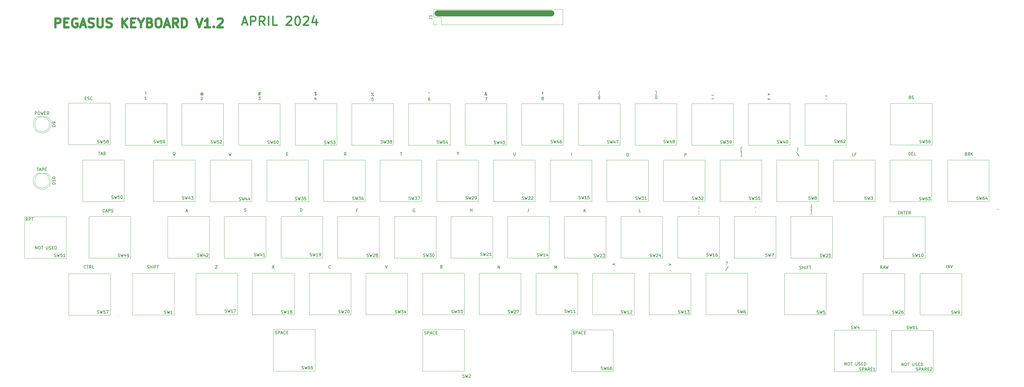
<source format=gbr>
G04 #@! TF.GenerationSoftware,KiCad,Pcbnew,(5.1.0)-1*
G04 #@! TF.CreationDate,2024-04-13T13:58:06+12:00*
G04 #@! TF.ProjectId,Pegasus2023_1_2,50656761-7375-4733-9230-32335f315f32,rev?*
G04 #@! TF.SameCoordinates,Original*
G04 #@! TF.FileFunction,Legend,Top*
G04 #@! TF.FilePolarity,Positive*
%FSLAX46Y46*%
G04 Gerber Fmt 4.6, Leading zero omitted, Abs format (unit mm)*
G04 Created by KiCad (PCBNEW (5.1.0)-1) date 2024-04-13 13:58:06*
%MOMM*%
%LPD*%
G04 APERTURE LIST*
%ADD10C,0.120000*%
%ADD11C,0.150000*%
%ADD12C,2.000000*%
%ADD13C,0.500000*%
%ADD14C,0.750000*%
G04 APERTURE END LIST*
D10*
X282690000Y-81060000D02*
X283690000Y-81070000D01*
D11*
X250906190Y-133752380D02*
X250906190Y-132752380D01*
X251477619Y-133752380D01*
X251477619Y-132752380D01*
X252144285Y-132752380D02*
X252334761Y-132752380D01*
X252430000Y-132800000D01*
X252525238Y-132895238D01*
X252572857Y-133085714D01*
X252572857Y-133419047D01*
X252525238Y-133609523D01*
X252430000Y-133704761D01*
X252334761Y-133752380D01*
X252144285Y-133752380D01*
X252049047Y-133704761D01*
X251953809Y-133609523D01*
X251906190Y-133419047D01*
X251906190Y-133085714D01*
X251953809Y-132895238D01*
X252049047Y-132800000D01*
X252144285Y-132752380D01*
X252858571Y-132752380D02*
X253430000Y-132752380D01*
X253144285Y-133752380D02*
X253144285Y-132752380D01*
X254525238Y-132752380D02*
X254525238Y-133561904D01*
X254572857Y-133657142D01*
X254620476Y-133704761D01*
X254715714Y-133752380D01*
X254906190Y-133752380D01*
X255001428Y-133704761D01*
X255049047Y-133657142D01*
X255096666Y-133561904D01*
X255096666Y-132752380D01*
X255525238Y-133704761D02*
X255668095Y-133752380D01*
X255906190Y-133752380D01*
X256001428Y-133704761D01*
X256049047Y-133657142D01*
X256096666Y-133561904D01*
X256096666Y-133466666D01*
X256049047Y-133371428D01*
X256001428Y-133323809D01*
X255906190Y-133276190D01*
X255715714Y-133228571D01*
X255620476Y-133180952D01*
X255572857Y-133133333D01*
X255525238Y-133038095D01*
X255525238Y-132942857D01*
X255572857Y-132847619D01*
X255620476Y-132800000D01*
X255715714Y-132752380D01*
X255953809Y-132752380D01*
X256096666Y-132800000D01*
X256525238Y-133228571D02*
X256858571Y-133228571D01*
X257001428Y-133752380D02*
X256525238Y-133752380D01*
X256525238Y-132752380D01*
X257001428Y-132752380D01*
X257430000Y-133752380D02*
X257430000Y-132752380D01*
X257668095Y-132752380D01*
X257810952Y-132800000D01*
X257906190Y-132895238D01*
X257953809Y-132990476D01*
X258001428Y-133180952D01*
X258001428Y-133323809D01*
X257953809Y-133514285D01*
X257906190Y-133609523D01*
X257810952Y-133704761D01*
X257668095Y-133752380D01*
X257430000Y-133752380D01*
X231826190Y-133612380D02*
X231826190Y-132612380D01*
X232397619Y-133612380D01*
X232397619Y-132612380D01*
X233064285Y-132612380D02*
X233254761Y-132612380D01*
X233350000Y-132660000D01*
X233445238Y-132755238D01*
X233492857Y-132945714D01*
X233492857Y-133279047D01*
X233445238Y-133469523D01*
X233350000Y-133564761D01*
X233254761Y-133612380D01*
X233064285Y-133612380D01*
X232969047Y-133564761D01*
X232873809Y-133469523D01*
X232826190Y-133279047D01*
X232826190Y-132945714D01*
X232873809Y-132755238D01*
X232969047Y-132660000D01*
X233064285Y-132612380D01*
X233778571Y-132612380D02*
X234350000Y-132612380D01*
X234064285Y-133612380D02*
X234064285Y-132612380D01*
X235445238Y-132612380D02*
X235445238Y-133421904D01*
X235492857Y-133517142D01*
X235540476Y-133564761D01*
X235635714Y-133612380D01*
X235826190Y-133612380D01*
X235921428Y-133564761D01*
X235969047Y-133517142D01*
X236016666Y-133421904D01*
X236016666Y-132612380D01*
X236445238Y-133564761D02*
X236588095Y-133612380D01*
X236826190Y-133612380D01*
X236921428Y-133564761D01*
X236969047Y-133517142D01*
X237016666Y-133421904D01*
X237016666Y-133326666D01*
X236969047Y-133231428D01*
X236921428Y-133183809D01*
X236826190Y-133136190D01*
X236635714Y-133088571D01*
X236540476Y-133040952D01*
X236492857Y-132993333D01*
X236445238Y-132898095D01*
X236445238Y-132802857D01*
X236492857Y-132707619D01*
X236540476Y-132660000D01*
X236635714Y-132612380D01*
X236873809Y-132612380D01*
X237016666Y-132660000D01*
X237445238Y-133088571D02*
X237778571Y-133088571D01*
X237921428Y-133612380D02*
X237445238Y-133612380D01*
X237445238Y-132612380D01*
X237921428Y-132612380D01*
X238350000Y-133612380D02*
X238350000Y-132612380D01*
X238588095Y-132612380D01*
X238730952Y-132660000D01*
X238826190Y-132755238D01*
X238873809Y-132850476D01*
X238921428Y-133040952D01*
X238921428Y-133183809D01*
X238873809Y-133374285D01*
X238826190Y-133469523D01*
X238730952Y-133564761D01*
X238588095Y-133612380D01*
X238350000Y-133612380D01*
X255787142Y-135314761D02*
X255930000Y-135362380D01*
X256168095Y-135362380D01*
X256263333Y-135314761D01*
X256310952Y-135267142D01*
X256358571Y-135171904D01*
X256358571Y-135076666D01*
X256310952Y-134981428D01*
X256263333Y-134933809D01*
X256168095Y-134886190D01*
X255977619Y-134838571D01*
X255882380Y-134790952D01*
X255834761Y-134743333D01*
X255787142Y-134648095D01*
X255787142Y-134552857D01*
X255834761Y-134457619D01*
X255882380Y-134410000D01*
X255977619Y-134362380D01*
X256215714Y-134362380D01*
X256358571Y-134410000D01*
X256787142Y-135362380D02*
X256787142Y-134362380D01*
X257168095Y-134362380D01*
X257263333Y-134410000D01*
X257310952Y-134457619D01*
X257358571Y-134552857D01*
X257358571Y-134695714D01*
X257310952Y-134790952D01*
X257263333Y-134838571D01*
X257168095Y-134886190D01*
X256787142Y-134886190D01*
X257739523Y-135076666D02*
X258215714Y-135076666D01*
X257644285Y-135362380D02*
X257977619Y-134362380D01*
X258310952Y-135362380D01*
X259215714Y-135362380D02*
X258882380Y-134886190D01*
X258644285Y-135362380D02*
X258644285Y-134362380D01*
X259025238Y-134362380D01*
X259120476Y-134410000D01*
X259168095Y-134457619D01*
X259215714Y-134552857D01*
X259215714Y-134695714D01*
X259168095Y-134790952D01*
X259120476Y-134838571D01*
X259025238Y-134886190D01*
X258644285Y-134886190D01*
X259644285Y-134838571D02*
X259977619Y-134838571D01*
X260120476Y-135362380D02*
X259644285Y-135362380D01*
X259644285Y-134362380D01*
X260120476Y-134362380D01*
X260501428Y-134457619D02*
X260549047Y-134410000D01*
X260644285Y-134362380D01*
X260882380Y-134362380D01*
X260977619Y-134410000D01*
X261025238Y-134457619D01*
X261072857Y-134552857D01*
X261072857Y-134648095D01*
X261025238Y-134790952D01*
X260453809Y-135362380D01*
X261072857Y-135362380D01*
X236747142Y-135334761D02*
X236890000Y-135382380D01*
X237128095Y-135382380D01*
X237223333Y-135334761D01*
X237270952Y-135287142D01*
X237318571Y-135191904D01*
X237318571Y-135096666D01*
X237270952Y-135001428D01*
X237223333Y-134953809D01*
X237128095Y-134906190D01*
X236937619Y-134858571D01*
X236842380Y-134810952D01*
X236794761Y-134763333D01*
X236747142Y-134668095D01*
X236747142Y-134572857D01*
X236794761Y-134477619D01*
X236842380Y-134430000D01*
X236937619Y-134382380D01*
X237175714Y-134382380D01*
X237318571Y-134430000D01*
X237747142Y-135382380D02*
X237747142Y-134382380D01*
X238128095Y-134382380D01*
X238223333Y-134430000D01*
X238270952Y-134477619D01*
X238318571Y-134572857D01*
X238318571Y-134715714D01*
X238270952Y-134810952D01*
X238223333Y-134858571D01*
X238128095Y-134906190D01*
X237747142Y-134906190D01*
X238699523Y-135096666D02*
X239175714Y-135096666D01*
X238604285Y-135382380D02*
X238937619Y-134382380D01*
X239270952Y-135382380D01*
X240175714Y-135382380D02*
X239842380Y-134906190D01*
X239604285Y-135382380D02*
X239604285Y-134382380D01*
X239985238Y-134382380D01*
X240080476Y-134430000D01*
X240128095Y-134477619D01*
X240175714Y-134572857D01*
X240175714Y-134715714D01*
X240128095Y-134810952D01*
X240080476Y-134858571D01*
X239985238Y-134906190D01*
X239604285Y-134906190D01*
X240604285Y-134858571D02*
X240937619Y-134858571D01*
X241080476Y-135382380D02*
X240604285Y-135382380D01*
X240604285Y-134382380D01*
X241080476Y-134382380D01*
X242032857Y-135382380D02*
X241461428Y-135382380D01*
X241747142Y-135382380D02*
X241747142Y-134382380D01*
X241651904Y-134525238D01*
X241556666Y-134620476D01*
X241461428Y-134668095D01*
X-39593809Y-94582380D02*
X-39593809Y-93582380D01*
X-39022380Y-94582380D01*
X-39022380Y-93582380D01*
X-38355714Y-93582380D02*
X-38165238Y-93582380D01*
X-38070000Y-93630000D01*
X-37974761Y-93725238D01*
X-37927142Y-93915714D01*
X-37927142Y-94249047D01*
X-37974761Y-94439523D01*
X-38070000Y-94534761D01*
X-38165238Y-94582380D01*
X-38355714Y-94582380D01*
X-38450952Y-94534761D01*
X-38546190Y-94439523D01*
X-38593809Y-94249047D01*
X-38593809Y-93915714D01*
X-38546190Y-93725238D01*
X-38450952Y-93630000D01*
X-38355714Y-93582380D01*
X-37641428Y-93582380D02*
X-37070000Y-93582380D01*
X-37355714Y-94582380D02*
X-37355714Y-93582380D01*
X-35974761Y-93582380D02*
X-35974761Y-94391904D01*
X-35927142Y-94487142D01*
X-35879523Y-94534761D01*
X-35784285Y-94582380D01*
X-35593809Y-94582380D01*
X-35498571Y-94534761D01*
X-35450952Y-94487142D01*
X-35403333Y-94391904D01*
X-35403333Y-93582380D01*
X-34974761Y-94534761D02*
X-34831904Y-94582380D01*
X-34593809Y-94582380D01*
X-34498571Y-94534761D01*
X-34450952Y-94487142D01*
X-34403333Y-94391904D01*
X-34403333Y-94296666D01*
X-34450952Y-94201428D01*
X-34498571Y-94153809D01*
X-34593809Y-94106190D01*
X-34784285Y-94058571D01*
X-34879523Y-94010952D01*
X-34927142Y-93963333D01*
X-34974761Y-93868095D01*
X-34974761Y-93772857D01*
X-34927142Y-93677619D01*
X-34879523Y-93630000D01*
X-34784285Y-93582380D01*
X-34546190Y-93582380D01*
X-34403333Y-93630000D01*
X-33974761Y-94058571D02*
X-33641428Y-94058571D01*
X-33498571Y-94582380D02*
X-33974761Y-94582380D01*
X-33974761Y-93582380D01*
X-33498571Y-93582380D01*
X-33070000Y-94582380D02*
X-33070000Y-93582380D01*
X-32831904Y-93582380D01*
X-32689047Y-93630000D01*
X-32593809Y-93725238D01*
X-32546190Y-93820476D01*
X-32498571Y-94010952D01*
X-32498571Y-94153809D01*
X-32546190Y-94344285D01*
X-32593809Y-94439523D01*
X-32689047Y-94534761D01*
X-32831904Y-94582380D01*
X-33070000Y-94582380D01*
X-42211428Y-85022380D02*
X-42544761Y-84546190D01*
X-42782857Y-85022380D02*
X-42782857Y-84022380D01*
X-42401904Y-84022380D01*
X-42306666Y-84070000D01*
X-42259047Y-84117619D01*
X-42211428Y-84212857D01*
X-42211428Y-84355714D01*
X-42259047Y-84450952D01*
X-42306666Y-84498571D01*
X-42401904Y-84546190D01*
X-42782857Y-84546190D01*
X-41782857Y-85022380D02*
X-41782857Y-84022380D01*
X-41401904Y-84022380D01*
X-41306666Y-84070000D01*
X-41259047Y-84117619D01*
X-41211428Y-84212857D01*
X-41211428Y-84355714D01*
X-41259047Y-84450952D01*
X-41306666Y-84498571D01*
X-41401904Y-84546190D01*
X-41782857Y-84546190D01*
X-40925714Y-84022380D02*
X-40354285Y-84022380D01*
X-40640000Y-85022380D02*
X-40640000Y-84022380D01*
D12*
X95250000Y-15310000D02*
X133410000Y-15310000D01*
D11*
X-39096666Y-67222380D02*
X-38525238Y-67222380D01*
X-38810952Y-68222380D02*
X-38810952Y-67222380D01*
X-38239523Y-67936666D02*
X-37763333Y-67936666D01*
X-38334761Y-68222380D02*
X-38001428Y-67222380D01*
X-37668095Y-68222380D01*
X-37334761Y-68222380D02*
X-37334761Y-67222380D01*
X-36953809Y-67222380D01*
X-36858571Y-67270000D01*
X-36810952Y-67317619D01*
X-36763333Y-67412857D01*
X-36763333Y-67555714D01*
X-36810952Y-67650952D01*
X-36858571Y-67698571D01*
X-36953809Y-67746190D01*
X-37334761Y-67746190D01*
X-36334761Y-67698571D02*
X-36001428Y-67698571D01*
X-35858571Y-68222380D02*
X-36334761Y-68222380D01*
X-36334761Y-67222380D01*
X-35858571Y-67222380D01*
X-39739523Y-49372380D02*
X-39739523Y-48372380D01*
X-39358571Y-48372380D01*
X-39263333Y-48420000D01*
X-39215714Y-48467619D01*
X-39168095Y-48562857D01*
X-39168095Y-48705714D01*
X-39215714Y-48800952D01*
X-39263333Y-48848571D01*
X-39358571Y-48896190D01*
X-39739523Y-48896190D01*
X-38549047Y-48372380D02*
X-38358571Y-48372380D01*
X-38263333Y-48420000D01*
X-38168095Y-48515238D01*
X-38120476Y-48705714D01*
X-38120476Y-49039047D01*
X-38168095Y-49229523D01*
X-38263333Y-49324761D01*
X-38358571Y-49372380D01*
X-38549047Y-49372380D01*
X-38644285Y-49324761D01*
X-38739523Y-49229523D01*
X-38787142Y-49039047D01*
X-38787142Y-48705714D01*
X-38739523Y-48515238D01*
X-38644285Y-48420000D01*
X-38549047Y-48372380D01*
X-37787142Y-48372380D02*
X-37549047Y-49372380D01*
X-37358571Y-48658095D01*
X-37168095Y-49372380D01*
X-36930000Y-48372380D01*
X-36549047Y-48848571D02*
X-36215714Y-48848571D01*
X-36072857Y-49372380D02*
X-36549047Y-49372380D01*
X-36549047Y-48372380D01*
X-36072857Y-48372380D01*
X-35072857Y-49372380D02*
X-35406190Y-48896190D01*
X-35644285Y-49372380D02*
X-35644285Y-48372380D01*
X-35263333Y-48372380D01*
X-35168095Y-48420000D01*
X-35120476Y-48467619D01*
X-35072857Y-48562857D01*
X-35072857Y-48705714D01*
X-35120476Y-48800952D01*
X-35168095Y-48848571D01*
X-35263333Y-48896190D01*
X-35644285Y-48896190D01*
X163379523Y-82042380D02*
X162903333Y-82042380D01*
X162903333Y-81042380D01*
X144348095Y-82092380D02*
X144348095Y-81092380D01*
X144919523Y-82092380D02*
X144490952Y-81520952D01*
X144919523Y-81092380D02*
X144348095Y-81663809D01*
X125812857Y-80952380D02*
X125812857Y-81666666D01*
X125765238Y-81809523D01*
X125670000Y-81904761D01*
X125527142Y-81952380D01*
X125431904Y-81952380D01*
X106244285Y-81962380D02*
X106244285Y-80962380D01*
X106244285Y-81438571D02*
X106815714Y-81438571D01*
X106815714Y-81962380D02*
X106815714Y-80962380D01*
X87591904Y-81050000D02*
X87496666Y-81002380D01*
X87353809Y-81002380D01*
X87210952Y-81050000D01*
X87115714Y-81145238D01*
X87068095Y-81240476D01*
X87020476Y-81430952D01*
X87020476Y-81573809D01*
X87068095Y-81764285D01*
X87115714Y-81859523D01*
X87210952Y-81954761D01*
X87353809Y-82002380D01*
X87449047Y-82002380D01*
X87591904Y-81954761D01*
X87639523Y-81907142D01*
X87639523Y-81573809D01*
X87449047Y-81573809D01*
X68442857Y-81528571D02*
X68109523Y-81528571D01*
X68109523Y-82052380D02*
X68109523Y-81052380D01*
X68585714Y-81052380D01*
X49258095Y-81852380D02*
X49258095Y-80852380D01*
X49496190Y-80852380D01*
X49639047Y-80900000D01*
X49734285Y-80995238D01*
X49781904Y-81090476D01*
X49829523Y-81280952D01*
X49829523Y-81423809D01*
X49781904Y-81614285D01*
X49734285Y-81709523D01*
X49639047Y-81804761D01*
X49496190Y-81852380D01*
X49258095Y-81852380D01*
X30514285Y-81804761D02*
X30657142Y-81852380D01*
X30895238Y-81852380D01*
X30990476Y-81804761D01*
X31038095Y-81757142D01*
X31085714Y-81661904D01*
X31085714Y-81566666D01*
X31038095Y-81471428D01*
X30990476Y-81423809D01*
X30895238Y-81376190D01*
X30704761Y-81328571D01*
X30609523Y-81280952D01*
X30561904Y-81233333D01*
X30514285Y-81138095D01*
X30514285Y-81042857D01*
X30561904Y-80947619D01*
X30609523Y-80900000D01*
X30704761Y-80852380D01*
X30942857Y-80852380D01*
X31085714Y-80900000D01*
X10941904Y-81806666D02*
X11418095Y-81806666D01*
X10846666Y-82092380D02*
X11180000Y-81092380D01*
X11513333Y-82092380D01*
X178098095Y-63362380D02*
X178098095Y-62362380D01*
X178479047Y-62362380D01*
X178574285Y-62410000D01*
X178621904Y-62457619D01*
X178669523Y-62552857D01*
X178669523Y-62695714D01*
X178621904Y-62790952D01*
X178574285Y-62838571D01*
X178479047Y-62886190D01*
X178098095Y-62886190D01*
X158864761Y-62332380D02*
X159055238Y-62332380D01*
X159150476Y-62380000D01*
X159245714Y-62475238D01*
X159293333Y-62665714D01*
X159293333Y-62999047D01*
X159245714Y-63189523D01*
X159150476Y-63284761D01*
X159055238Y-63332380D01*
X158864761Y-63332380D01*
X158769523Y-63284761D01*
X158674285Y-63189523D01*
X158626666Y-62999047D01*
X158626666Y-62665714D01*
X158674285Y-62475238D01*
X158769523Y-62380000D01*
X158864761Y-62332380D01*
X140220000Y-63142380D02*
X140220000Y-62142380D01*
X120814285Y-62042380D02*
X120814285Y-62851904D01*
X120861904Y-62947142D01*
X120909523Y-62994761D01*
X121004761Y-63042380D01*
X121195238Y-63042380D01*
X121290476Y-62994761D01*
X121338095Y-62947142D01*
X121385714Y-62851904D01*
X121385714Y-62042380D01*
X102090000Y-62426190D02*
X102090000Y-62902380D01*
X101756666Y-61902380D02*
X102090000Y-62426190D01*
X102423333Y-61902380D01*
X82744285Y-62052380D02*
X83315714Y-62052380D01*
X83030000Y-63052380D02*
X83030000Y-62052380D01*
X64599523Y-63092380D02*
X64266190Y-62616190D01*
X64028095Y-63092380D02*
X64028095Y-62092380D01*
X64409047Y-62092380D01*
X64504285Y-62140000D01*
X64551904Y-62187619D01*
X64599523Y-62282857D01*
X64599523Y-62425714D01*
X64551904Y-62520952D01*
X64504285Y-62568571D01*
X64409047Y-62616190D01*
X64028095Y-62616190D01*
X44645714Y-62538571D02*
X44979047Y-62538571D01*
X45121904Y-63062380D02*
X44645714Y-63062380D01*
X44645714Y-62062380D01*
X45121904Y-62062380D01*
X25231428Y-62182380D02*
X25469523Y-63182380D01*
X25660000Y-62468095D01*
X25850476Y-63182380D01*
X26088571Y-62182380D01*
X7300952Y-63057619D02*
X7205714Y-63010000D01*
X7110476Y-62914761D01*
X6967619Y-62771904D01*
X6872380Y-62724285D01*
X6777142Y-62724285D01*
X6824761Y-62962380D02*
X6729523Y-62914761D01*
X6634285Y-62819523D01*
X6586666Y-62629047D01*
X6586666Y-62295714D01*
X6634285Y-62105238D01*
X6729523Y-62010000D01*
X6824761Y-61962380D01*
X7015238Y-61962380D01*
X7110476Y-62010000D01*
X7205714Y-62105238D01*
X7253333Y-62295714D01*
X7253333Y-62629047D01*
X7205714Y-62819523D01*
X7110476Y-62914761D01*
X7015238Y-62962380D01*
X6824761Y-62962380D01*
X-2067142Y-100974761D02*
X-1924285Y-101022380D01*
X-1686190Y-101022380D01*
X-1590952Y-100974761D01*
X-1543333Y-100927142D01*
X-1495714Y-100831904D01*
X-1495714Y-100736666D01*
X-1543333Y-100641428D01*
X-1590952Y-100593809D01*
X-1686190Y-100546190D01*
X-1876666Y-100498571D01*
X-1971904Y-100450952D01*
X-2019523Y-100403333D01*
X-2067142Y-100308095D01*
X-2067142Y-100212857D01*
X-2019523Y-100117619D01*
X-1971904Y-100070000D01*
X-1876666Y-100022380D01*
X-1638571Y-100022380D01*
X-1495714Y-100070000D01*
X-1067142Y-101022380D02*
X-1067142Y-100022380D01*
X-1067142Y-100498571D02*
X-495714Y-100498571D01*
X-495714Y-101022380D02*
X-495714Y-100022380D01*
X-19523Y-101022380D02*
X-19523Y-100022380D01*
X789999Y-100498571D02*
X456666Y-100498571D01*
X456666Y-101022380D02*
X456666Y-100022380D01*
X932857Y-100022380D01*
X1170952Y-100022380D02*
X1742380Y-100022380D01*
X1456666Y-101022380D02*
X1456666Y-100022380D01*
X20716666Y-100082380D02*
X21383333Y-100082380D01*
X20716666Y-101082380D01*
X21383333Y-101082380D01*
X39806666Y-100012380D02*
X40473333Y-101012380D01*
X40473333Y-100012380D02*
X39806666Y-101012380D01*
X59399523Y-100937142D02*
X59351904Y-100984761D01*
X59209047Y-101032380D01*
X59113809Y-101032380D01*
X58970952Y-100984761D01*
X58875714Y-100889523D01*
X58828095Y-100794285D01*
X58780476Y-100603809D01*
X58780476Y-100460952D01*
X58828095Y-100270476D01*
X58875714Y-100175238D01*
X58970952Y-100080000D01*
X59113809Y-100032380D01*
X59209047Y-100032380D01*
X59351904Y-100080000D01*
X59399523Y-100127619D01*
X77726666Y-99992380D02*
X78060000Y-100992380D01*
X78393333Y-99992380D01*
X96571428Y-100428571D02*
X96714285Y-100476190D01*
X96761904Y-100523809D01*
X96809523Y-100619047D01*
X96809523Y-100761904D01*
X96761904Y-100857142D01*
X96714285Y-100904761D01*
X96619047Y-100952380D01*
X96238095Y-100952380D01*
X96238095Y-99952380D01*
X96571428Y-99952380D01*
X96666666Y-100000000D01*
X96714285Y-100047619D01*
X96761904Y-100142857D01*
X96761904Y-100238095D01*
X96714285Y-100333333D01*
X96666666Y-100380952D01*
X96571428Y-100428571D01*
X96238095Y-100428571D01*
X115504285Y-101052380D02*
X115504285Y-100052380D01*
X116075714Y-101052380D01*
X116075714Y-100052380D01*
X134516666Y-101092380D02*
X134516666Y-100092380D01*
X134850000Y-100806666D01*
X135183333Y-100092380D01*
X135183333Y-101092380D01*
X154800952Y-99370714D02*
X154039047Y-99656428D01*
X154800952Y-99942142D01*
X154467619Y-101639761D02*
X154467619Y-101687380D01*
X154420000Y-101782619D01*
X154372380Y-101830238D01*
X172839047Y-99470714D02*
X173600952Y-99756428D01*
X172839047Y-100042142D01*
X173220000Y-101692142D02*
X173267619Y-101739761D01*
X173220000Y-101787380D01*
X173172380Y-101739761D01*
X173220000Y-101692142D01*
X173220000Y-101787380D01*
X192202380Y-99712142D02*
X192250000Y-99759761D01*
X192202380Y-99807380D01*
X192154761Y-99759761D01*
X192202380Y-99712142D01*
X192202380Y-99807380D01*
X192011904Y-98855000D02*
X192107142Y-98807380D01*
X192345238Y-98807380D01*
X192440476Y-98855000D01*
X192488095Y-98950238D01*
X192488095Y-99045476D01*
X192440476Y-99140714D01*
X192392857Y-99188333D01*
X192297619Y-99235952D01*
X192250000Y-99283571D01*
X192202380Y-99378809D01*
X192202380Y-99426428D01*
X192678571Y-100409761D02*
X191821428Y-101695476D01*
X182880000Y-80862142D02*
X182927619Y-80909761D01*
X182880000Y-80957380D01*
X182832380Y-80909761D01*
X182880000Y-80862142D01*
X182880000Y-80957380D01*
X182880000Y-80338333D02*
X182927619Y-80385952D01*
X182880000Y-80433571D01*
X182832380Y-80385952D01*
X182880000Y-80338333D01*
X182880000Y-80433571D01*
X182927619Y-82559761D02*
X182927619Y-82607380D01*
X182880000Y-82702619D01*
X182832380Y-82750238D01*
X182880000Y-81988333D02*
X182927619Y-82035952D01*
X182880000Y-82083571D01*
X182832380Y-82035952D01*
X182880000Y-81988333D01*
X182880000Y-82083571D01*
X201699523Y-80307380D02*
X201699523Y-80497857D01*
X202080476Y-80307380D02*
X202080476Y-80497857D01*
X201937619Y-81957380D02*
X201842380Y-82147857D01*
X216652857Y-101174761D02*
X216795714Y-101222380D01*
X217033809Y-101222380D01*
X217129047Y-101174761D01*
X217176666Y-101127142D01*
X217224285Y-101031904D01*
X217224285Y-100936666D01*
X217176666Y-100841428D01*
X217129047Y-100793809D01*
X217033809Y-100746190D01*
X216843333Y-100698571D01*
X216748095Y-100650952D01*
X216700476Y-100603333D01*
X216652857Y-100508095D01*
X216652857Y-100412857D01*
X216700476Y-100317619D01*
X216748095Y-100270000D01*
X216843333Y-100222380D01*
X217081428Y-100222380D01*
X217224285Y-100270000D01*
X217652857Y-101222380D02*
X217652857Y-100222380D01*
X217652857Y-100698571D02*
X218224285Y-100698571D01*
X218224285Y-101222380D02*
X218224285Y-100222380D01*
X218700476Y-101222380D02*
X218700476Y-100222380D01*
X219510000Y-100698571D02*
X219176666Y-100698571D01*
X219176666Y-101222380D02*
X219176666Y-100222380D01*
X219652857Y-100222380D01*
X219890952Y-100222380D02*
X220462380Y-100222380D01*
X220176666Y-101222380D02*
X220176666Y-100222380D01*
X-2590000Y-42532142D02*
X-2542380Y-42579761D01*
X-2590000Y-42627380D01*
X-2637619Y-42579761D01*
X-2590000Y-42532142D01*
X-2590000Y-42627380D01*
X-2590000Y-42246428D02*
X-2637619Y-41675000D01*
X-2590000Y-41627380D01*
X-2542380Y-41675000D01*
X-2590000Y-42246428D01*
X-2590000Y-41627380D01*
X-2304285Y-44277380D02*
X-2875714Y-44277380D01*
X-2590000Y-44277380D02*
X-2590000Y-43277380D01*
X-2685238Y-43420238D01*
X-2780476Y-43515476D01*
X-2875714Y-43563095D01*
X16424285Y-42281190D02*
X16376666Y-42233571D01*
X16281428Y-42185952D01*
X16186190Y-42185952D01*
X16090952Y-42233571D01*
X16043333Y-42281190D01*
X15995714Y-42376428D01*
X15995714Y-42471666D01*
X16043333Y-42566904D01*
X16090952Y-42614523D01*
X16186190Y-42662142D01*
X16281428Y-42662142D01*
X16376666Y-42614523D01*
X16424285Y-42566904D01*
X16424285Y-42185952D02*
X16424285Y-42566904D01*
X16471904Y-42614523D01*
X16519523Y-42614523D01*
X16614761Y-42566904D01*
X16662380Y-42471666D01*
X16662380Y-42233571D01*
X16567142Y-42090714D01*
X16424285Y-41995476D01*
X16233809Y-41947857D01*
X16043333Y-41995476D01*
X15900476Y-42090714D01*
X15805238Y-42233571D01*
X15757619Y-42424047D01*
X15805238Y-42614523D01*
X15900476Y-42757380D01*
X16043333Y-42852619D01*
X16233809Y-42900238D01*
X16424285Y-42852619D01*
X16567142Y-42757380D01*
X15924285Y-43502619D02*
X15971904Y-43455000D01*
X16067142Y-43407380D01*
X16305238Y-43407380D01*
X16400476Y-43455000D01*
X16448095Y-43502619D01*
X16495714Y-43597857D01*
X16495714Y-43693095D01*
X16448095Y-43835952D01*
X15876666Y-44407380D01*
X16495714Y-44407380D01*
X35210476Y-42080714D02*
X35924761Y-42080714D01*
X35496190Y-41652142D02*
X35210476Y-42937857D01*
X35829523Y-42509285D02*
X35115238Y-42509285D01*
X35543809Y-42937857D02*
X35829523Y-41652142D01*
X35186666Y-43397380D02*
X35805714Y-43397380D01*
X35472380Y-43778333D01*
X35615238Y-43778333D01*
X35710476Y-43825952D01*
X35758095Y-43873571D01*
X35805714Y-43968809D01*
X35805714Y-44206904D01*
X35758095Y-44302142D01*
X35710476Y-44349761D01*
X35615238Y-44397380D01*
X35329523Y-44397380D01*
X35234285Y-44349761D01*
X35186666Y-44302142D01*
X54024285Y-42759761D02*
X54167142Y-42807380D01*
X54405238Y-42807380D01*
X54500476Y-42759761D01*
X54548095Y-42712142D01*
X54595714Y-42616904D01*
X54595714Y-42521666D01*
X54548095Y-42426428D01*
X54500476Y-42378809D01*
X54405238Y-42331190D01*
X54214761Y-42283571D01*
X54119523Y-42235952D01*
X54071904Y-42188333D01*
X54024285Y-42093095D01*
X54024285Y-41997857D01*
X54071904Y-41902619D01*
X54119523Y-41855000D01*
X54214761Y-41807380D01*
X54452857Y-41807380D01*
X54595714Y-41855000D01*
X54310000Y-41664523D02*
X54310000Y-42950238D01*
X54500476Y-43790714D02*
X54500476Y-44457380D01*
X54262380Y-43409761D02*
X54024285Y-44124047D01*
X54643333Y-44124047D01*
X73079047Y-43037380D02*
X73840952Y-42037380D01*
X73221904Y-42037380D02*
X73317142Y-42085000D01*
X73364761Y-42180238D01*
X73317142Y-42275476D01*
X73221904Y-42323095D01*
X73126666Y-42275476D01*
X73079047Y-42180238D01*
X73126666Y-42085000D01*
X73221904Y-42037380D01*
X73793333Y-42989761D02*
X73840952Y-42894523D01*
X73793333Y-42799285D01*
X73698095Y-42751666D01*
X73602857Y-42799285D01*
X73555238Y-42894523D01*
X73602857Y-42989761D01*
X73698095Y-43037380D01*
X73793333Y-42989761D01*
X73698095Y-43687380D02*
X73221904Y-43687380D01*
X73174285Y-44163571D01*
X73221904Y-44115952D01*
X73317142Y-44068333D01*
X73555238Y-44068333D01*
X73650476Y-44115952D01*
X73698095Y-44163571D01*
X73745714Y-44258809D01*
X73745714Y-44496904D01*
X73698095Y-44592142D01*
X73650476Y-44639761D01*
X73555238Y-44687380D01*
X73317142Y-44687380D01*
X73221904Y-44639761D01*
X73174285Y-44592142D01*
X92269523Y-42042619D02*
X92460000Y-41899761D01*
X92650476Y-42042619D01*
X92650476Y-43597380D02*
X92460000Y-43597380D01*
X92364761Y-43645000D01*
X92317142Y-43692619D01*
X92221904Y-43835476D01*
X92174285Y-44025952D01*
X92174285Y-44406904D01*
X92221904Y-44502142D01*
X92269523Y-44549761D01*
X92364761Y-44597380D01*
X92555238Y-44597380D01*
X92650476Y-44549761D01*
X92698095Y-44502142D01*
X92745714Y-44406904D01*
X92745714Y-44168809D01*
X92698095Y-44073571D01*
X92650476Y-44025952D01*
X92555238Y-43978333D01*
X92364761Y-43978333D01*
X92269523Y-44025952D01*
X92221904Y-44073571D01*
X92174285Y-44168809D01*
X111898571Y-42867380D02*
X111850952Y-42867380D01*
X111755714Y-42819761D01*
X111612857Y-42676904D01*
X111374761Y-42391190D01*
X111279523Y-42248333D01*
X111231904Y-42105476D01*
X111231904Y-42010238D01*
X111279523Y-41915000D01*
X111374761Y-41867380D01*
X111422380Y-41867380D01*
X111517619Y-41915000D01*
X111565238Y-42010238D01*
X111565238Y-42057857D01*
X111517619Y-42153095D01*
X111470000Y-42200714D01*
X111184285Y-42391190D01*
X111136666Y-42438809D01*
X111089047Y-42534047D01*
X111089047Y-42676904D01*
X111136666Y-42772142D01*
X111184285Y-42819761D01*
X111279523Y-42867380D01*
X111422380Y-42867380D01*
X111517619Y-42819761D01*
X111565238Y-42772142D01*
X111708095Y-42581666D01*
X111755714Y-42438809D01*
X111755714Y-42343571D01*
X111136666Y-43517380D02*
X111803333Y-43517380D01*
X111374761Y-44517380D01*
X130510000Y-41787380D02*
X130510000Y-42025476D01*
X130271904Y-41930238D02*
X130510000Y-42025476D01*
X130748095Y-41930238D01*
X130367142Y-42215952D02*
X130510000Y-42025476D01*
X130652857Y-42215952D01*
X130414761Y-43865952D02*
X130319523Y-43818333D01*
X130271904Y-43770714D01*
X130224285Y-43675476D01*
X130224285Y-43627857D01*
X130271904Y-43532619D01*
X130319523Y-43485000D01*
X130414761Y-43437380D01*
X130605238Y-43437380D01*
X130700476Y-43485000D01*
X130748095Y-43532619D01*
X130795714Y-43627857D01*
X130795714Y-43675476D01*
X130748095Y-43770714D01*
X130700476Y-43818333D01*
X130605238Y-43865952D01*
X130414761Y-43865952D01*
X130319523Y-43913571D01*
X130271904Y-43961190D01*
X130224285Y-44056428D01*
X130224285Y-44246904D01*
X130271904Y-44342142D01*
X130319523Y-44389761D01*
X130414761Y-44437380D01*
X130605238Y-44437380D01*
X130700476Y-44389761D01*
X130748095Y-44342142D01*
X130795714Y-44246904D01*
X130795714Y-44056428D01*
X130748095Y-43961190D01*
X130700476Y-43913571D01*
X130605238Y-43865952D01*
X149630476Y-42928333D02*
X149582857Y-42880714D01*
X149487619Y-42737857D01*
X149440000Y-42642619D01*
X149392380Y-42499761D01*
X149344761Y-42261666D01*
X149344761Y-42071190D01*
X149392380Y-41833095D01*
X149440000Y-41690238D01*
X149487619Y-41595000D01*
X149582857Y-41452142D01*
X149630476Y-41404523D01*
X149249523Y-44197380D02*
X149440000Y-44197380D01*
X149535238Y-44149761D01*
X149582857Y-44102142D01*
X149678095Y-43959285D01*
X149725714Y-43768809D01*
X149725714Y-43387857D01*
X149678095Y-43292619D01*
X149630476Y-43245000D01*
X149535238Y-43197380D01*
X149344761Y-43197380D01*
X149249523Y-43245000D01*
X149201904Y-43292619D01*
X149154285Y-43387857D01*
X149154285Y-43625952D01*
X149201904Y-43721190D01*
X149249523Y-43768809D01*
X149344761Y-43816428D01*
X149535238Y-43816428D01*
X149630476Y-43768809D01*
X149678095Y-43721190D01*
X149725714Y-43625952D01*
X168379523Y-42758333D02*
X168427142Y-42710714D01*
X168522380Y-42567857D01*
X168570000Y-42472619D01*
X168617619Y-42329761D01*
X168665238Y-42091666D01*
X168665238Y-41901190D01*
X168617619Y-41663095D01*
X168570000Y-41520238D01*
X168522380Y-41425000D01*
X168427142Y-41282142D01*
X168379523Y-41234523D01*
X168522380Y-43027380D02*
X168617619Y-43027380D01*
X168712857Y-43075000D01*
X168760476Y-43122619D01*
X168808095Y-43217857D01*
X168855714Y-43408333D01*
X168855714Y-43646428D01*
X168808095Y-43836904D01*
X168760476Y-43932142D01*
X168712857Y-43979761D01*
X168617619Y-44027380D01*
X168522380Y-44027380D01*
X168427142Y-43979761D01*
X168379523Y-43932142D01*
X168331904Y-43836904D01*
X168284285Y-43646428D01*
X168284285Y-43408333D01*
X168331904Y-43217857D01*
X168379523Y-43122619D01*
X168427142Y-43075000D01*
X168522380Y-43027380D01*
X187159047Y-42832619D02*
X187920952Y-42832619D01*
X187159047Y-44006428D02*
X187920952Y-44006428D01*
X205959047Y-42486428D02*
X206720952Y-42486428D01*
X206340000Y-42867380D02*
X206340000Y-42105476D01*
X205959047Y-43993571D02*
X206720952Y-43993571D01*
X206720952Y-44279285D02*
X205959047Y-44279285D01*
X225219047Y-43126428D02*
X225980952Y-43126428D01*
X225504761Y-44109761D02*
X225647619Y-44252619D01*
X-22970476Y-43848571D02*
X-22637142Y-43848571D01*
X-22494285Y-44372380D02*
X-22970476Y-44372380D01*
X-22970476Y-43372380D01*
X-22494285Y-43372380D01*
X-22113333Y-44324761D02*
X-21970476Y-44372380D01*
X-21732380Y-44372380D01*
X-21637142Y-44324761D01*
X-21589523Y-44277142D01*
X-21541904Y-44181904D01*
X-21541904Y-44086666D01*
X-21589523Y-43991428D01*
X-21637142Y-43943809D01*
X-21732380Y-43896190D01*
X-21922857Y-43848571D01*
X-22018095Y-43800952D01*
X-22065714Y-43753333D01*
X-22113333Y-43658095D01*
X-22113333Y-43562857D01*
X-22065714Y-43467619D01*
X-22018095Y-43420000D01*
X-21922857Y-43372380D01*
X-21684761Y-43372380D01*
X-21541904Y-43420000D01*
X-20541904Y-44277142D02*
X-20589523Y-44324761D01*
X-20732380Y-44372380D01*
X-20827619Y-44372380D01*
X-20970476Y-44324761D01*
X-21065714Y-44229523D01*
X-21113333Y-44134285D01*
X-21160952Y-43943809D01*
X-21160952Y-43800952D01*
X-21113333Y-43610476D01*
X-21065714Y-43515238D01*
X-20970476Y-43420000D01*
X-20827619Y-43372380D01*
X-20732380Y-43372380D01*
X-20589523Y-43420000D01*
X-20541904Y-43467619D01*
X-18484285Y-61882380D02*
X-17912857Y-61882380D01*
X-18198571Y-62882380D02*
X-18198571Y-61882380D01*
X-17627142Y-62596666D02*
X-17150952Y-62596666D01*
X-17722380Y-62882380D02*
X-17389047Y-61882380D01*
X-17055714Y-62882380D01*
X-16389047Y-62358571D02*
X-16246190Y-62406190D01*
X-16198571Y-62453809D01*
X-16150952Y-62549047D01*
X-16150952Y-62691904D01*
X-16198571Y-62787142D01*
X-16246190Y-62834761D01*
X-16341428Y-62882380D01*
X-16722380Y-62882380D01*
X-16722380Y-61882380D01*
X-16389047Y-61882380D01*
X-16293809Y-61930000D01*
X-16246190Y-61977619D01*
X-16198571Y-62072857D01*
X-16198571Y-62168095D01*
X-16246190Y-62263333D01*
X-16293809Y-62310952D01*
X-16389047Y-62358571D01*
X-16722380Y-62358571D01*
X40813333Y-123034761D02*
X40956190Y-123082380D01*
X41194285Y-123082380D01*
X41289523Y-123034761D01*
X41337142Y-122987142D01*
X41384761Y-122891904D01*
X41384761Y-122796666D01*
X41337142Y-122701428D01*
X41289523Y-122653809D01*
X41194285Y-122606190D01*
X41003809Y-122558571D01*
X40908571Y-122510952D01*
X40860952Y-122463333D01*
X40813333Y-122368095D01*
X40813333Y-122272857D01*
X40860952Y-122177619D01*
X40908571Y-122130000D01*
X41003809Y-122082380D01*
X41241904Y-122082380D01*
X41384761Y-122130000D01*
X41813333Y-123082380D02*
X41813333Y-122082380D01*
X42194285Y-122082380D01*
X42289523Y-122130000D01*
X42337142Y-122177619D01*
X42384761Y-122272857D01*
X42384761Y-122415714D01*
X42337142Y-122510952D01*
X42289523Y-122558571D01*
X42194285Y-122606190D01*
X41813333Y-122606190D01*
X42765714Y-122796666D02*
X43241904Y-122796666D01*
X42670476Y-123082380D02*
X43003809Y-122082380D01*
X43337142Y-123082380D01*
X44241904Y-122987142D02*
X44194285Y-123034761D01*
X44051428Y-123082380D01*
X43956190Y-123082380D01*
X43813333Y-123034761D01*
X43718095Y-122939523D01*
X43670476Y-122844285D01*
X43622857Y-122653809D01*
X43622857Y-122510952D01*
X43670476Y-122320476D01*
X43718095Y-122225238D01*
X43813333Y-122130000D01*
X43956190Y-122082380D01*
X44051428Y-122082380D01*
X44194285Y-122130000D01*
X44241904Y-122177619D01*
X44670476Y-122558571D02*
X45003809Y-122558571D01*
X45146666Y-123082380D02*
X44670476Y-123082380D01*
X44670476Y-122082380D01*
X45146666Y-122082380D01*
X90883333Y-123124761D02*
X91026190Y-123172380D01*
X91264285Y-123172380D01*
X91359523Y-123124761D01*
X91407142Y-123077142D01*
X91454761Y-122981904D01*
X91454761Y-122886666D01*
X91407142Y-122791428D01*
X91359523Y-122743809D01*
X91264285Y-122696190D01*
X91073809Y-122648571D01*
X90978571Y-122600952D01*
X90930952Y-122553333D01*
X90883333Y-122458095D01*
X90883333Y-122362857D01*
X90930952Y-122267619D01*
X90978571Y-122220000D01*
X91073809Y-122172380D01*
X91311904Y-122172380D01*
X91454761Y-122220000D01*
X91883333Y-123172380D02*
X91883333Y-122172380D01*
X92264285Y-122172380D01*
X92359523Y-122220000D01*
X92407142Y-122267619D01*
X92454761Y-122362857D01*
X92454761Y-122505714D01*
X92407142Y-122600952D01*
X92359523Y-122648571D01*
X92264285Y-122696190D01*
X91883333Y-122696190D01*
X92835714Y-122886666D02*
X93311904Y-122886666D01*
X92740476Y-123172380D02*
X93073809Y-122172380D01*
X93407142Y-123172380D01*
X94311904Y-123077142D02*
X94264285Y-123124761D01*
X94121428Y-123172380D01*
X94026190Y-123172380D01*
X93883333Y-123124761D01*
X93788095Y-123029523D01*
X93740476Y-122934285D01*
X93692857Y-122743809D01*
X93692857Y-122600952D01*
X93740476Y-122410476D01*
X93788095Y-122315238D01*
X93883333Y-122220000D01*
X94026190Y-122172380D01*
X94121428Y-122172380D01*
X94264285Y-122220000D01*
X94311904Y-122267619D01*
X94740476Y-122648571D02*
X95073809Y-122648571D01*
X95216666Y-123172380D02*
X94740476Y-123172380D01*
X94740476Y-122172380D01*
X95216666Y-122172380D01*
X140633333Y-123094761D02*
X140776190Y-123142380D01*
X141014285Y-123142380D01*
X141109523Y-123094761D01*
X141157142Y-123047142D01*
X141204761Y-122951904D01*
X141204761Y-122856666D01*
X141157142Y-122761428D01*
X141109523Y-122713809D01*
X141014285Y-122666190D01*
X140823809Y-122618571D01*
X140728571Y-122570952D01*
X140680952Y-122523333D01*
X140633333Y-122428095D01*
X140633333Y-122332857D01*
X140680952Y-122237619D01*
X140728571Y-122190000D01*
X140823809Y-122142380D01*
X141061904Y-122142380D01*
X141204761Y-122190000D01*
X141633333Y-123142380D02*
X141633333Y-122142380D01*
X142014285Y-122142380D01*
X142109523Y-122190000D01*
X142157142Y-122237619D01*
X142204761Y-122332857D01*
X142204761Y-122475714D01*
X142157142Y-122570952D01*
X142109523Y-122618571D01*
X142014285Y-122666190D01*
X141633333Y-122666190D01*
X142585714Y-122856666D02*
X143061904Y-122856666D01*
X142490476Y-123142380D02*
X142823809Y-122142380D01*
X143157142Y-123142380D01*
X144061904Y-123047142D02*
X144014285Y-123094761D01*
X143871428Y-123142380D01*
X143776190Y-123142380D01*
X143633333Y-123094761D01*
X143538095Y-122999523D01*
X143490476Y-122904285D01*
X143442857Y-122713809D01*
X143442857Y-122570952D01*
X143490476Y-122380476D01*
X143538095Y-122285238D01*
X143633333Y-122190000D01*
X143776190Y-122142380D01*
X143871428Y-122142380D01*
X144014285Y-122190000D01*
X144061904Y-122237619D01*
X144490476Y-122618571D02*
X144823809Y-122618571D01*
X144966666Y-123142380D02*
X144490476Y-123142380D01*
X144490476Y-122142380D01*
X144966666Y-122142380D01*
X220800476Y-81078333D02*
X220752857Y-81078333D01*
X220657619Y-81030714D01*
X220610000Y-80935476D01*
X220610000Y-80459285D01*
X220562380Y-80364047D01*
X220467142Y-80316428D01*
X220562380Y-80268809D01*
X220610000Y-80173571D01*
X220610000Y-79697380D01*
X220657619Y-79602142D01*
X220752857Y-79554523D01*
X220800476Y-79554523D01*
X220419523Y-82728333D02*
X220467142Y-82728333D01*
X220562380Y-82680714D01*
X220610000Y-82585476D01*
X220610000Y-82109285D01*
X220657619Y-82014047D01*
X220752857Y-81966428D01*
X220657619Y-81918809D01*
X220610000Y-81823571D01*
X220610000Y-81347380D01*
X220562380Y-81252142D01*
X220467142Y-81204523D01*
X220419523Y-81204523D01*
X197290476Y-61740714D02*
X197052380Y-61740714D01*
X197052380Y-60312142D01*
X197290476Y-60312142D01*
X196909523Y-63390714D02*
X197147619Y-63390714D01*
X197147619Y-61962142D01*
X196909523Y-61962142D01*
X216030000Y-61740714D02*
X216030000Y-60312142D01*
X215601428Y-61962142D02*
X216458571Y-63247857D01*
X234890952Y-63242380D02*
X234414761Y-63242380D01*
X234414761Y-62242380D01*
X235557619Y-62718571D02*
X235224285Y-62718571D01*
X235224285Y-63242380D02*
X235224285Y-62242380D01*
X235700476Y-62242380D01*
X253725238Y-43538571D02*
X253868095Y-43586190D01*
X253915714Y-43633809D01*
X253963333Y-43729047D01*
X253963333Y-43871904D01*
X253915714Y-43967142D01*
X253868095Y-44014761D01*
X253772857Y-44062380D01*
X253391904Y-44062380D01*
X253391904Y-43062380D01*
X253725238Y-43062380D01*
X253820476Y-43110000D01*
X253868095Y-43157619D01*
X253915714Y-43252857D01*
X253915714Y-43348095D01*
X253868095Y-43443333D01*
X253820476Y-43490952D01*
X253725238Y-43538571D01*
X253391904Y-43538571D01*
X254344285Y-44014761D02*
X254487142Y-44062380D01*
X254725238Y-44062380D01*
X254820476Y-44014761D01*
X254868095Y-43967142D01*
X254915714Y-43871904D01*
X254915714Y-43776666D01*
X254868095Y-43681428D01*
X254820476Y-43633809D01*
X254725238Y-43586190D01*
X254534761Y-43538571D01*
X254439523Y-43490952D01*
X254391904Y-43443333D01*
X254344285Y-43348095D01*
X254344285Y-43252857D01*
X254391904Y-43157619D01*
X254439523Y-43110000D01*
X254534761Y-43062380D01*
X254772857Y-43062380D01*
X254915714Y-43110000D01*
X249738571Y-82288571D02*
X250071904Y-82288571D01*
X250214761Y-82812380D02*
X249738571Y-82812380D01*
X249738571Y-81812380D01*
X250214761Y-81812380D01*
X250643333Y-82812380D02*
X250643333Y-81812380D01*
X251214761Y-82812380D01*
X251214761Y-81812380D01*
X251548095Y-81812380D02*
X252119523Y-81812380D01*
X251833809Y-82812380D02*
X251833809Y-81812380D01*
X252452857Y-82288571D02*
X252786190Y-82288571D01*
X252929047Y-82812380D02*
X252452857Y-82812380D01*
X252452857Y-81812380D01*
X252929047Y-81812380D01*
X253929047Y-82812380D02*
X253595714Y-82336190D01*
X253357619Y-82812380D02*
X253357619Y-81812380D01*
X253738571Y-81812380D01*
X253833809Y-81860000D01*
X253881428Y-81907619D01*
X253929047Y-82002857D01*
X253929047Y-82145714D01*
X253881428Y-82240952D01*
X253833809Y-82288571D01*
X253738571Y-82336190D01*
X253357619Y-82336190D01*
X253290952Y-62962380D02*
X253290952Y-61962380D01*
X253529047Y-61962380D01*
X253671904Y-62010000D01*
X253767142Y-62105238D01*
X253814761Y-62200476D01*
X253862380Y-62390952D01*
X253862380Y-62533809D01*
X253814761Y-62724285D01*
X253767142Y-62819523D01*
X253671904Y-62914761D01*
X253529047Y-62962380D01*
X253290952Y-62962380D01*
X254290952Y-62438571D02*
X254624285Y-62438571D01*
X254767142Y-62962380D02*
X254290952Y-62962380D01*
X254290952Y-61962380D01*
X254767142Y-61962380D01*
X255671904Y-62962380D02*
X255195714Y-62962380D01*
X255195714Y-61962380D01*
X272511428Y-62528571D02*
X272654285Y-62576190D01*
X272701904Y-62623809D01*
X272749523Y-62719047D01*
X272749523Y-62861904D01*
X272701904Y-62957142D01*
X272654285Y-63004761D01*
X272559047Y-63052380D01*
X272178095Y-63052380D01*
X272178095Y-62052380D01*
X272511428Y-62052380D01*
X272606666Y-62100000D01*
X272654285Y-62147619D01*
X272701904Y-62242857D01*
X272701904Y-62338095D01*
X272654285Y-62433333D01*
X272606666Y-62480952D01*
X272511428Y-62528571D01*
X272178095Y-62528571D01*
X273749523Y-63052380D02*
X273416190Y-62576190D01*
X273178095Y-63052380D02*
X273178095Y-62052380D01*
X273559047Y-62052380D01*
X273654285Y-62100000D01*
X273701904Y-62147619D01*
X273749523Y-62242857D01*
X273749523Y-62385714D01*
X273701904Y-62480952D01*
X273654285Y-62528571D01*
X273559047Y-62576190D01*
X273178095Y-62576190D01*
X274178095Y-63052380D02*
X274178095Y-62052380D01*
X274749523Y-63052380D02*
X274320952Y-62480952D01*
X274749523Y-62052380D02*
X274178095Y-62623809D01*
X265927619Y-100922380D02*
X265927619Y-99922380D01*
X266403809Y-100922380D02*
X266403809Y-99922380D01*
X266975238Y-100922380D01*
X266975238Y-99922380D01*
X267308571Y-99922380D02*
X267641904Y-100922380D01*
X267975238Y-99922380D01*
X244369523Y-101092380D02*
X244036190Y-100616190D01*
X243798095Y-101092380D02*
X243798095Y-100092380D01*
X244179047Y-100092380D01*
X244274285Y-100140000D01*
X244321904Y-100187619D01*
X244369523Y-100282857D01*
X244369523Y-100425714D01*
X244321904Y-100520952D01*
X244274285Y-100568571D01*
X244179047Y-100616190D01*
X243798095Y-100616190D01*
X244750476Y-100806666D02*
X245226666Y-100806666D01*
X244655238Y-101092380D02*
X244988571Y-100092380D01*
X245321904Y-101092380D01*
X245560000Y-100092380D02*
X245798095Y-101092380D01*
X245988571Y-100378095D01*
X246179047Y-101092380D01*
X246417142Y-100092380D01*
D10*
X-12031980Y-116695220D02*
X-12000000Y-116750000D01*
D11*
X-16365238Y-82017142D02*
X-16412857Y-82064761D01*
X-16555714Y-82112380D01*
X-16650952Y-82112380D01*
X-16793809Y-82064761D01*
X-16889047Y-81969523D01*
X-16936666Y-81874285D01*
X-16984285Y-81683809D01*
X-16984285Y-81540952D01*
X-16936666Y-81350476D01*
X-16889047Y-81255238D01*
X-16793809Y-81160000D01*
X-16650952Y-81112380D01*
X-16555714Y-81112380D01*
X-16412857Y-81160000D01*
X-16365238Y-81207619D01*
X-15984285Y-81826666D02*
X-15508095Y-81826666D01*
X-16079523Y-82112380D02*
X-15746190Y-81112380D01*
X-15412857Y-82112380D01*
X-15079523Y-82112380D02*
X-15079523Y-81112380D01*
X-14698571Y-81112380D01*
X-14603333Y-81160000D01*
X-14555714Y-81207619D01*
X-14508095Y-81302857D01*
X-14508095Y-81445714D01*
X-14555714Y-81540952D01*
X-14603333Y-81588571D01*
X-14698571Y-81636190D01*
X-15079523Y-81636190D01*
X-14127142Y-82064761D02*
X-13984285Y-82112380D01*
X-13746190Y-82112380D01*
X-13650952Y-82064761D01*
X-13603333Y-82017142D01*
X-13555714Y-81921904D01*
X-13555714Y-81826666D01*
X-13603333Y-81731428D01*
X-13650952Y-81683809D01*
X-13746190Y-81636190D01*
X-13936666Y-81588571D01*
X-14031904Y-81540952D01*
X-14079523Y-81493333D01*
X-14127142Y-81398095D01*
X-14127142Y-81302857D01*
X-14079523Y-81207619D01*
X-14031904Y-81160000D01*
X-13936666Y-81112380D01*
X-13698571Y-81112380D01*
X-13555714Y-81160000D01*
X-22666190Y-100887142D02*
X-22713809Y-100934761D01*
X-22856666Y-100982380D01*
X-22951904Y-100982380D01*
X-23094761Y-100934761D01*
X-23190000Y-100839523D01*
X-23237619Y-100744285D01*
X-23285238Y-100553809D01*
X-23285238Y-100410952D01*
X-23237619Y-100220476D01*
X-23190000Y-100125238D01*
X-23094761Y-100030000D01*
X-22951904Y-99982380D01*
X-22856666Y-99982380D01*
X-22713809Y-100030000D01*
X-22666190Y-100077619D01*
X-22380476Y-99982380D02*
X-21809047Y-99982380D01*
X-22094761Y-100982380D02*
X-22094761Y-99982380D01*
X-20904285Y-100982380D02*
X-21237619Y-100506190D01*
X-21475714Y-100982380D02*
X-21475714Y-99982380D01*
X-21094761Y-99982380D01*
X-20999523Y-100030000D01*
X-20951904Y-100077619D01*
X-20904285Y-100172857D01*
X-20904285Y-100315714D01*
X-20951904Y-100410952D01*
X-20999523Y-100458571D01*
X-21094761Y-100506190D01*
X-21475714Y-100506190D01*
X-19999523Y-100982380D02*
X-20475714Y-100982380D01*
X-20475714Y-99982380D01*
D13*
X29880000Y-18480000D02*
X31308571Y-18480000D01*
X29594285Y-19337142D02*
X30594285Y-16337142D01*
X31594285Y-19337142D01*
X32594285Y-19337142D02*
X32594285Y-16337142D01*
X33737142Y-16337142D01*
X34022857Y-16480000D01*
X34165714Y-16622857D01*
X34308571Y-16908571D01*
X34308571Y-17337142D01*
X34165714Y-17622857D01*
X34022857Y-17765714D01*
X33737142Y-17908571D01*
X32594285Y-17908571D01*
X37308571Y-19337142D02*
X36308571Y-17908571D01*
X35594285Y-19337142D02*
X35594285Y-16337142D01*
X36737142Y-16337142D01*
X37022857Y-16480000D01*
X37165714Y-16622857D01*
X37308571Y-16908571D01*
X37308571Y-17337142D01*
X37165714Y-17622857D01*
X37022857Y-17765714D01*
X36737142Y-17908571D01*
X35594285Y-17908571D01*
X38594285Y-19337142D02*
X38594285Y-16337142D01*
X41451428Y-19337142D02*
X40022857Y-19337142D01*
X40022857Y-16337142D01*
X44594285Y-16622857D02*
X44737142Y-16480000D01*
X45022857Y-16337142D01*
X45737142Y-16337142D01*
X46022857Y-16480000D01*
X46165714Y-16622857D01*
X46308571Y-16908571D01*
X46308571Y-17194285D01*
X46165714Y-17622857D01*
X44451428Y-19337142D01*
X46308571Y-19337142D01*
X48165714Y-16337142D02*
X48451428Y-16337142D01*
X48737142Y-16480000D01*
X48880000Y-16622857D01*
X49022857Y-16908571D01*
X49165714Y-17480000D01*
X49165714Y-18194285D01*
X49022857Y-18765714D01*
X48880000Y-19051428D01*
X48737142Y-19194285D01*
X48451428Y-19337142D01*
X48165714Y-19337142D01*
X47880000Y-19194285D01*
X47737142Y-19051428D01*
X47594285Y-18765714D01*
X47451428Y-18194285D01*
X47451428Y-17480000D01*
X47594285Y-16908571D01*
X47737142Y-16622857D01*
X47880000Y-16480000D01*
X48165714Y-16337142D01*
X50308571Y-16622857D02*
X50451428Y-16480000D01*
X50737142Y-16337142D01*
X51451428Y-16337142D01*
X51737142Y-16480000D01*
X51880000Y-16622857D01*
X52022857Y-16908571D01*
X52022857Y-17194285D01*
X51880000Y-17622857D01*
X50165714Y-19337142D01*
X52022857Y-19337142D01*
X54594285Y-17337142D02*
X54594285Y-19337142D01*
X53880000Y-16194285D02*
X53165714Y-18337142D01*
X55022857Y-18337142D01*
D14*
X-32940000Y-19977142D02*
X-32940000Y-16977142D01*
X-31797142Y-16977142D01*
X-31511428Y-17120000D01*
X-31368571Y-17262857D01*
X-31225714Y-17548571D01*
X-31225714Y-17977142D01*
X-31368571Y-18262857D01*
X-31511428Y-18405714D01*
X-31797142Y-18548571D01*
X-32940000Y-18548571D01*
X-29940000Y-18405714D02*
X-28940000Y-18405714D01*
X-28511428Y-19977142D02*
X-29940000Y-19977142D01*
X-29940000Y-16977142D01*
X-28511428Y-16977142D01*
X-25654285Y-17120000D02*
X-25940000Y-16977142D01*
X-26368571Y-16977142D01*
X-26797142Y-17120000D01*
X-27082857Y-17405714D01*
X-27225714Y-17691428D01*
X-27368571Y-18262857D01*
X-27368571Y-18691428D01*
X-27225714Y-19262857D01*
X-27082857Y-19548571D01*
X-26797142Y-19834285D01*
X-26368571Y-19977142D01*
X-26082857Y-19977142D01*
X-25654285Y-19834285D01*
X-25511428Y-19691428D01*
X-25511428Y-18691428D01*
X-26082857Y-18691428D01*
X-24368571Y-19120000D02*
X-22940000Y-19120000D01*
X-24654285Y-19977142D02*
X-23654285Y-16977142D01*
X-22654285Y-19977142D01*
X-21797142Y-19834285D02*
X-21368571Y-19977142D01*
X-20654285Y-19977142D01*
X-20368571Y-19834285D01*
X-20225714Y-19691428D01*
X-20082857Y-19405714D01*
X-20082857Y-19120000D01*
X-20225714Y-18834285D01*
X-20368571Y-18691428D01*
X-20654285Y-18548571D01*
X-21225714Y-18405714D01*
X-21511428Y-18262857D01*
X-21654285Y-18120000D01*
X-21797142Y-17834285D01*
X-21797142Y-17548571D01*
X-21654285Y-17262857D01*
X-21511428Y-17120000D01*
X-21225714Y-16977142D01*
X-20511428Y-16977142D01*
X-20082857Y-17120000D01*
X-18797142Y-16977142D02*
X-18797142Y-19405714D01*
X-18654285Y-19691428D01*
X-18511428Y-19834285D01*
X-18225714Y-19977142D01*
X-17654285Y-19977142D01*
X-17368571Y-19834285D01*
X-17225714Y-19691428D01*
X-17082857Y-19405714D01*
X-17082857Y-16977142D01*
X-15797142Y-19834285D02*
X-15368571Y-19977142D01*
X-14654285Y-19977142D01*
X-14368571Y-19834285D01*
X-14225714Y-19691428D01*
X-14082857Y-19405714D01*
X-14082857Y-19120000D01*
X-14225714Y-18834285D01*
X-14368571Y-18691428D01*
X-14654285Y-18548571D01*
X-15225714Y-18405714D01*
X-15511428Y-18262857D01*
X-15654285Y-18120000D01*
X-15797142Y-17834285D01*
X-15797142Y-17548571D01*
X-15654285Y-17262857D01*
X-15511428Y-17120000D01*
X-15225714Y-16977142D01*
X-14511428Y-16977142D01*
X-14082857Y-17120000D01*
X-10511428Y-19977142D02*
X-10511428Y-16977142D01*
X-8797142Y-19977142D02*
X-10082857Y-18262857D01*
X-8797142Y-16977142D02*
X-10511428Y-18691428D01*
X-7511428Y-18405714D02*
X-6511428Y-18405714D01*
X-6082857Y-19977142D02*
X-7511428Y-19977142D01*
X-7511428Y-16977142D01*
X-6082857Y-16977142D01*
X-4225714Y-18548571D02*
X-4225714Y-19977142D01*
X-5225714Y-16977142D02*
X-4225714Y-18548571D01*
X-3225714Y-16977142D01*
X-1225714Y-18405714D02*
X-797142Y-18548571D01*
X-654285Y-18691428D01*
X-511428Y-18977142D01*
X-511428Y-19405714D01*
X-654285Y-19691428D01*
X-797142Y-19834285D01*
X-1082857Y-19977142D01*
X-2225714Y-19977142D01*
X-2225714Y-16977142D01*
X-1225714Y-16977142D01*
X-940000Y-17120000D01*
X-797142Y-17262857D01*
X-654285Y-17548571D01*
X-654285Y-17834285D01*
X-797142Y-18120000D01*
X-940000Y-18262857D01*
X-1225714Y-18405714D01*
X-2225714Y-18405714D01*
X1345714Y-16977142D02*
X1917142Y-16977142D01*
X2202857Y-17120000D01*
X2488571Y-17405714D01*
X2631428Y-17977142D01*
X2631428Y-18977142D01*
X2488571Y-19548571D01*
X2202857Y-19834285D01*
X1917142Y-19977142D01*
X1345714Y-19977142D01*
X1059999Y-19834285D01*
X774285Y-19548571D01*
X631428Y-18977142D01*
X631428Y-17977142D01*
X774285Y-17405714D01*
X1059999Y-17120000D01*
X1345714Y-16977142D01*
X3774285Y-19120000D02*
X5202857Y-19120000D01*
X3488571Y-19977142D02*
X4488571Y-16977142D01*
X5488571Y-19977142D01*
X8202857Y-19977142D02*
X7202857Y-18548571D01*
X6488571Y-19977142D02*
X6488571Y-16977142D01*
X7631428Y-16977142D01*
X7917142Y-17120000D01*
X8059999Y-17262857D01*
X8202857Y-17548571D01*
X8202857Y-17977142D01*
X8059999Y-18262857D01*
X7917142Y-18405714D01*
X7631428Y-18548571D01*
X6488571Y-18548571D01*
X9488571Y-19977142D02*
X9488571Y-16977142D01*
X10202857Y-16977142D01*
X10631428Y-17120000D01*
X10917142Y-17405714D01*
X11059999Y-17691428D01*
X11202857Y-18262857D01*
X11202857Y-18691428D01*
X11059999Y-19262857D01*
X10917142Y-19548571D01*
X10631428Y-19834285D01*
X10202857Y-19977142D01*
X9488571Y-19977142D01*
X14345714Y-16977142D02*
X15345714Y-19977142D01*
X16345714Y-16977142D01*
X18917142Y-19977142D02*
X17202857Y-19977142D01*
X18059999Y-19977142D02*
X18059999Y-16977142D01*
X17774285Y-17405714D01*
X17488571Y-17691428D01*
X17202857Y-17834285D01*
X20202857Y-19691428D02*
X20345714Y-19834285D01*
X20202857Y-19977142D01*
X20060000Y-19834285D01*
X20202857Y-19691428D01*
X20202857Y-19977142D01*
X21488571Y-17262857D02*
X21631428Y-17120000D01*
X21917142Y-16977142D01*
X22631428Y-16977142D01*
X22917142Y-17120000D01*
X23059999Y-17262857D01*
X23202857Y-17548571D01*
X23202857Y-17834285D01*
X23059999Y-18262857D01*
X21345714Y-19977142D01*
X23202857Y-19977142D01*
D10*
X247445000Y-135765000D02*
X247445000Y-121795000D01*
X261415000Y-135765000D02*
X247445000Y-135765000D01*
X261415000Y-121795000D02*
X261415000Y-135765000D01*
X247445000Y-121795000D02*
X261415000Y-121795000D01*
X-43245000Y-97625000D02*
X-43245000Y-83655000D01*
X-29275000Y-97625000D02*
X-43245000Y-97625000D01*
X-29275000Y-83655000D02*
X-29275000Y-97625000D01*
X-43245000Y-83655000D02*
X-29275000Y-83655000D01*
X228355000Y-135745000D02*
X228355000Y-121775000D01*
X242325000Y-135745000D02*
X228355000Y-135745000D01*
X242325000Y-121775000D02*
X242325000Y-135745000D01*
X228355000Y-121775000D02*
X242325000Y-121775000D01*
X90225000Y-135565000D02*
X90225000Y-121595000D01*
X104195000Y-135565000D02*
X90225000Y-135565000D01*
X104195000Y-121595000D02*
X104195000Y-135565000D01*
X90225000Y-121595000D02*
X104195000Y-121595000D01*
X93930000Y-19160000D02*
X93930000Y-17830000D01*
X95260000Y-19160000D02*
X93930000Y-19160000D01*
X93930000Y-16560000D02*
X93930000Y-13960000D01*
X96530000Y-16560000D02*
X93930000Y-16560000D01*
X96530000Y-19160000D02*
X96530000Y-16560000D01*
X93930000Y-13960000D02*
X137230000Y-13960000D01*
X96530000Y-19160000D02*
X137230000Y-19160000D01*
X137230000Y-19160000D02*
X137230000Y-13960000D01*
X-35825000Y-68970000D02*
X-38915000Y-68970000D01*
X-34870000Y-71530000D02*
G75*
G03X-34870000Y-71530000I-2500000J0D01*
G01*
X-37369538Y-74520000D02*
G75*
G02X-38914830Y-68970000I-462J2990000D01*
G01*
X-37370462Y-74520000D02*
G75*
G03X-35825170Y-68970000I462J2990000D01*
G01*
X-35795000Y-50010000D02*
X-38885000Y-50010000D01*
X-34840000Y-52570000D02*
G75*
G03X-34840000Y-52570000I-2500000J0D01*
G01*
X-37339538Y-55560000D02*
G75*
G02X-38884830Y-50010000I-462J2990000D01*
G01*
X-37340462Y-55560000D02*
G75*
G03X-35795170Y-50010000I462J2990000D01*
G01*
X244779800Y-97612200D02*
X244779800Y-83642200D01*
X258749800Y-97612200D02*
X244779800Y-97612200D01*
X258749800Y-83642200D02*
X258749800Y-97612200D01*
X244779800Y-83642200D02*
X258749800Y-83642200D01*
X40241300Y-135547100D02*
X40241300Y-121577100D01*
X54211300Y-135547100D02*
X40241300Y-135547100D01*
X54211300Y-121577100D02*
X54211300Y-135547100D01*
X40241300Y-121577100D02*
X54211300Y-121577100D01*
X-21675000Y-83595000D02*
X-7705000Y-83595000D01*
X-7705000Y-83595000D02*
X-7705000Y-97565000D01*
X-7705000Y-97565000D02*
X-21675000Y-97565000D01*
X-21675000Y-97565000D02*
X-21675000Y-83595000D01*
X-28485000Y-102745000D02*
X-14515000Y-102745000D01*
X-14515000Y-102745000D02*
X-14515000Y-116715000D01*
X-14515000Y-116715000D02*
X-28485000Y-116715000D01*
X-28485000Y-116715000D02*
X-28485000Y-102745000D01*
X237919260Y-102709980D02*
X251889260Y-102709980D01*
X251889260Y-102709980D02*
X251889260Y-116679980D01*
X251889260Y-116679980D02*
X237919260Y-116679980D01*
X237919260Y-116679980D02*
X237919260Y-102709980D01*
X211609940Y-116598700D02*
X211609940Y-102628700D01*
X225579940Y-116598700D02*
X211609940Y-116598700D01*
X225579940Y-102628700D02*
X225579940Y-116598700D01*
X211609940Y-102628700D02*
X225579940Y-102628700D01*
X-7051980Y-116695220D02*
X-7051980Y-102725220D01*
X6918020Y-116695220D02*
X-7051980Y-116695220D01*
X6918020Y-102725220D02*
X6918020Y-116695220D01*
X-7051980Y-102725220D02*
X6918020Y-102725220D01*
X-23775000Y-78565000D02*
X-23775000Y-64595000D01*
X-9805000Y-78565000D02*
X-23775000Y-78565000D01*
X-9805000Y-64595000D02*
X-9805000Y-78565000D01*
X-23775000Y-64595000D02*
X-9805000Y-64595000D01*
X247154700Y-59524900D02*
X247154700Y-45554900D01*
X261124700Y-59524900D02*
X247154700Y-59524900D01*
X261124700Y-45554900D02*
X261124700Y-59524900D01*
X247154700Y-45554900D02*
X261124700Y-45554900D01*
X140225700Y-135610600D02*
X140225700Y-121640600D01*
X154195700Y-135610600D02*
X140225700Y-135610600D01*
X154195700Y-121640600D02*
X154195700Y-135610600D01*
X140225700Y-121640600D02*
X154195700Y-121640600D01*
X266185000Y-78535000D02*
X266185000Y-64565000D01*
X280155000Y-78535000D02*
X266185000Y-78535000D01*
X280155000Y-64565000D02*
X280155000Y-78535000D01*
X266185000Y-64565000D02*
X280155000Y-64565000D01*
X246975000Y-78565000D02*
X246975000Y-64595000D01*
X260945000Y-78565000D02*
X246975000Y-78565000D01*
X260945000Y-64595000D02*
X260945000Y-78565000D01*
X246975000Y-64595000D02*
X260945000Y-64595000D01*
X218475000Y-59565000D02*
X218475000Y-45595000D01*
X232445000Y-59565000D02*
X218475000Y-59565000D01*
X232445000Y-45595000D02*
X232445000Y-59565000D01*
X218475000Y-45595000D02*
X232445000Y-45595000D01*
X28475000Y-59565000D02*
X28475000Y-45595000D01*
X42445000Y-59565000D02*
X28475000Y-59565000D01*
X42445000Y-45595000D02*
X42445000Y-59565000D01*
X28475000Y-45595000D02*
X42445000Y-45595000D01*
X-9525000Y-59565000D02*
X-9525000Y-45595000D01*
X4445000Y-59565000D02*
X-9525000Y-59565000D01*
X4445000Y-45595000D02*
X4445000Y-59565000D01*
X-9525000Y-45595000D02*
X4445000Y-45595000D01*
X-28545000Y-59455000D02*
X-28545000Y-45485000D01*
X-14575000Y-59455000D02*
X-28545000Y-59455000D01*
X-14575000Y-45485000D02*
X-14575000Y-59455000D01*
X-28545000Y-45485000D02*
X-14575000Y-45485000D01*
X189975000Y-78565000D02*
X189975000Y-64595000D01*
X203945000Y-78565000D02*
X189975000Y-78565000D01*
X203945000Y-64595000D02*
X203945000Y-78565000D01*
X189975000Y-64595000D02*
X203945000Y-64595000D01*
X85475000Y-59565000D02*
X85475000Y-45595000D01*
X99445000Y-59565000D02*
X85475000Y-59565000D01*
X99445000Y-45595000D02*
X99445000Y-59565000D01*
X85475000Y-45595000D02*
X99445000Y-45595000D01*
X47475000Y-59565000D02*
X47475000Y-45595000D01*
X61445000Y-59565000D02*
X47475000Y-59565000D01*
X61445000Y-45595000D02*
X61445000Y-59565000D01*
X47475000Y-45595000D02*
X61445000Y-45595000D01*
X9475000Y-59565000D02*
X9475000Y-45595000D01*
X23445000Y-59565000D02*
X9475000Y-59565000D01*
X23445000Y-45595000D02*
X23445000Y-59565000D01*
X9475000Y-45595000D02*
X23445000Y-45595000D01*
X161475000Y-59565000D02*
X161475000Y-45595000D01*
X175445000Y-59565000D02*
X161475000Y-59565000D01*
X175445000Y-45595000D02*
X175445000Y-59565000D01*
X161475000Y-45595000D02*
X175445000Y-45595000D01*
X142475000Y-59565000D02*
X142475000Y-45595000D01*
X156445000Y-59565000D02*
X142475000Y-59565000D01*
X156445000Y-45595000D02*
X156445000Y-59565000D01*
X142475000Y-45595000D02*
X156445000Y-45595000D01*
X123475000Y-59565000D02*
X123475000Y-45595000D01*
X137445000Y-59565000D02*
X123475000Y-59565000D01*
X137445000Y-45595000D02*
X137445000Y-59565000D01*
X123475000Y-45595000D02*
X137445000Y-45595000D01*
X104475000Y-59565000D02*
X104475000Y-45595000D01*
X118445000Y-59565000D02*
X104475000Y-59565000D01*
X118445000Y-45595000D02*
X118445000Y-59565000D01*
X104475000Y-45595000D02*
X118445000Y-45595000D01*
X18975000Y-78565000D02*
X18975000Y-64595000D01*
X32945000Y-78565000D02*
X18975000Y-78565000D01*
X32945000Y-64595000D02*
X32945000Y-78565000D01*
X18975000Y-64595000D02*
X32945000Y-64595000D01*
X-25000Y-78565000D02*
X-25000Y-64595000D01*
X13945000Y-78565000D02*
X-25000Y-78565000D01*
X13945000Y-64595000D02*
X13945000Y-78565000D01*
X-25000Y-64595000D02*
X13945000Y-64595000D01*
X4725000Y-97565000D02*
X4725000Y-83595000D01*
X18695000Y-97565000D02*
X4725000Y-97565000D01*
X18695000Y-83595000D02*
X18695000Y-97565000D01*
X4725000Y-83595000D02*
X18695000Y-83595000D01*
X23725000Y-97565000D02*
X23725000Y-83595000D01*
X37695000Y-97565000D02*
X23725000Y-97565000D01*
X37695000Y-83595000D02*
X37695000Y-97565000D01*
X23725000Y-83595000D02*
X37695000Y-83595000D01*
X199475000Y-59565000D02*
X199475000Y-45595000D01*
X213445000Y-59565000D02*
X199475000Y-59565000D01*
X213445000Y-45595000D02*
X213445000Y-59565000D01*
X199475000Y-45595000D02*
X213445000Y-45595000D01*
X180475000Y-59565000D02*
X180475000Y-45595000D01*
X194445000Y-59565000D02*
X180475000Y-59565000D01*
X194445000Y-45595000D02*
X194445000Y-59565000D01*
X180475000Y-45595000D02*
X194445000Y-45595000D01*
X66475000Y-59565000D02*
X66475000Y-45595000D01*
X80445000Y-59565000D02*
X66475000Y-59565000D01*
X80445000Y-45595000D02*
X80445000Y-59565000D01*
X66475000Y-45595000D02*
X80445000Y-45595000D01*
X75975000Y-78565000D02*
X75975000Y-64595000D01*
X89945000Y-78565000D02*
X75975000Y-78565000D01*
X89945000Y-64595000D02*
X89945000Y-78565000D01*
X75975000Y-64595000D02*
X89945000Y-64595000D01*
X56975000Y-78565000D02*
X56975000Y-64595000D01*
X70945000Y-78565000D02*
X56975000Y-78565000D01*
X70945000Y-64595000D02*
X70945000Y-78565000D01*
X56975000Y-64595000D02*
X70945000Y-64595000D01*
X37975000Y-78565000D02*
X37975000Y-64595000D01*
X51945000Y-78565000D02*
X37975000Y-78565000D01*
X51945000Y-64595000D02*
X51945000Y-78565000D01*
X37975000Y-64595000D02*
X51945000Y-64595000D01*
X71225000Y-116565000D02*
X71225000Y-102595000D01*
X85195000Y-116565000D02*
X71225000Y-116565000D01*
X85195000Y-102595000D02*
X85195000Y-116565000D01*
X71225000Y-102595000D02*
X85195000Y-102595000D01*
X90225000Y-116565000D02*
X90225000Y-102595000D01*
X104195000Y-116565000D02*
X90225000Y-116565000D01*
X104195000Y-102595000D02*
X104195000Y-116565000D01*
X90225000Y-102595000D02*
X104195000Y-102595000D01*
X170975000Y-78565000D02*
X170975000Y-64595000D01*
X184945000Y-78565000D02*
X170975000Y-78565000D01*
X184945000Y-64595000D02*
X184945000Y-78565000D01*
X170975000Y-64595000D02*
X184945000Y-64595000D01*
X151975000Y-78565000D02*
X151975000Y-64595000D01*
X165945000Y-78565000D02*
X151975000Y-78565000D01*
X165945000Y-64595000D02*
X165945000Y-78565000D01*
X151975000Y-64595000D02*
X165945000Y-64595000D01*
X80725000Y-97565000D02*
X80725000Y-83595000D01*
X94695000Y-97565000D02*
X80725000Y-97565000D01*
X94695000Y-83595000D02*
X94695000Y-97565000D01*
X80725000Y-83595000D02*
X94695000Y-83595000D01*
X94975000Y-78565000D02*
X94975000Y-64595000D01*
X108945000Y-78565000D02*
X94975000Y-78565000D01*
X108945000Y-64595000D02*
X108945000Y-78565000D01*
X94975000Y-64595000D02*
X108945000Y-64595000D01*
X61725000Y-97565000D02*
X61725000Y-83595000D01*
X75695000Y-97565000D02*
X61725000Y-97565000D01*
X75695000Y-83595000D02*
X75695000Y-97565000D01*
X61725000Y-83595000D02*
X75695000Y-83595000D01*
X109225000Y-116565000D02*
X109225000Y-102595000D01*
X123195000Y-116565000D02*
X109225000Y-116565000D01*
X123195000Y-102595000D02*
X123195000Y-116565000D01*
X109225000Y-102595000D02*
X123195000Y-102595000D01*
X213725000Y-97565000D02*
X213725000Y-83595000D01*
X227695000Y-97565000D02*
X213725000Y-97565000D01*
X227695000Y-83595000D02*
X227695000Y-97565000D01*
X213725000Y-83595000D02*
X227695000Y-83595000D01*
X156725000Y-97565000D02*
X156725000Y-83595000D01*
X170695000Y-97565000D02*
X156725000Y-97565000D01*
X170695000Y-83595000D02*
X170695000Y-97565000D01*
X156725000Y-83595000D02*
X170695000Y-83595000D01*
X137725000Y-97565000D02*
X137725000Y-83595000D01*
X151695000Y-97565000D02*
X137725000Y-97565000D01*
X151695000Y-83595000D02*
X151695000Y-97565000D01*
X137725000Y-83595000D02*
X151695000Y-83595000D01*
X113975000Y-78565000D02*
X113975000Y-64595000D01*
X127945000Y-78565000D02*
X113975000Y-78565000D01*
X127945000Y-64595000D02*
X127945000Y-78565000D01*
X113975000Y-64595000D02*
X127945000Y-64595000D01*
X99725000Y-97565000D02*
X99725000Y-83595000D01*
X113695000Y-97565000D02*
X99725000Y-97565000D01*
X113695000Y-83595000D02*
X113695000Y-97565000D01*
X99725000Y-83595000D02*
X113695000Y-83595000D01*
X52225000Y-116565000D02*
X52225000Y-102595000D01*
X66195000Y-116565000D02*
X52225000Y-116565000D01*
X66195000Y-102595000D02*
X66195000Y-116565000D01*
X52225000Y-102595000D02*
X66195000Y-102595000D01*
X42725000Y-97565000D02*
X42725000Y-83595000D01*
X56695000Y-97565000D02*
X42725000Y-97565000D01*
X56695000Y-83595000D02*
X56695000Y-97565000D01*
X42725000Y-83595000D02*
X56695000Y-83595000D01*
X33225000Y-116565000D02*
X33225000Y-102595000D01*
X47195000Y-116565000D02*
X33225000Y-116565000D01*
X47195000Y-102595000D02*
X47195000Y-116565000D01*
X33225000Y-102595000D02*
X47195000Y-102595000D01*
X14225000Y-116565000D02*
X14225000Y-102595000D01*
X28195000Y-116565000D02*
X14225000Y-116565000D01*
X28195000Y-102595000D02*
X28195000Y-116565000D01*
X14225000Y-102595000D02*
X28195000Y-102595000D01*
X175725000Y-97565000D02*
X175725000Y-83595000D01*
X189695000Y-97565000D02*
X175725000Y-97565000D01*
X189695000Y-83595000D02*
X189695000Y-97565000D01*
X175725000Y-83595000D02*
X189695000Y-83595000D01*
X132975000Y-78565000D02*
X132975000Y-64595000D01*
X146945000Y-78565000D02*
X132975000Y-78565000D01*
X146945000Y-64595000D02*
X146945000Y-78565000D01*
X132975000Y-64595000D02*
X146945000Y-64595000D01*
X118725000Y-97565000D02*
X118725000Y-83595000D01*
X132695000Y-97565000D02*
X118725000Y-97565000D01*
X132695000Y-83595000D02*
X132695000Y-97565000D01*
X118725000Y-83595000D02*
X132695000Y-83595000D01*
X166225000Y-116565000D02*
X166225000Y-102595000D01*
X180195000Y-116565000D02*
X166225000Y-116565000D01*
X180195000Y-102595000D02*
X180195000Y-116565000D01*
X166225000Y-102595000D02*
X180195000Y-102595000D01*
X147225000Y-116565000D02*
X147225000Y-102595000D01*
X161195000Y-116565000D02*
X147225000Y-116565000D01*
X161195000Y-102595000D02*
X161195000Y-116565000D01*
X147225000Y-102595000D02*
X161195000Y-102595000D01*
X128225000Y-116565000D02*
X128225000Y-102595000D01*
X142195000Y-116565000D02*
X128225000Y-116565000D01*
X142195000Y-102595000D02*
X142195000Y-116565000D01*
X128225000Y-102595000D02*
X142195000Y-102595000D01*
X257025140Y-116674900D02*
X257025140Y-102704900D01*
X270995140Y-116674900D02*
X257025140Y-116674900D01*
X270995140Y-102704900D02*
X270995140Y-116674900D01*
X257025140Y-102704900D02*
X270995140Y-102704900D01*
X208975000Y-78565000D02*
X208975000Y-64595000D01*
X222945000Y-78565000D02*
X208975000Y-78565000D01*
X222945000Y-64595000D02*
X222945000Y-78565000D01*
X208975000Y-64595000D02*
X222945000Y-64595000D01*
X194725000Y-97565000D02*
X194725000Y-83595000D01*
X208695000Y-97565000D02*
X194725000Y-97565000D01*
X208695000Y-83595000D02*
X208695000Y-97565000D01*
X194725000Y-83595000D02*
X208695000Y-83595000D01*
X185225000Y-116565000D02*
X185225000Y-102595000D01*
X199195000Y-116565000D02*
X185225000Y-116565000D01*
X199195000Y-102595000D02*
X199195000Y-116565000D01*
X185225000Y-102595000D02*
X199195000Y-102595000D01*
X227975000Y-78565000D02*
X227975000Y-64595000D01*
X241945000Y-78565000D02*
X227975000Y-78565000D01*
X241945000Y-64595000D02*
X241945000Y-78565000D01*
X227975000Y-64595000D02*
X241945000Y-64595000D01*
D11*
X252620476Y-121310761D02*
X252763333Y-121358380D01*
X253001428Y-121358380D01*
X253096666Y-121310761D01*
X253144285Y-121263142D01*
X253191904Y-121167904D01*
X253191904Y-121072666D01*
X253144285Y-120977428D01*
X253096666Y-120929809D01*
X253001428Y-120882190D01*
X252810952Y-120834571D01*
X252715714Y-120786952D01*
X252668095Y-120739333D01*
X252620476Y-120644095D01*
X252620476Y-120548857D01*
X252668095Y-120453619D01*
X252715714Y-120406000D01*
X252810952Y-120358380D01*
X253049047Y-120358380D01*
X253191904Y-120406000D01*
X253525238Y-120358380D02*
X253763333Y-121358380D01*
X253953809Y-120644095D01*
X254144285Y-121358380D01*
X254382380Y-120358380D01*
X255191904Y-120358380D02*
X255001428Y-120358380D01*
X254906190Y-120406000D01*
X254858571Y-120453619D01*
X254763333Y-120596476D01*
X254715714Y-120786952D01*
X254715714Y-121167904D01*
X254763333Y-121263142D01*
X254810952Y-121310761D01*
X254906190Y-121358380D01*
X255096666Y-121358380D01*
X255191904Y-121310761D01*
X255239523Y-121263142D01*
X255287142Y-121167904D01*
X255287142Y-120929809D01*
X255239523Y-120834571D01*
X255191904Y-120786952D01*
X255096666Y-120739333D01*
X254906190Y-120739333D01*
X254810952Y-120786952D01*
X254763333Y-120834571D01*
X254715714Y-120929809D01*
X256239523Y-121358380D02*
X255668095Y-121358380D01*
X255953809Y-121358380D02*
X255953809Y-120358380D01*
X255858571Y-120501238D01*
X255763333Y-120596476D01*
X255668095Y-120644095D01*
X-33249523Y-97084761D02*
X-33106666Y-97132380D01*
X-32868571Y-97132380D01*
X-32773333Y-97084761D01*
X-32725714Y-97037142D01*
X-32678095Y-96941904D01*
X-32678095Y-96846666D01*
X-32725714Y-96751428D01*
X-32773333Y-96703809D01*
X-32868571Y-96656190D01*
X-33059047Y-96608571D01*
X-33154285Y-96560952D01*
X-33201904Y-96513333D01*
X-33249523Y-96418095D01*
X-33249523Y-96322857D01*
X-33201904Y-96227619D01*
X-33154285Y-96180000D01*
X-33059047Y-96132380D01*
X-32820952Y-96132380D01*
X-32678095Y-96180000D01*
X-32344761Y-96132380D02*
X-32106666Y-97132380D01*
X-31916190Y-96418095D01*
X-31725714Y-97132380D01*
X-31487619Y-96132380D01*
X-30630476Y-96132380D02*
X-31106666Y-96132380D01*
X-31154285Y-96608571D01*
X-31106666Y-96560952D01*
X-31011428Y-96513333D01*
X-30773333Y-96513333D01*
X-30678095Y-96560952D01*
X-30630476Y-96608571D01*
X-30582857Y-96703809D01*
X-30582857Y-96941904D01*
X-30630476Y-97037142D01*
X-30678095Y-97084761D01*
X-30773333Y-97132380D01*
X-31011428Y-97132380D01*
X-31106666Y-97084761D01*
X-31154285Y-97037142D01*
X-29630476Y-97132380D02*
X-30201904Y-97132380D01*
X-29916190Y-97132380D02*
X-29916190Y-96132380D01*
X-30011428Y-96275238D01*
X-30106666Y-96370476D01*
X-30201904Y-96418095D01*
X234006666Y-121290761D02*
X234149523Y-121338380D01*
X234387619Y-121338380D01*
X234482857Y-121290761D01*
X234530476Y-121243142D01*
X234578095Y-121147904D01*
X234578095Y-121052666D01*
X234530476Y-120957428D01*
X234482857Y-120909809D01*
X234387619Y-120862190D01*
X234197142Y-120814571D01*
X234101904Y-120766952D01*
X234054285Y-120719333D01*
X234006666Y-120624095D01*
X234006666Y-120528857D01*
X234054285Y-120433619D01*
X234101904Y-120386000D01*
X234197142Y-120338380D01*
X234435238Y-120338380D01*
X234578095Y-120386000D01*
X234911428Y-120338380D02*
X235149523Y-121338380D01*
X235340000Y-120624095D01*
X235530476Y-121338380D01*
X235768571Y-120338380D01*
X236578095Y-120671714D02*
X236578095Y-121338380D01*
X236340000Y-120290761D02*
X236101904Y-121005047D01*
X236720952Y-121005047D01*
X103666666Y-137664761D02*
X103809523Y-137712380D01*
X104047619Y-137712380D01*
X104142857Y-137664761D01*
X104190476Y-137617142D01*
X104238095Y-137521904D01*
X104238095Y-137426666D01*
X104190476Y-137331428D01*
X104142857Y-137283809D01*
X104047619Y-137236190D01*
X103857142Y-137188571D01*
X103761904Y-137140952D01*
X103714285Y-137093333D01*
X103666666Y-136998095D01*
X103666666Y-136902857D01*
X103714285Y-136807619D01*
X103761904Y-136760000D01*
X103857142Y-136712380D01*
X104095238Y-136712380D01*
X104238095Y-136760000D01*
X104571428Y-136712380D02*
X104809523Y-137712380D01*
X105000000Y-136998095D01*
X105190476Y-137712380D01*
X105428571Y-136712380D01*
X105761904Y-136807619D02*
X105809523Y-136760000D01*
X105904761Y-136712380D01*
X106142857Y-136712380D01*
X106238095Y-136760000D01*
X106285714Y-136807619D01*
X106333333Y-136902857D01*
X106333333Y-136998095D01*
X106285714Y-137140952D01*
X105714285Y-137712380D01*
X106333333Y-137712380D01*
X92382380Y-16893333D02*
X93096666Y-16893333D01*
X93239523Y-16940952D01*
X93334761Y-17036190D01*
X93382380Y-17179047D01*
X93382380Y-17274285D01*
X93382380Y-15893333D02*
X93382380Y-16464761D01*
X93382380Y-16179047D02*
X92382380Y-16179047D01*
X92525238Y-16274285D01*
X92620476Y-16369523D01*
X92668095Y-16464761D01*
X-32957619Y-72744285D02*
X-33957619Y-72744285D01*
X-33957619Y-72506190D01*
X-33910000Y-72363333D01*
X-33814761Y-72268095D01*
X-33719523Y-72220476D01*
X-33529047Y-72172857D01*
X-33386190Y-72172857D01*
X-33195714Y-72220476D01*
X-33100476Y-72268095D01*
X-33005238Y-72363333D01*
X-32957619Y-72506190D01*
X-32957619Y-72744285D01*
X-32957619Y-71220476D02*
X-32957619Y-71791904D01*
X-32957619Y-71506190D02*
X-33957619Y-71506190D01*
X-33814761Y-71601428D01*
X-33719523Y-71696666D01*
X-33671904Y-71791904D01*
X-33957619Y-70601428D02*
X-33957619Y-70506190D01*
X-33910000Y-70410952D01*
X-33862380Y-70363333D01*
X-33767142Y-70315714D01*
X-33576666Y-70268095D01*
X-33338571Y-70268095D01*
X-33148095Y-70315714D01*
X-33052857Y-70363333D01*
X-33005238Y-70410952D01*
X-32957619Y-70506190D01*
X-32957619Y-70601428D01*
X-33005238Y-70696666D01*
X-33052857Y-70744285D01*
X-33148095Y-70791904D01*
X-33338571Y-70839523D01*
X-33576666Y-70839523D01*
X-33767142Y-70791904D01*
X-33862380Y-70744285D01*
X-33910000Y-70696666D01*
X-33957619Y-70601428D01*
X-32927619Y-53308095D02*
X-33927619Y-53308095D01*
X-33927619Y-53070000D01*
X-33880000Y-52927142D01*
X-33784761Y-52831904D01*
X-33689523Y-52784285D01*
X-33499047Y-52736666D01*
X-33356190Y-52736666D01*
X-33165714Y-52784285D01*
X-33070476Y-52831904D01*
X-32975238Y-52927142D01*
X-32927619Y-53070000D01*
X-32927619Y-53308095D01*
X-32927619Y-52260476D02*
X-32927619Y-52070000D01*
X-32975238Y-51974761D01*
X-33022857Y-51927142D01*
X-33165714Y-51831904D01*
X-33356190Y-51784285D01*
X-33737142Y-51784285D01*
X-33832380Y-51831904D01*
X-33880000Y-51879523D01*
X-33927619Y-51974761D01*
X-33927619Y-52165238D01*
X-33880000Y-52260476D01*
X-33832380Y-52308095D01*
X-33737142Y-52355714D01*
X-33499047Y-52355714D01*
X-33403809Y-52308095D01*
X-33356190Y-52260476D01*
X-33308571Y-52165238D01*
X-33308571Y-51974761D01*
X-33356190Y-51879523D01*
X-33403809Y-51831904D01*
X-33499047Y-51784285D01*
X254530476Y-97064761D02*
X254673333Y-97112380D01*
X254911428Y-97112380D01*
X255006666Y-97064761D01*
X255054285Y-97017142D01*
X255101904Y-96921904D01*
X255101904Y-96826666D01*
X255054285Y-96731428D01*
X255006666Y-96683809D01*
X254911428Y-96636190D01*
X254720952Y-96588571D01*
X254625714Y-96540952D01*
X254578095Y-96493333D01*
X254530476Y-96398095D01*
X254530476Y-96302857D01*
X254578095Y-96207619D01*
X254625714Y-96160000D01*
X254720952Y-96112380D01*
X254959047Y-96112380D01*
X255101904Y-96160000D01*
X255435238Y-96112380D02*
X255673333Y-97112380D01*
X255863809Y-96398095D01*
X256054285Y-97112380D01*
X256292380Y-96112380D01*
X257197142Y-97112380D02*
X256625714Y-97112380D01*
X256911428Y-97112380D02*
X256911428Y-96112380D01*
X256816190Y-96255238D01*
X256720952Y-96350476D01*
X256625714Y-96398095D01*
X257816190Y-96112380D02*
X257911428Y-96112380D01*
X258006666Y-96160000D01*
X258054285Y-96207619D01*
X258101904Y-96302857D01*
X258149523Y-96493333D01*
X258149523Y-96731428D01*
X258101904Y-96921904D01*
X258054285Y-97017142D01*
X258006666Y-97064761D01*
X257911428Y-97112380D01*
X257816190Y-97112380D01*
X257720952Y-97064761D01*
X257673333Y-97017142D01*
X257625714Y-96921904D01*
X257578095Y-96731428D01*
X257578095Y-96493333D01*
X257625714Y-96302857D01*
X257673333Y-96207619D01*
X257720952Y-96160000D01*
X257816190Y-96112380D01*
X49790476Y-134854761D02*
X49933333Y-134902380D01*
X50171428Y-134902380D01*
X50266666Y-134854761D01*
X50314285Y-134807142D01*
X50361904Y-134711904D01*
X50361904Y-134616666D01*
X50314285Y-134521428D01*
X50266666Y-134473809D01*
X50171428Y-134426190D01*
X49980952Y-134378571D01*
X49885714Y-134330952D01*
X49838095Y-134283333D01*
X49790476Y-134188095D01*
X49790476Y-134092857D01*
X49838095Y-133997619D01*
X49885714Y-133950000D01*
X49980952Y-133902380D01*
X50219047Y-133902380D01*
X50361904Y-133950000D01*
X50695238Y-133902380D02*
X50933333Y-134902380D01*
X51123809Y-134188095D01*
X51314285Y-134902380D01*
X51552380Y-133902380D01*
X52361904Y-133902380D02*
X52171428Y-133902380D01*
X52076190Y-133950000D01*
X52028571Y-133997619D01*
X51933333Y-134140476D01*
X51885714Y-134330952D01*
X51885714Y-134711904D01*
X51933333Y-134807142D01*
X51980952Y-134854761D01*
X52076190Y-134902380D01*
X52266666Y-134902380D01*
X52361904Y-134854761D01*
X52409523Y-134807142D01*
X52457142Y-134711904D01*
X52457142Y-134473809D01*
X52409523Y-134378571D01*
X52361904Y-134330952D01*
X52266666Y-134283333D01*
X52076190Y-134283333D01*
X51980952Y-134330952D01*
X51933333Y-134378571D01*
X51885714Y-134473809D01*
X53361904Y-133902380D02*
X52885714Y-133902380D01*
X52838095Y-134378571D01*
X52885714Y-134330952D01*
X52980952Y-134283333D01*
X53219047Y-134283333D01*
X53314285Y-134330952D01*
X53361904Y-134378571D01*
X53409523Y-134473809D01*
X53409523Y-134711904D01*
X53361904Y-134807142D01*
X53314285Y-134854761D01*
X53219047Y-134902380D01*
X52980952Y-134902380D01*
X52885714Y-134854761D01*
X52838095Y-134807142D01*
X-11899523Y-97094761D02*
X-11756666Y-97142380D01*
X-11518571Y-97142380D01*
X-11423333Y-97094761D01*
X-11375714Y-97047142D01*
X-11328095Y-96951904D01*
X-11328095Y-96856666D01*
X-11375714Y-96761428D01*
X-11423333Y-96713809D01*
X-11518571Y-96666190D01*
X-11709047Y-96618571D01*
X-11804285Y-96570952D01*
X-11851904Y-96523333D01*
X-11899523Y-96428095D01*
X-11899523Y-96332857D01*
X-11851904Y-96237619D01*
X-11804285Y-96190000D01*
X-11709047Y-96142380D01*
X-11470952Y-96142380D01*
X-11328095Y-96190000D01*
X-10994761Y-96142380D02*
X-10756666Y-97142380D01*
X-10566190Y-96428095D01*
X-10375714Y-97142380D01*
X-10137619Y-96142380D01*
X-9328095Y-96475714D02*
X-9328095Y-97142380D01*
X-9566190Y-96094761D02*
X-9804285Y-96809047D01*
X-9185238Y-96809047D01*
X-8756666Y-97142380D02*
X-8566190Y-97142380D01*
X-8470952Y-97094761D01*
X-8423333Y-97047142D01*
X-8328095Y-96904285D01*
X-8280476Y-96713809D01*
X-8280476Y-96332857D01*
X-8328095Y-96237619D01*
X-8375714Y-96190000D01*
X-8470952Y-96142380D01*
X-8661428Y-96142380D01*
X-8756666Y-96190000D01*
X-8804285Y-96237619D01*
X-8851904Y-96332857D01*
X-8851904Y-96570952D01*
X-8804285Y-96666190D01*
X-8756666Y-96713809D01*
X-8661428Y-96761428D01*
X-8470952Y-96761428D01*
X-8375714Y-96713809D01*
X-8328095Y-96666190D01*
X-8280476Y-96570952D01*
X-18859523Y-116104761D02*
X-18716666Y-116152380D01*
X-18478571Y-116152380D01*
X-18383333Y-116104761D01*
X-18335714Y-116057142D01*
X-18288095Y-115961904D01*
X-18288095Y-115866666D01*
X-18335714Y-115771428D01*
X-18383333Y-115723809D01*
X-18478571Y-115676190D01*
X-18669047Y-115628571D01*
X-18764285Y-115580952D01*
X-18811904Y-115533333D01*
X-18859523Y-115438095D01*
X-18859523Y-115342857D01*
X-18811904Y-115247619D01*
X-18764285Y-115200000D01*
X-18669047Y-115152380D01*
X-18430952Y-115152380D01*
X-18288095Y-115200000D01*
X-17954761Y-115152380D02*
X-17716666Y-116152380D01*
X-17526190Y-115438095D01*
X-17335714Y-116152380D01*
X-17097619Y-115152380D01*
X-16240476Y-115152380D02*
X-16716666Y-115152380D01*
X-16764285Y-115628571D01*
X-16716666Y-115580952D01*
X-16621428Y-115533333D01*
X-16383333Y-115533333D01*
X-16288095Y-115580952D01*
X-16240476Y-115628571D01*
X-16192857Y-115723809D01*
X-16192857Y-115961904D01*
X-16240476Y-116057142D01*
X-16288095Y-116104761D01*
X-16383333Y-116152380D01*
X-16621428Y-116152380D01*
X-16716666Y-116104761D01*
X-16764285Y-116057142D01*
X-15859523Y-115152380D02*
X-15192857Y-115152380D01*
X-15621428Y-116152380D01*
X247840476Y-116184761D02*
X247983333Y-116232380D01*
X248221428Y-116232380D01*
X248316666Y-116184761D01*
X248364285Y-116137142D01*
X248411904Y-116041904D01*
X248411904Y-115946666D01*
X248364285Y-115851428D01*
X248316666Y-115803809D01*
X248221428Y-115756190D01*
X248030952Y-115708571D01*
X247935714Y-115660952D01*
X247888095Y-115613333D01*
X247840476Y-115518095D01*
X247840476Y-115422857D01*
X247888095Y-115327619D01*
X247935714Y-115280000D01*
X248030952Y-115232380D01*
X248269047Y-115232380D01*
X248411904Y-115280000D01*
X248745238Y-115232380D02*
X248983333Y-116232380D01*
X249173809Y-115518095D01*
X249364285Y-116232380D01*
X249602380Y-115232380D01*
X249935714Y-115327619D02*
X249983333Y-115280000D01*
X250078571Y-115232380D01*
X250316666Y-115232380D01*
X250411904Y-115280000D01*
X250459523Y-115327619D01*
X250507142Y-115422857D01*
X250507142Y-115518095D01*
X250459523Y-115660952D01*
X249888095Y-116232380D01*
X250507142Y-116232380D01*
X251364285Y-115232380D02*
X251173809Y-115232380D01*
X251078571Y-115280000D01*
X251030952Y-115327619D01*
X250935714Y-115470476D01*
X250888095Y-115660952D01*
X250888095Y-116041904D01*
X250935714Y-116137142D01*
X250983333Y-116184761D01*
X251078571Y-116232380D01*
X251269047Y-116232380D01*
X251364285Y-116184761D01*
X251411904Y-116137142D01*
X251459523Y-116041904D01*
X251459523Y-115803809D01*
X251411904Y-115708571D01*
X251364285Y-115660952D01*
X251269047Y-115613333D01*
X251078571Y-115613333D01*
X250983333Y-115660952D01*
X250935714Y-115708571D01*
X250888095Y-115803809D01*
X222486666Y-116214761D02*
X222629523Y-116262380D01*
X222867619Y-116262380D01*
X222962857Y-116214761D01*
X223010476Y-116167142D01*
X223058095Y-116071904D01*
X223058095Y-115976666D01*
X223010476Y-115881428D01*
X222962857Y-115833809D01*
X222867619Y-115786190D01*
X222677142Y-115738571D01*
X222581904Y-115690952D01*
X222534285Y-115643333D01*
X222486666Y-115548095D01*
X222486666Y-115452857D01*
X222534285Y-115357619D01*
X222581904Y-115310000D01*
X222677142Y-115262380D01*
X222915238Y-115262380D01*
X223058095Y-115310000D01*
X223391428Y-115262380D02*
X223629523Y-116262380D01*
X223820000Y-115548095D01*
X224010476Y-116262380D01*
X224248571Y-115262380D01*
X225105714Y-115262380D02*
X224629523Y-115262380D01*
X224581904Y-115738571D01*
X224629523Y-115690952D01*
X224724761Y-115643333D01*
X224962857Y-115643333D01*
X225058095Y-115690952D01*
X225105714Y-115738571D01*
X225153333Y-115833809D01*
X225153333Y-116071904D01*
X225105714Y-116167142D01*
X225058095Y-116214761D01*
X224962857Y-116262380D01*
X224724761Y-116262380D01*
X224629523Y-116214761D01*
X224581904Y-116167142D01*
X3636666Y-116184761D02*
X3779523Y-116232380D01*
X4017619Y-116232380D01*
X4112857Y-116184761D01*
X4160476Y-116137142D01*
X4208095Y-116041904D01*
X4208095Y-115946666D01*
X4160476Y-115851428D01*
X4112857Y-115803809D01*
X4017619Y-115756190D01*
X3827142Y-115708571D01*
X3731904Y-115660952D01*
X3684285Y-115613333D01*
X3636666Y-115518095D01*
X3636666Y-115422857D01*
X3684285Y-115327619D01*
X3731904Y-115280000D01*
X3827142Y-115232380D01*
X4065238Y-115232380D01*
X4208095Y-115280000D01*
X4541428Y-115232380D02*
X4779523Y-116232380D01*
X4970000Y-115518095D01*
X5160476Y-116232380D01*
X5398571Y-115232380D01*
X6303333Y-116232380D02*
X5731904Y-116232380D01*
X6017619Y-116232380D02*
X6017619Y-115232380D01*
X5922380Y-115375238D01*
X5827142Y-115470476D01*
X5731904Y-115518095D01*
X-14049523Y-77564761D02*
X-13906666Y-77612380D01*
X-13668571Y-77612380D01*
X-13573333Y-77564761D01*
X-13525714Y-77517142D01*
X-13478095Y-77421904D01*
X-13478095Y-77326666D01*
X-13525714Y-77231428D01*
X-13573333Y-77183809D01*
X-13668571Y-77136190D01*
X-13859047Y-77088571D01*
X-13954285Y-77040952D01*
X-14001904Y-76993333D01*
X-14049523Y-76898095D01*
X-14049523Y-76802857D01*
X-14001904Y-76707619D01*
X-13954285Y-76660000D01*
X-13859047Y-76612380D01*
X-13620952Y-76612380D01*
X-13478095Y-76660000D01*
X-13144761Y-76612380D02*
X-12906666Y-77612380D01*
X-12716190Y-76898095D01*
X-12525714Y-77612380D01*
X-12287619Y-76612380D01*
X-11430476Y-76612380D02*
X-11906666Y-76612380D01*
X-11954285Y-77088571D01*
X-11906666Y-77040952D01*
X-11811428Y-76993333D01*
X-11573333Y-76993333D01*
X-11478095Y-77040952D01*
X-11430476Y-77088571D01*
X-11382857Y-77183809D01*
X-11382857Y-77421904D01*
X-11430476Y-77517142D01*
X-11478095Y-77564761D01*
X-11573333Y-77612380D01*
X-11811428Y-77612380D01*
X-11906666Y-77564761D01*
X-11954285Y-77517142D01*
X-10763809Y-76612380D02*
X-10668571Y-76612380D01*
X-10573333Y-76660000D01*
X-10525714Y-76707619D01*
X-10478095Y-76802857D01*
X-10430476Y-76993333D01*
X-10430476Y-77231428D01*
X-10478095Y-77421904D01*
X-10525714Y-77517142D01*
X-10573333Y-77564761D01*
X-10668571Y-77612380D01*
X-10763809Y-77612380D01*
X-10859047Y-77564761D01*
X-10906666Y-77517142D01*
X-10954285Y-77421904D01*
X-11001904Y-77231428D01*
X-11001904Y-76993333D01*
X-10954285Y-76802857D01*
X-10906666Y-76707619D01*
X-10859047Y-76660000D01*
X-10763809Y-76612380D01*
X256920476Y-58854761D02*
X257063333Y-58902380D01*
X257301428Y-58902380D01*
X257396666Y-58854761D01*
X257444285Y-58807142D01*
X257491904Y-58711904D01*
X257491904Y-58616666D01*
X257444285Y-58521428D01*
X257396666Y-58473809D01*
X257301428Y-58426190D01*
X257110952Y-58378571D01*
X257015714Y-58330952D01*
X256968095Y-58283333D01*
X256920476Y-58188095D01*
X256920476Y-58092857D01*
X256968095Y-57997619D01*
X257015714Y-57950000D01*
X257110952Y-57902380D01*
X257349047Y-57902380D01*
X257491904Y-57950000D01*
X257825238Y-57902380D02*
X258063333Y-58902380D01*
X258253809Y-58188095D01*
X258444285Y-58902380D01*
X258682380Y-57902380D01*
X259539523Y-57902380D02*
X259063333Y-57902380D01*
X259015714Y-58378571D01*
X259063333Y-58330952D01*
X259158571Y-58283333D01*
X259396666Y-58283333D01*
X259491904Y-58330952D01*
X259539523Y-58378571D01*
X259587142Y-58473809D01*
X259587142Y-58711904D01*
X259539523Y-58807142D01*
X259491904Y-58854761D01*
X259396666Y-58902380D01*
X259158571Y-58902380D01*
X259063333Y-58854761D01*
X259015714Y-58807142D01*
X260444285Y-57902380D02*
X260253809Y-57902380D01*
X260158571Y-57950000D01*
X260110952Y-57997619D01*
X260015714Y-58140476D01*
X259968095Y-58330952D01*
X259968095Y-58711904D01*
X260015714Y-58807142D01*
X260063333Y-58854761D01*
X260158571Y-58902380D01*
X260349047Y-58902380D01*
X260444285Y-58854761D01*
X260491904Y-58807142D01*
X260539523Y-58711904D01*
X260539523Y-58473809D01*
X260491904Y-58378571D01*
X260444285Y-58330952D01*
X260349047Y-58283333D01*
X260158571Y-58283333D01*
X260063333Y-58330952D01*
X260015714Y-58378571D01*
X259968095Y-58473809D01*
X150100476Y-135074761D02*
X150243333Y-135122380D01*
X150481428Y-135122380D01*
X150576666Y-135074761D01*
X150624285Y-135027142D01*
X150671904Y-134931904D01*
X150671904Y-134836666D01*
X150624285Y-134741428D01*
X150576666Y-134693809D01*
X150481428Y-134646190D01*
X150290952Y-134598571D01*
X150195714Y-134550952D01*
X150148095Y-134503333D01*
X150100476Y-134408095D01*
X150100476Y-134312857D01*
X150148095Y-134217619D01*
X150195714Y-134170000D01*
X150290952Y-134122380D01*
X150529047Y-134122380D01*
X150671904Y-134170000D01*
X151005238Y-134122380D02*
X151243333Y-135122380D01*
X151433809Y-134408095D01*
X151624285Y-135122380D01*
X151862380Y-134122380D01*
X152671904Y-134122380D02*
X152481428Y-134122380D01*
X152386190Y-134170000D01*
X152338571Y-134217619D01*
X152243333Y-134360476D01*
X152195714Y-134550952D01*
X152195714Y-134931904D01*
X152243333Y-135027142D01*
X152290952Y-135074761D01*
X152386190Y-135122380D01*
X152576666Y-135122380D01*
X152671904Y-135074761D01*
X152719523Y-135027142D01*
X152767142Y-134931904D01*
X152767142Y-134693809D01*
X152719523Y-134598571D01*
X152671904Y-134550952D01*
X152576666Y-134503333D01*
X152386190Y-134503333D01*
X152290952Y-134550952D01*
X152243333Y-134598571D01*
X152195714Y-134693809D01*
X153624285Y-134122380D02*
X153433809Y-134122380D01*
X153338571Y-134170000D01*
X153290952Y-134217619D01*
X153195714Y-134360476D01*
X153148095Y-134550952D01*
X153148095Y-134931904D01*
X153195714Y-135027142D01*
X153243333Y-135074761D01*
X153338571Y-135122380D01*
X153529047Y-135122380D01*
X153624285Y-135074761D01*
X153671904Y-135027142D01*
X153719523Y-134931904D01*
X153719523Y-134693809D01*
X153671904Y-134598571D01*
X153624285Y-134550952D01*
X153529047Y-134503333D01*
X153338571Y-134503333D01*
X153243333Y-134550952D01*
X153195714Y-134598571D01*
X153148095Y-134693809D01*
X276050476Y-77884761D02*
X276193333Y-77932380D01*
X276431428Y-77932380D01*
X276526666Y-77884761D01*
X276574285Y-77837142D01*
X276621904Y-77741904D01*
X276621904Y-77646666D01*
X276574285Y-77551428D01*
X276526666Y-77503809D01*
X276431428Y-77456190D01*
X276240952Y-77408571D01*
X276145714Y-77360952D01*
X276098095Y-77313333D01*
X276050476Y-77218095D01*
X276050476Y-77122857D01*
X276098095Y-77027619D01*
X276145714Y-76980000D01*
X276240952Y-76932380D01*
X276479047Y-76932380D01*
X276621904Y-76980000D01*
X276955238Y-76932380D02*
X277193333Y-77932380D01*
X277383809Y-77218095D01*
X277574285Y-77932380D01*
X277812380Y-76932380D01*
X278621904Y-76932380D02*
X278431428Y-76932380D01*
X278336190Y-76980000D01*
X278288571Y-77027619D01*
X278193333Y-77170476D01*
X278145714Y-77360952D01*
X278145714Y-77741904D01*
X278193333Y-77837142D01*
X278240952Y-77884761D01*
X278336190Y-77932380D01*
X278526666Y-77932380D01*
X278621904Y-77884761D01*
X278669523Y-77837142D01*
X278717142Y-77741904D01*
X278717142Y-77503809D01*
X278669523Y-77408571D01*
X278621904Y-77360952D01*
X278526666Y-77313333D01*
X278336190Y-77313333D01*
X278240952Y-77360952D01*
X278193333Y-77408571D01*
X278145714Y-77503809D01*
X279574285Y-77265714D02*
X279574285Y-77932380D01*
X279336190Y-76884761D02*
X279098095Y-77599047D01*
X279717142Y-77599047D01*
X256860476Y-78054761D02*
X257003333Y-78102380D01*
X257241428Y-78102380D01*
X257336666Y-78054761D01*
X257384285Y-78007142D01*
X257431904Y-77911904D01*
X257431904Y-77816666D01*
X257384285Y-77721428D01*
X257336666Y-77673809D01*
X257241428Y-77626190D01*
X257050952Y-77578571D01*
X256955714Y-77530952D01*
X256908095Y-77483333D01*
X256860476Y-77388095D01*
X256860476Y-77292857D01*
X256908095Y-77197619D01*
X256955714Y-77150000D01*
X257050952Y-77102380D01*
X257289047Y-77102380D01*
X257431904Y-77150000D01*
X257765238Y-77102380D02*
X258003333Y-78102380D01*
X258193809Y-77388095D01*
X258384285Y-78102380D01*
X258622380Y-77102380D01*
X259431904Y-77102380D02*
X259241428Y-77102380D01*
X259146190Y-77150000D01*
X259098571Y-77197619D01*
X259003333Y-77340476D01*
X258955714Y-77530952D01*
X258955714Y-77911904D01*
X259003333Y-78007142D01*
X259050952Y-78054761D01*
X259146190Y-78102380D01*
X259336666Y-78102380D01*
X259431904Y-78054761D01*
X259479523Y-78007142D01*
X259527142Y-77911904D01*
X259527142Y-77673809D01*
X259479523Y-77578571D01*
X259431904Y-77530952D01*
X259336666Y-77483333D01*
X259146190Y-77483333D01*
X259050952Y-77530952D01*
X259003333Y-77578571D01*
X258955714Y-77673809D01*
X259860476Y-77102380D02*
X260479523Y-77102380D01*
X260146190Y-77483333D01*
X260289047Y-77483333D01*
X260384285Y-77530952D01*
X260431904Y-77578571D01*
X260479523Y-77673809D01*
X260479523Y-77911904D01*
X260431904Y-78007142D01*
X260384285Y-78054761D01*
X260289047Y-78102380D01*
X260003333Y-78102380D01*
X259908095Y-78054761D01*
X259860476Y-78007142D01*
X228370476Y-58794761D02*
X228513333Y-58842380D01*
X228751428Y-58842380D01*
X228846666Y-58794761D01*
X228894285Y-58747142D01*
X228941904Y-58651904D01*
X228941904Y-58556666D01*
X228894285Y-58461428D01*
X228846666Y-58413809D01*
X228751428Y-58366190D01*
X228560952Y-58318571D01*
X228465714Y-58270952D01*
X228418095Y-58223333D01*
X228370476Y-58128095D01*
X228370476Y-58032857D01*
X228418095Y-57937619D01*
X228465714Y-57890000D01*
X228560952Y-57842380D01*
X228799047Y-57842380D01*
X228941904Y-57890000D01*
X229275238Y-57842380D02*
X229513333Y-58842380D01*
X229703809Y-58128095D01*
X229894285Y-58842380D01*
X230132380Y-57842380D01*
X230941904Y-57842380D02*
X230751428Y-57842380D01*
X230656190Y-57890000D01*
X230608571Y-57937619D01*
X230513333Y-58080476D01*
X230465714Y-58270952D01*
X230465714Y-58651904D01*
X230513333Y-58747142D01*
X230560952Y-58794761D01*
X230656190Y-58842380D01*
X230846666Y-58842380D01*
X230941904Y-58794761D01*
X230989523Y-58747142D01*
X231037142Y-58651904D01*
X231037142Y-58413809D01*
X230989523Y-58318571D01*
X230941904Y-58270952D01*
X230846666Y-58223333D01*
X230656190Y-58223333D01*
X230560952Y-58270952D01*
X230513333Y-58318571D01*
X230465714Y-58413809D01*
X231418095Y-57937619D02*
X231465714Y-57890000D01*
X231560952Y-57842380D01*
X231799047Y-57842380D01*
X231894285Y-57890000D01*
X231941904Y-57937619D01*
X231989523Y-58032857D01*
X231989523Y-58128095D01*
X231941904Y-58270952D01*
X231370476Y-58842380D01*
X231989523Y-58842380D01*
X38260476Y-59054761D02*
X38403333Y-59102380D01*
X38641428Y-59102380D01*
X38736666Y-59054761D01*
X38784285Y-59007142D01*
X38831904Y-58911904D01*
X38831904Y-58816666D01*
X38784285Y-58721428D01*
X38736666Y-58673809D01*
X38641428Y-58626190D01*
X38450952Y-58578571D01*
X38355714Y-58530952D01*
X38308095Y-58483333D01*
X38260476Y-58388095D01*
X38260476Y-58292857D01*
X38308095Y-58197619D01*
X38355714Y-58150000D01*
X38450952Y-58102380D01*
X38689047Y-58102380D01*
X38831904Y-58150000D01*
X39165238Y-58102380D02*
X39403333Y-59102380D01*
X39593809Y-58388095D01*
X39784285Y-59102380D01*
X40022380Y-58102380D01*
X40831904Y-58102380D02*
X40641428Y-58102380D01*
X40546190Y-58150000D01*
X40498571Y-58197619D01*
X40403333Y-58340476D01*
X40355714Y-58530952D01*
X40355714Y-58911904D01*
X40403333Y-59007142D01*
X40450952Y-59054761D01*
X40546190Y-59102380D01*
X40736666Y-59102380D01*
X40831904Y-59054761D01*
X40879523Y-59007142D01*
X40927142Y-58911904D01*
X40927142Y-58673809D01*
X40879523Y-58578571D01*
X40831904Y-58530952D01*
X40736666Y-58483333D01*
X40546190Y-58483333D01*
X40450952Y-58530952D01*
X40403333Y-58578571D01*
X40355714Y-58673809D01*
X41546190Y-58102380D02*
X41641428Y-58102380D01*
X41736666Y-58150000D01*
X41784285Y-58197619D01*
X41831904Y-58292857D01*
X41879523Y-58483333D01*
X41879523Y-58721428D01*
X41831904Y-58911904D01*
X41784285Y-59007142D01*
X41736666Y-59054761D01*
X41641428Y-59102380D01*
X41546190Y-59102380D01*
X41450952Y-59054761D01*
X41403333Y-59007142D01*
X41355714Y-58911904D01*
X41308095Y-58721428D01*
X41308095Y-58483333D01*
X41355714Y-58292857D01*
X41403333Y-58197619D01*
X41450952Y-58150000D01*
X41546190Y-58102380D01*
X140476Y-58914761D02*
X283333Y-58962380D01*
X521428Y-58962380D01*
X616666Y-58914761D01*
X664285Y-58867142D01*
X711904Y-58771904D01*
X711904Y-58676666D01*
X664285Y-58581428D01*
X616666Y-58533809D01*
X521428Y-58486190D01*
X330952Y-58438571D01*
X235714Y-58390952D01*
X188095Y-58343333D01*
X140476Y-58248095D01*
X140476Y-58152857D01*
X188095Y-58057619D01*
X235714Y-58010000D01*
X330952Y-57962380D01*
X569047Y-57962380D01*
X711904Y-58010000D01*
X1045238Y-57962380D02*
X1283333Y-58962380D01*
X1473809Y-58248095D01*
X1664285Y-58962380D01*
X1902380Y-57962380D01*
X2759523Y-57962380D02*
X2283333Y-57962380D01*
X2235714Y-58438571D01*
X2283333Y-58390952D01*
X2378571Y-58343333D01*
X2616666Y-58343333D01*
X2711904Y-58390952D01*
X2759523Y-58438571D01*
X2807142Y-58533809D01*
X2807142Y-58771904D01*
X2759523Y-58867142D01*
X2711904Y-58914761D01*
X2616666Y-58962380D01*
X2378571Y-58962380D01*
X2283333Y-58914761D01*
X2235714Y-58867142D01*
X3283333Y-58962380D02*
X3473809Y-58962380D01*
X3569047Y-58914761D01*
X3616666Y-58867142D01*
X3711904Y-58724285D01*
X3759523Y-58533809D01*
X3759523Y-58152857D01*
X3711904Y-58057619D01*
X3664285Y-58010000D01*
X3569047Y-57962380D01*
X3378571Y-57962380D01*
X3283333Y-58010000D01*
X3235714Y-58057619D01*
X3188095Y-58152857D01*
X3188095Y-58390952D01*
X3235714Y-58486190D01*
X3283333Y-58533809D01*
X3378571Y-58581428D01*
X3569047Y-58581428D01*
X3664285Y-58533809D01*
X3711904Y-58486190D01*
X3759523Y-58390952D01*
X-18769223Y-58934861D02*
X-18626366Y-58982480D01*
X-18388271Y-58982480D01*
X-18293033Y-58934861D01*
X-18245414Y-58887242D01*
X-18197795Y-58792004D01*
X-18197795Y-58696766D01*
X-18245414Y-58601528D01*
X-18293033Y-58553909D01*
X-18388271Y-58506290D01*
X-18578747Y-58458671D01*
X-18673985Y-58411052D01*
X-18721604Y-58363433D01*
X-18769223Y-58268195D01*
X-18769223Y-58172957D01*
X-18721604Y-58077719D01*
X-18673985Y-58030100D01*
X-18578747Y-57982480D01*
X-18340652Y-57982480D01*
X-18197795Y-58030100D01*
X-17864461Y-57982480D02*
X-17626366Y-58982480D01*
X-17435890Y-58268195D01*
X-17245414Y-58982480D01*
X-17007319Y-57982480D01*
X-16150176Y-57982480D02*
X-16626366Y-57982480D01*
X-16673985Y-58458671D01*
X-16626366Y-58411052D01*
X-16531128Y-58363433D01*
X-16293033Y-58363433D01*
X-16197795Y-58411052D01*
X-16150176Y-58458671D01*
X-16102557Y-58553909D01*
X-16102557Y-58792004D01*
X-16150176Y-58887242D01*
X-16197795Y-58934861D01*
X-16293033Y-58982480D01*
X-16531128Y-58982480D01*
X-16626366Y-58934861D01*
X-16673985Y-58887242D01*
X-15531128Y-58411052D02*
X-15626366Y-58363433D01*
X-15673985Y-58315814D01*
X-15721604Y-58220576D01*
X-15721604Y-58172957D01*
X-15673985Y-58077719D01*
X-15626366Y-58030100D01*
X-15531128Y-57982480D01*
X-15340652Y-57982480D01*
X-15245414Y-58030100D01*
X-15197795Y-58077719D01*
X-15150176Y-58172957D01*
X-15150176Y-58220576D01*
X-15197795Y-58315814D01*
X-15245414Y-58363433D01*
X-15340652Y-58411052D01*
X-15531128Y-58411052D01*
X-15626366Y-58458671D01*
X-15673985Y-58506290D01*
X-15721604Y-58601528D01*
X-15721604Y-58792004D01*
X-15673985Y-58887242D01*
X-15626366Y-58934861D01*
X-15531128Y-58982480D01*
X-15340652Y-58982480D01*
X-15245414Y-58934861D01*
X-15197795Y-58887242D01*
X-15150176Y-58792004D01*
X-15150176Y-58601528D01*
X-15197795Y-58506290D01*
X-15245414Y-58458671D01*
X-15340652Y-58411052D01*
X199740476Y-77894761D02*
X199883333Y-77942380D01*
X200121428Y-77942380D01*
X200216666Y-77894761D01*
X200264285Y-77847142D01*
X200311904Y-77751904D01*
X200311904Y-77656666D01*
X200264285Y-77561428D01*
X200216666Y-77513809D01*
X200121428Y-77466190D01*
X199930952Y-77418571D01*
X199835714Y-77370952D01*
X199788095Y-77323333D01*
X199740476Y-77228095D01*
X199740476Y-77132857D01*
X199788095Y-77037619D01*
X199835714Y-76990000D01*
X199930952Y-76942380D01*
X200169047Y-76942380D01*
X200311904Y-76990000D01*
X200645238Y-76942380D02*
X200883333Y-77942380D01*
X201073809Y-77228095D01*
X201264285Y-77942380D01*
X201502380Y-76942380D01*
X202359523Y-76942380D02*
X201883333Y-76942380D01*
X201835714Y-77418571D01*
X201883333Y-77370952D01*
X201978571Y-77323333D01*
X202216666Y-77323333D01*
X202311904Y-77370952D01*
X202359523Y-77418571D01*
X202407142Y-77513809D01*
X202407142Y-77751904D01*
X202359523Y-77847142D01*
X202311904Y-77894761D01*
X202216666Y-77942380D01*
X201978571Y-77942380D01*
X201883333Y-77894761D01*
X201835714Y-77847142D01*
X203311904Y-76942380D02*
X202835714Y-76942380D01*
X202788095Y-77418571D01*
X202835714Y-77370952D01*
X202930952Y-77323333D01*
X203169047Y-77323333D01*
X203264285Y-77370952D01*
X203311904Y-77418571D01*
X203359523Y-77513809D01*
X203359523Y-77751904D01*
X203311904Y-77847142D01*
X203264285Y-77894761D01*
X203169047Y-77942380D01*
X202930952Y-77942380D01*
X202835714Y-77894761D01*
X202788095Y-77847142D01*
X95070476Y-59024761D02*
X95213333Y-59072380D01*
X95451428Y-59072380D01*
X95546666Y-59024761D01*
X95594285Y-58977142D01*
X95641904Y-58881904D01*
X95641904Y-58786666D01*
X95594285Y-58691428D01*
X95546666Y-58643809D01*
X95451428Y-58596190D01*
X95260952Y-58548571D01*
X95165714Y-58500952D01*
X95118095Y-58453333D01*
X95070476Y-58358095D01*
X95070476Y-58262857D01*
X95118095Y-58167619D01*
X95165714Y-58120000D01*
X95260952Y-58072380D01*
X95499047Y-58072380D01*
X95641904Y-58120000D01*
X95975238Y-58072380D02*
X96213333Y-59072380D01*
X96403809Y-58358095D01*
X96594285Y-59072380D01*
X96832380Y-58072380D01*
X97689523Y-58072380D02*
X97213333Y-58072380D01*
X97165714Y-58548571D01*
X97213333Y-58500952D01*
X97308571Y-58453333D01*
X97546666Y-58453333D01*
X97641904Y-58500952D01*
X97689523Y-58548571D01*
X97737142Y-58643809D01*
X97737142Y-58881904D01*
X97689523Y-58977142D01*
X97641904Y-59024761D01*
X97546666Y-59072380D01*
X97308571Y-59072380D01*
X97213333Y-59024761D01*
X97165714Y-58977142D01*
X98594285Y-58405714D02*
X98594285Y-59072380D01*
X98356190Y-58024761D02*
X98118095Y-58739047D01*
X98737142Y-58739047D01*
X57320476Y-59134761D02*
X57463333Y-59182380D01*
X57701428Y-59182380D01*
X57796666Y-59134761D01*
X57844285Y-59087142D01*
X57891904Y-58991904D01*
X57891904Y-58896666D01*
X57844285Y-58801428D01*
X57796666Y-58753809D01*
X57701428Y-58706190D01*
X57510952Y-58658571D01*
X57415714Y-58610952D01*
X57368095Y-58563333D01*
X57320476Y-58468095D01*
X57320476Y-58372857D01*
X57368095Y-58277619D01*
X57415714Y-58230000D01*
X57510952Y-58182380D01*
X57749047Y-58182380D01*
X57891904Y-58230000D01*
X58225238Y-58182380D02*
X58463333Y-59182380D01*
X58653809Y-58468095D01*
X58844285Y-59182380D01*
X59082380Y-58182380D01*
X59939523Y-58182380D02*
X59463333Y-58182380D01*
X59415714Y-58658571D01*
X59463333Y-58610952D01*
X59558571Y-58563333D01*
X59796666Y-58563333D01*
X59891904Y-58610952D01*
X59939523Y-58658571D01*
X59987142Y-58753809D01*
X59987142Y-58991904D01*
X59939523Y-59087142D01*
X59891904Y-59134761D01*
X59796666Y-59182380D01*
X59558571Y-59182380D01*
X59463333Y-59134761D01*
X59415714Y-59087142D01*
X60320476Y-58182380D02*
X60939523Y-58182380D01*
X60606190Y-58563333D01*
X60749047Y-58563333D01*
X60844285Y-58610952D01*
X60891904Y-58658571D01*
X60939523Y-58753809D01*
X60939523Y-58991904D01*
X60891904Y-59087142D01*
X60844285Y-59134761D01*
X60749047Y-59182380D01*
X60463333Y-59182380D01*
X60368095Y-59134761D01*
X60320476Y-59087142D01*
X19270476Y-58984761D02*
X19413333Y-59032380D01*
X19651428Y-59032380D01*
X19746666Y-58984761D01*
X19794285Y-58937142D01*
X19841904Y-58841904D01*
X19841904Y-58746666D01*
X19794285Y-58651428D01*
X19746666Y-58603809D01*
X19651428Y-58556190D01*
X19460952Y-58508571D01*
X19365714Y-58460952D01*
X19318095Y-58413333D01*
X19270476Y-58318095D01*
X19270476Y-58222857D01*
X19318095Y-58127619D01*
X19365714Y-58080000D01*
X19460952Y-58032380D01*
X19699047Y-58032380D01*
X19841904Y-58080000D01*
X20175238Y-58032380D02*
X20413333Y-59032380D01*
X20603809Y-58318095D01*
X20794285Y-59032380D01*
X21032380Y-58032380D01*
X21889523Y-58032380D02*
X21413333Y-58032380D01*
X21365714Y-58508571D01*
X21413333Y-58460952D01*
X21508571Y-58413333D01*
X21746666Y-58413333D01*
X21841904Y-58460952D01*
X21889523Y-58508571D01*
X21937142Y-58603809D01*
X21937142Y-58841904D01*
X21889523Y-58937142D01*
X21841904Y-58984761D01*
X21746666Y-59032380D01*
X21508571Y-59032380D01*
X21413333Y-58984761D01*
X21365714Y-58937142D01*
X22318095Y-58127619D02*
X22365714Y-58080000D01*
X22460952Y-58032380D01*
X22699047Y-58032380D01*
X22794285Y-58080000D01*
X22841904Y-58127619D01*
X22889523Y-58222857D01*
X22889523Y-58318095D01*
X22841904Y-58460952D01*
X22270476Y-59032380D01*
X22889523Y-59032380D01*
X171130476Y-58884761D02*
X171273333Y-58932380D01*
X171511428Y-58932380D01*
X171606666Y-58884761D01*
X171654285Y-58837142D01*
X171701904Y-58741904D01*
X171701904Y-58646666D01*
X171654285Y-58551428D01*
X171606666Y-58503809D01*
X171511428Y-58456190D01*
X171320952Y-58408571D01*
X171225714Y-58360952D01*
X171178095Y-58313333D01*
X171130476Y-58218095D01*
X171130476Y-58122857D01*
X171178095Y-58027619D01*
X171225714Y-57980000D01*
X171320952Y-57932380D01*
X171559047Y-57932380D01*
X171701904Y-57980000D01*
X172035238Y-57932380D02*
X172273333Y-58932380D01*
X172463809Y-58218095D01*
X172654285Y-58932380D01*
X172892380Y-57932380D01*
X173701904Y-58265714D02*
X173701904Y-58932380D01*
X173463809Y-57884761D02*
X173225714Y-58599047D01*
X173844761Y-58599047D01*
X174368571Y-58360952D02*
X174273333Y-58313333D01*
X174225714Y-58265714D01*
X174178095Y-58170476D01*
X174178095Y-58122857D01*
X174225714Y-58027619D01*
X174273333Y-57980000D01*
X174368571Y-57932380D01*
X174559047Y-57932380D01*
X174654285Y-57980000D01*
X174701904Y-58027619D01*
X174749523Y-58122857D01*
X174749523Y-58170476D01*
X174701904Y-58265714D01*
X174654285Y-58313333D01*
X174559047Y-58360952D01*
X174368571Y-58360952D01*
X174273333Y-58408571D01*
X174225714Y-58456190D01*
X174178095Y-58551428D01*
X174178095Y-58741904D01*
X174225714Y-58837142D01*
X174273333Y-58884761D01*
X174368571Y-58932380D01*
X174559047Y-58932380D01*
X174654285Y-58884761D01*
X174701904Y-58837142D01*
X174749523Y-58741904D01*
X174749523Y-58551428D01*
X174701904Y-58456190D01*
X174654285Y-58408571D01*
X174559047Y-58360952D01*
X152200476Y-58944761D02*
X152343333Y-58992380D01*
X152581428Y-58992380D01*
X152676666Y-58944761D01*
X152724285Y-58897142D01*
X152771904Y-58801904D01*
X152771904Y-58706666D01*
X152724285Y-58611428D01*
X152676666Y-58563809D01*
X152581428Y-58516190D01*
X152390952Y-58468571D01*
X152295714Y-58420952D01*
X152248095Y-58373333D01*
X152200476Y-58278095D01*
X152200476Y-58182857D01*
X152248095Y-58087619D01*
X152295714Y-58040000D01*
X152390952Y-57992380D01*
X152629047Y-57992380D01*
X152771904Y-58040000D01*
X153105238Y-57992380D02*
X153343333Y-58992380D01*
X153533809Y-58278095D01*
X153724285Y-58992380D01*
X153962380Y-57992380D01*
X154771904Y-58325714D02*
X154771904Y-58992380D01*
X154533809Y-57944761D02*
X154295714Y-58659047D01*
X154914761Y-58659047D01*
X155200476Y-57992380D02*
X155867142Y-57992380D01*
X155438571Y-58992380D01*
X133270476Y-58864761D02*
X133413333Y-58912380D01*
X133651428Y-58912380D01*
X133746666Y-58864761D01*
X133794285Y-58817142D01*
X133841904Y-58721904D01*
X133841904Y-58626666D01*
X133794285Y-58531428D01*
X133746666Y-58483809D01*
X133651428Y-58436190D01*
X133460952Y-58388571D01*
X133365714Y-58340952D01*
X133318095Y-58293333D01*
X133270476Y-58198095D01*
X133270476Y-58102857D01*
X133318095Y-58007619D01*
X133365714Y-57960000D01*
X133460952Y-57912380D01*
X133699047Y-57912380D01*
X133841904Y-57960000D01*
X134175238Y-57912380D02*
X134413333Y-58912380D01*
X134603809Y-58198095D01*
X134794285Y-58912380D01*
X135032380Y-57912380D01*
X135841904Y-58245714D02*
X135841904Y-58912380D01*
X135603809Y-57864761D02*
X135365714Y-58579047D01*
X135984761Y-58579047D01*
X136794285Y-57912380D02*
X136603809Y-57912380D01*
X136508571Y-57960000D01*
X136460952Y-58007619D01*
X136365714Y-58150476D01*
X136318095Y-58340952D01*
X136318095Y-58721904D01*
X136365714Y-58817142D01*
X136413333Y-58864761D01*
X136508571Y-58912380D01*
X136699047Y-58912380D01*
X136794285Y-58864761D01*
X136841904Y-58817142D01*
X136889523Y-58721904D01*
X136889523Y-58483809D01*
X136841904Y-58388571D01*
X136794285Y-58340952D01*
X136699047Y-58293333D01*
X136508571Y-58293333D01*
X136413333Y-58340952D01*
X136365714Y-58388571D01*
X136318095Y-58483809D01*
X114230476Y-59104761D02*
X114373333Y-59152380D01*
X114611428Y-59152380D01*
X114706666Y-59104761D01*
X114754285Y-59057142D01*
X114801904Y-58961904D01*
X114801904Y-58866666D01*
X114754285Y-58771428D01*
X114706666Y-58723809D01*
X114611428Y-58676190D01*
X114420952Y-58628571D01*
X114325714Y-58580952D01*
X114278095Y-58533333D01*
X114230476Y-58438095D01*
X114230476Y-58342857D01*
X114278095Y-58247619D01*
X114325714Y-58200000D01*
X114420952Y-58152380D01*
X114659047Y-58152380D01*
X114801904Y-58200000D01*
X115135238Y-58152380D02*
X115373333Y-59152380D01*
X115563809Y-58438095D01*
X115754285Y-59152380D01*
X115992380Y-58152380D01*
X116801904Y-58485714D02*
X116801904Y-59152380D01*
X116563809Y-58104761D02*
X116325714Y-58819047D01*
X116944761Y-58819047D01*
X117801904Y-58152380D02*
X117325714Y-58152380D01*
X117278095Y-58628571D01*
X117325714Y-58580952D01*
X117420952Y-58533333D01*
X117659047Y-58533333D01*
X117754285Y-58580952D01*
X117801904Y-58628571D01*
X117849523Y-58723809D01*
X117849523Y-58961904D01*
X117801904Y-59057142D01*
X117754285Y-59104761D01*
X117659047Y-59152380D01*
X117420952Y-59152380D01*
X117325714Y-59104761D01*
X117278095Y-59057142D01*
X28760476Y-78124761D02*
X28903333Y-78172380D01*
X29141428Y-78172380D01*
X29236666Y-78124761D01*
X29284285Y-78077142D01*
X29331904Y-77981904D01*
X29331904Y-77886666D01*
X29284285Y-77791428D01*
X29236666Y-77743809D01*
X29141428Y-77696190D01*
X28950952Y-77648571D01*
X28855714Y-77600952D01*
X28808095Y-77553333D01*
X28760476Y-77458095D01*
X28760476Y-77362857D01*
X28808095Y-77267619D01*
X28855714Y-77220000D01*
X28950952Y-77172380D01*
X29189047Y-77172380D01*
X29331904Y-77220000D01*
X29665238Y-77172380D02*
X29903333Y-78172380D01*
X30093809Y-77458095D01*
X30284285Y-78172380D01*
X30522380Y-77172380D01*
X31331904Y-77505714D02*
X31331904Y-78172380D01*
X31093809Y-77124761D02*
X30855714Y-77839047D01*
X31474761Y-77839047D01*
X32284285Y-77505714D02*
X32284285Y-78172380D01*
X32046190Y-77124761D02*
X31808095Y-77839047D01*
X32427142Y-77839047D01*
X9680476Y-77784761D02*
X9823333Y-77832380D01*
X10061428Y-77832380D01*
X10156666Y-77784761D01*
X10204285Y-77737142D01*
X10251904Y-77641904D01*
X10251904Y-77546666D01*
X10204285Y-77451428D01*
X10156666Y-77403809D01*
X10061428Y-77356190D01*
X9870952Y-77308571D01*
X9775714Y-77260952D01*
X9728095Y-77213333D01*
X9680476Y-77118095D01*
X9680476Y-77022857D01*
X9728095Y-76927619D01*
X9775714Y-76880000D01*
X9870952Y-76832380D01*
X10109047Y-76832380D01*
X10251904Y-76880000D01*
X10585238Y-76832380D02*
X10823333Y-77832380D01*
X11013809Y-77118095D01*
X11204285Y-77832380D01*
X11442380Y-76832380D01*
X12251904Y-77165714D02*
X12251904Y-77832380D01*
X12013809Y-76784761D02*
X11775714Y-77499047D01*
X12394761Y-77499047D01*
X12680476Y-76832380D02*
X13299523Y-76832380D01*
X12966190Y-77213333D01*
X13109047Y-77213333D01*
X13204285Y-77260952D01*
X13251904Y-77308571D01*
X13299523Y-77403809D01*
X13299523Y-77641904D01*
X13251904Y-77737142D01*
X13204285Y-77784761D01*
X13109047Y-77832380D01*
X12823333Y-77832380D01*
X12728095Y-77784761D01*
X12680476Y-77737142D01*
X14690476Y-97034761D02*
X14833333Y-97082380D01*
X15071428Y-97082380D01*
X15166666Y-97034761D01*
X15214285Y-96987142D01*
X15261904Y-96891904D01*
X15261904Y-96796666D01*
X15214285Y-96701428D01*
X15166666Y-96653809D01*
X15071428Y-96606190D01*
X14880952Y-96558571D01*
X14785714Y-96510952D01*
X14738095Y-96463333D01*
X14690476Y-96368095D01*
X14690476Y-96272857D01*
X14738095Y-96177619D01*
X14785714Y-96130000D01*
X14880952Y-96082380D01*
X15119047Y-96082380D01*
X15261904Y-96130000D01*
X15595238Y-96082380D02*
X15833333Y-97082380D01*
X16023809Y-96368095D01*
X16214285Y-97082380D01*
X16452380Y-96082380D01*
X17261904Y-96415714D02*
X17261904Y-97082380D01*
X17023809Y-96034761D02*
X16785714Y-96749047D01*
X17404761Y-96749047D01*
X17738095Y-96177619D02*
X17785714Y-96130000D01*
X17880952Y-96082380D01*
X18119047Y-96082380D01*
X18214285Y-96130000D01*
X18261904Y-96177619D01*
X18309523Y-96272857D01*
X18309523Y-96368095D01*
X18261904Y-96510952D01*
X17690476Y-97082380D01*
X18309523Y-97082380D01*
X33760476Y-96874761D02*
X33903333Y-96922380D01*
X34141428Y-96922380D01*
X34236666Y-96874761D01*
X34284285Y-96827142D01*
X34331904Y-96731904D01*
X34331904Y-96636666D01*
X34284285Y-96541428D01*
X34236666Y-96493809D01*
X34141428Y-96446190D01*
X33950952Y-96398571D01*
X33855714Y-96350952D01*
X33808095Y-96303333D01*
X33760476Y-96208095D01*
X33760476Y-96112857D01*
X33808095Y-96017619D01*
X33855714Y-95970000D01*
X33950952Y-95922380D01*
X34189047Y-95922380D01*
X34331904Y-95970000D01*
X34665238Y-95922380D02*
X34903333Y-96922380D01*
X35093809Y-96208095D01*
X35284285Y-96922380D01*
X35522380Y-95922380D01*
X36331904Y-96255714D02*
X36331904Y-96922380D01*
X36093809Y-95874761D02*
X35855714Y-96589047D01*
X36474761Y-96589047D01*
X37379523Y-96922380D02*
X36808095Y-96922380D01*
X37093809Y-96922380D02*
X37093809Y-95922380D01*
X36998571Y-96065238D01*
X36903333Y-96160476D01*
X36808095Y-96208095D01*
X209140476Y-58954761D02*
X209283333Y-59002380D01*
X209521428Y-59002380D01*
X209616666Y-58954761D01*
X209664285Y-58907142D01*
X209711904Y-58811904D01*
X209711904Y-58716666D01*
X209664285Y-58621428D01*
X209616666Y-58573809D01*
X209521428Y-58526190D01*
X209330952Y-58478571D01*
X209235714Y-58430952D01*
X209188095Y-58383333D01*
X209140476Y-58288095D01*
X209140476Y-58192857D01*
X209188095Y-58097619D01*
X209235714Y-58050000D01*
X209330952Y-58002380D01*
X209569047Y-58002380D01*
X209711904Y-58050000D01*
X210045238Y-58002380D02*
X210283333Y-59002380D01*
X210473809Y-58288095D01*
X210664285Y-59002380D01*
X210902380Y-58002380D01*
X211711904Y-58335714D02*
X211711904Y-59002380D01*
X211473809Y-57954761D02*
X211235714Y-58669047D01*
X211854761Y-58669047D01*
X212426190Y-58002380D02*
X212521428Y-58002380D01*
X212616666Y-58050000D01*
X212664285Y-58097619D01*
X212711904Y-58192857D01*
X212759523Y-58383333D01*
X212759523Y-58621428D01*
X212711904Y-58811904D01*
X212664285Y-58907142D01*
X212616666Y-58954761D01*
X212521428Y-59002380D01*
X212426190Y-59002380D01*
X212330952Y-58954761D01*
X212283333Y-58907142D01*
X212235714Y-58811904D01*
X212188095Y-58621428D01*
X212188095Y-58383333D01*
X212235714Y-58192857D01*
X212283333Y-58097619D01*
X212330952Y-58050000D01*
X212426190Y-58002380D01*
X190140476Y-59024761D02*
X190283333Y-59072380D01*
X190521428Y-59072380D01*
X190616666Y-59024761D01*
X190664285Y-58977142D01*
X190711904Y-58881904D01*
X190711904Y-58786666D01*
X190664285Y-58691428D01*
X190616666Y-58643809D01*
X190521428Y-58596190D01*
X190330952Y-58548571D01*
X190235714Y-58500952D01*
X190188095Y-58453333D01*
X190140476Y-58358095D01*
X190140476Y-58262857D01*
X190188095Y-58167619D01*
X190235714Y-58120000D01*
X190330952Y-58072380D01*
X190569047Y-58072380D01*
X190711904Y-58120000D01*
X191045238Y-58072380D02*
X191283333Y-59072380D01*
X191473809Y-58358095D01*
X191664285Y-59072380D01*
X191902380Y-58072380D01*
X192188095Y-58072380D02*
X192807142Y-58072380D01*
X192473809Y-58453333D01*
X192616666Y-58453333D01*
X192711904Y-58500952D01*
X192759523Y-58548571D01*
X192807142Y-58643809D01*
X192807142Y-58881904D01*
X192759523Y-58977142D01*
X192711904Y-59024761D01*
X192616666Y-59072380D01*
X192330952Y-59072380D01*
X192235714Y-59024761D01*
X192188095Y-58977142D01*
X193283333Y-59072380D02*
X193473809Y-59072380D01*
X193569047Y-59024761D01*
X193616666Y-58977142D01*
X193711904Y-58834285D01*
X193759523Y-58643809D01*
X193759523Y-58262857D01*
X193711904Y-58167619D01*
X193664285Y-58120000D01*
X193569047Y-58072380D01*
X193378571Y-58072380D01*
X193283333Y-58120000D01*
X193235714Y-58167619D01*
X193188095Y-58262857D01*
X193188095Y-58500952D01*
X193235714Y-58596190D01*
X193283333Y-58643809D01*
X193378571Y-58691428D01*
X193569047Y-58691428D01*
X193664285Y-58643809D01*
X193711904Y-58596190D01*
X193759523Y-58500952D01*
X76260476Y-58934761D02*
X76403333Y-58982380D01*
X76641428Y-58982380D01*
X76736666Y-58934761D01*
X76784285Y-58887142D01*
X76831904Y-58791904D01*
X76831904Y-58696666D01*
X76784285Y-58601428D01*
X76736666Y-58553809D01*
X76641428Y-58506190D01*
X76450952Y-58458571D01*
X76355714Y-58410952D01*
X76308095Y-58363333D01*
X76260476Y-58268095D01*
X76260476Y-58172857D01*
X76308095Y-58077619D01*
X76355714Y-58030000D01*
X76450952Y-57982380D01*
X76689047Y-57982380D01*
X76831904Y-58030000D01*
X77165238Y-57982380D02*
X77403333Y-58982380D01*
X77593809Y-58268095D01*
X77784285Y-58982380D01*
X78022380Y-57982380D01*
X78308095Y-57982380D02*
X78927142Y-57982380D01*
X78593809Y-58363333D01*
X78736666Y-58363333D01*
X78831904Y-58410952D01*
X78879523Y-58458571D01*
X78927142Y-58553809D01*
X78927142Y-58791904D01*
X78879523Y-58887142D01*
X78831904Y-58934761D01*
X78736666Y-58982380D01*
X78450952Y-58982380D01*
X78355714Y-58934761D01*
X78308095Y-58887142D01*
X79498571Y-58410952D02*
X79403333Y-58363333D01*
X79355714Y-58315714D01*
X79308095Y-58220476D01*
X79308095Y-58172857D01*
X79355714Y-58077619D01*
X79403333Y-58030000D01*
X79498571Y-57982380D01*
X79689047Y-57982380D01*
X79784285Y-58030000D01*
X79831904Y-58077619D01*
X79879523Y-58172857D01*
X79879523Y-58220476D01*
X79831904Y-58315714D01*
X79784285Y-58363333D01*
X79689047Y-58410952D01*
X79498571Y-58410952D01*
X79403333Y-58458571D01*
X79355714Y-58506190D01*
X79308095Y-58601428D01*
X79308095Y-58791904D01*
X79355714Y-58887142D01*
X79403333Y-58934761D01*
X79498571Y-58982380D01*
X79689047Y-58982380D01*
X79784285Y-58934761D01*
X79831904Y-58887142D01*
X79879523Y-58791904D01*
X79879523Y-58601428D01*
X79831904Y-58506190D01*
X79784285Y-58458571D01*
X79689047Y-58410952D01*
X85630476Y-77914761D02*
X85773333Y-77962380D01*
X86011428Y-77962380D01*
X86106666Y-77914761D01*
X86154285Y-77867142D01*
X86201904Y-77771904D01*
X86201904Y-77676666D01*
X86154285Y-77581428D01*
X86106666Y-77533809D01*
X86011428Y-77486190D01*
X85820952Y-77438571D01*
X85725714Y-77390952D01*
X85678095Y-77343333D01*
X85630476Y-77248095D01*
X85630476Y-77152857D01*
X85678095Y-77057619D01*
X85725714Y-77010000D01*
X85820952Y-76962380D01*
X86059047Y-76962380D01*
X86201904Y-77010000D01*
X86535238Y-76962380D02*
X86773333Y-77962380D01*
X86963809Y-77248095D01*
X87154285Y-77962380D01*
X87392380Y-76962380D01*
X87678095Y-76962380D02*
X88297142Y-76962380D01*
X87963809Y-77343333D01*
X88106666Y-77343333D01*
X88201904Y-77390952D01*
X88249523Y-77438571D01*
X88297142Y-77533809D01*
X88297142Y-77771904D01*
X88249523Y-77867142D01*
X88201904Y-77914761D01*
X88106666Y-77962380D01*
X87820952Y-77962380D01*
X87725714Y-77914761D01*
X87678095Y-77867142D01*
X88630476Y-76962380D02*
X89297142Y-76962380D01*
X88868571Y-77962380D01*
X66770476Y-77914761D02*
X66913333Y-77962380D01*
X67151428Y-77962380D01*
X67246666Y-77914761D01*
X67294285Y-77867142D01*
X67341904Y-77771904D01*
X67341904Y-77676666D01*
X67294285Y-77581428D01*
X67246666Y-77533809D01*
X67151428Y-77486190D01*
X66960952Y-77438571D01*
X66865714Y-77390952D01*
X66818095Y-77343333D01*
X66770476Y-77248095D01*
X66770476Y-77152857D01*
X66818095Y-77057619D01*
X66865714Y-77010000D01*
X66960952Y-76962380D01*
X67199047Y-76962380D01*
X67341904Y-77010000D01*
X67675238Y-76962380D02*
X67913333Y-77962380D01*
X68103809Y-77248095D01*
X68294285Y-77962380D01*
X68532380Y-76962380D01*
X68818095Y-76962380D02*
X69437142Y-76962380D01*
X69103809Y-77343333D01*
X69246666Y-77343333D01*
X69341904Y-77390952D01*
X69389523Y-77438571D01*
X69437142Y-77533809D01*
X69437142Y-77771904D01*
X69389523Y-77867142D01*
X69341904Y-77914761D01*
X69246666Y-77962380D01*
X68960952Y-77962380D01*
X68865714Y-77914761D01*
X68818095Y-77867142D01*
X70294285Y-76962380D02*
X70103809Y-76962380D01*
X70008571Y-77010000D01*
X69960952Y-77057619D01*
X69865714Y-77200476D01*
X69818095Y-77390952D01*
X69818095Y-77771904D01*
X69865714Y-77867142D01*
X69913333Y-77914761D01*
X70008571Y-77962380D01*
X70199047Y-77962380D01*
X70294285Y-77914761D01*
X70341904Y-77867142D01*
X70389523Y-77771904D01*
X70389523Y-77533809D01*
X70341904Y-77438571D01*
X70294285Y-77390952D01*
X70199047Y-77343333D01*
X70008571Y-77343333D01*
X69913333Y-77390952D01*
X69865714Y-77438571D01*
X69818095Y-77533809D01*
X47500476Y-78004761D02*
X47643333Y-78052380D01*
X47881428Y-78052380D01*
X47976666Y-78004761D01*
X48024285Y-77957142D01*
X48071904Y-77861904D01*
X48071904Y-77766666D01*
X48024285Y-77671428D01*
X47976666Y-77623809D01*
X47881428Y-77576190D01*
X47690952Y-77528571D01*
X47595714Y-77480952D01*
X47548095Y-77433333D01*
X47500476Y-77338095D01*
X47500476Y-77242857D01*
X47548095Y-77147619D01*
X47595714Y-77100000D01*
X47690952Y-77052380D01*
X47929047Y-77052380D01*
X48071904Y-77100000D01*
X48405238Y-77052380D02*
X48643333Y-78052380D01*
X48833809Y-77338095D01*
X49024285Y-78052380D01*
X49262380Y-77052380D01*
X49548095Y-77052380D02*
X50167142Y-77052380D01*
X49833809Y-77433333D01*
X49976666Y-77433333D01*
X50071904Y-77480952D01*
X50119523Y-77528571D01*
X50167142Y-77623809D01*
X50167142Y-77861904D01*
X50119523Y-77957142D01*
X50071904Y-78004761D01*
X49976666Y-78052380D01*
X49690952Y-78052380D01*
X49595714Y-78004761D01*
X49548095Y-77957142D01*
X51071904Y-77052380D02*
X50595714Y-77052380D01*
X50548095Y-77528571D01*
X50595714Y-77480952D01*
X50690952Y-77433333D01*
X50929047Y-77433333D01*
X51024285Y-77480952D01*
X51071904Y-77528571D01*
X51119523Y-77623809D01*
X51119523Y-77861904D01*
X51071904Y-77957142D01*
X51024285Y-78004761D01*
X50929047Y-78052380D01*
X50690952Y-78052380D01*
X50595714Y-78004761D01*
X50548095Y-77957142D01*
X81090476Y-116024761D02*
X81233333Y-116072380D01*
X81471428Y-116072380D01*
X81566666Y-116024761D01*
X81614285Y-115977142D01*
X81661904Y-115881904D01*
X81661904Y-115786666D01*
X81614285Y-115691428D01*
X81566666Y-115643809D01*
X81471428Y-115596190D01*
X81280952Y-115548571D01*
X81185714Y-115500952D01*
X81138095Y-115453333D01*
X81090476Y-115358095D01*
X81090476Y-115262857D01*
X81138095Y-115167619D01*
X81185714Y-115120000D01*
X81280952Y-115072380D01*
X81519047Y-115072380D01*
X81661904Y-115120000D01*
X81995238Y-115072380D02*
X82233333Y-116072380D01*
X82423809Y-115358095D01*
X82614285Y-116072380D01*
X82852380Y-115072380D01*
X83138095Y-115072380D02*
X83757142Y-115072380D01*
X83423809Y-115453333D01*
X83566666Y-115453333D01*
X83661904Y-115500952D01*
X83709523Y-115548571D01*
X83757142Y-115643809D01*
X83757142Y-115881904D01*
X83709523Y-115977142D01*
X83661904Y-116024761D01*
X83566666Y-116072380D01*
X83280952Y-116072380D01*
X83185714Y-116024761D01*
X83138095Y-115977142D01*
X84614285Y-115405714D02*
X84614285Y-116072380D01*
X84376190Y-115024761D02*
X84138095Y-115739047D01*
X84757142Y-115739047D01*
X99970476Y-115984761D02*
X100113333Y-116032380D01*
X100351428Y-116032380D01*
X100446666Y-115984761D01*
X100494285Y-115937142D01*
X100541904Y-115841904D01*
X100541904Y-115746666D01*
X100494285Y-115651428D01*
X100446666Y-115603809D01*
X100351428Y-115556190D01*
X100160952Y-115508571D01*
X100065714Y-115460952D01*
X100018095Y-115413333D01*
X99970476Y-115318095D01*
X99970476Y-115222857D01*
X100018095Y-115127619D01*
X100065714Y-115080000D01*
X100160952Y-115032380D01*
X100399047Y-115032380D01*
X100541904Y-115080000D01*
X100875238Y-115032380D02*
X101113333Y-116032380D01*
X101303809Y-115318095D01*
X101494285Y-116032380D01*
X101732380Y-115032380D01*
X102018095Y-115032380D02*
X102637142Y-115032380D01*
X102303809Y-115413333D01*
X102446666Y-115413333D01*
X102541904Y-115460952D01*
X102589523Y-115508571D01*
X102637142Y-115603809D01*
X102637142Y-115841904D01*
X102589523Y-115937142D01*
X102541904Y-115984761D01*
X102446666Y-116032380D01*
X102160952Y-116032380D01*
X102065714Y-115984761D01*
X102018095Y-115937142D01*
X102970476Y-115032380D02*
X103589523Y-115032380D01*
X103256190Y-115413333D01*
X103399047Y-115413333D01*
X103494285Y-115460952D01*
X103541904Y-115508571D01*
X103589523Y-115603809D01*
X103589523Y-115841904D01*
X103541904Y-115937142D01*
X103494285Y-115984761D01*
X103399047Y-116032380D01*
X103113333Y-116032380D01*
X103018095Y-115984761D01*
X102970476Y-115937142D01*
X180720476Y-77894761D02*
X180863333Y-77942380D01*
X181101428Y-77942380D01*
X181196666Y-77894761D01*
X181244285Y-77847142D01*
X181291904Y-77751904D01*
X181291904Y-77656666D01*
X181244285Y-77561428D01*
X181196666Y-77513809D01*
X181101428Y-77466190D01*
X180910952Y-77418571D01*
X180815714Y-77370952D01*
X180768095Y-77323333D01*
X180720476Y-77228095D01*
X180720476Y-77132857D01*
X180768095Y-77037619D01*
X180815714Y-76990000D01*
X180910952Y-76942380D01*
X181149047Y-76942380D01*
X181291904Y-76990000D01*
X181625238Y-76942380D02*
X181863333Y-77942380D01*
X182053809Y-77228095D01*
X182244285Y-77942380D01*
X182482380Y-76942380D01*
X182768095Y-76942380D02*
X183387142Y-76942380D01*
X183053809Y-77323333D01*
X183196666Y-77323333D01*
X183291904Y-77370952D01*
X183339523Y-77418571D01*
X183387142Y-77513809D01*
X183387142Y-77751904D01*
X183339523Y-77847142D01*
X183291904Y-77894761D01*
X183196666Y-77942380D01*
X182910952Y-77942380D01*
X182815714Y-77894761D01*
X182768095Y-77847142D01*
X183768095Y-77037619D02*
X183815714Y-76990000D01*
X183910952Y-76942380D01*
X184149047Y-76942380D01*
X184244285Y-76990000D01*
X184291904Y-77037619D01*
X184339523Y-77132857D01*
X184339523Y-77228095D01*
X184291904Y-77370952D01*
X183720476Y-77942380D01*
X184339523Y-77942380D01*
X161700476Y-77864761D02*
X161843333Y-77912380D01*
X162081428Y-77912380D01*
X162176666Y-77864761D01*
X162224285Y-77817142D01*
X162271904Y-77721904D01*
X162271904Y-77626666D01*
X162224285Y-77531428D01*
X162176666Y-77483809D01*
X162081428Y-77436190D01*
X161890952Y-77388571D01*
X161795714Y-77340952D01*
X161748095Y-77293333D01*
X161700476Y-77198095D01*
X161700476Y-77102857D01*
X161748095Y-77007619D01*
X161795714Y-76960000D01*
X161890952Y-76912380D01*
X162129047Y-76912380D01*
X162271904Y-76960000D01*
X162605238Y-76912380D02*
X162843333Y-77912380D01*
X163033809Y-77198095D01*
X163224285Y-77912380D01*
X163462380Y-76912380D01*
X163748095Y-76912380D02*
X164367142Y-76912380D01*
X164033809Y-77293333D01*
X164176666Y-77293333D01*
X164271904Y-77340952D01*
X164319523Y-77388571D01*
X164367142Y-77483809D01*
X164367142Y-77721904D01*
X164319523Y-77817142D01*
X164271904Y-77864761D01*
X164176666Y-77912380D01*
X163890952Y-77912380D01*
X163795714Y-77864761D01*
X163748095Y-77817142D01*
X165319523Y-77912380D02*
X164748095Y-77912380D01*
X165033809Y-77912380D02*
X165033809Y-76912380D01*
X164938571Y-77055238D01*
X164843333Y-77150476D01*
X164748095Y-77198095D01*
X90530476Y-97064761D02*
X90673333Y-97112380D01*
X90911428Y-97112380D01*
X91006666Y-97064761D01*
X91054285Y-97017142D01*
X91101904Y-96921904D01*
X91101904Y-96826666D01*
X91054285Y-96731428D01*
X91006666Y-96683809D01*
X90911428Y-96636190D01*
X90720952Y-96588571D01*
X90625714Y-96540952D01*
X90578095Y-96493333D01*
X90530476Y-96398095D01*
X90530476Y-96302857D01*
X90578095Y-96207619D01*
X90625714Y-96160000D01*
X90720952Y-96112380D01*
X90959047Y-96112380D01*
X91101904Y-96160000D01*
X91435238Y-96112380D02*
X91673333Y-97112380D01*
X91863809Y-96398095D01*
X92054285Y-97112380D01*
X92292380Y-96112380D01*
X92578095Y-96112380D02*
X93197142Y-96112380D01*
X92863809Y-96493333D01*
X93006666Y-96493333D01*
X93101904Y-96540952D01*
X93149523Y-96588571D01*
X93197142Y-96683809D01*
X93197142Y-96921904D01*
X93149523Y-97017142D01*
X93101904Y-97064761D01*
X93006666Y-97112380D01*
X92720952Y-97112380D01*
X92625714Y-97064761D01*
X92578095Y-97017142D01*
X93816190Y-96112380D02*
X93911428Y-96112380D01*
X94006666Y-96160000D01*
X94054285Y-96207619D01*
X94101904Y-96302857D01*
X94149523Y-96493333D01*
X94149523Y-96731428D01*
X94101904Y-96921904D01*
X94054285Y-97017142D01*
X94006666Y-97064761D01*
X93911428Y-97112380D01*
X93816190Y-97112380D01*
X93720952Y-97064761D01*
X93673333Y-97017142D01*
X93625714Y-96921904D01*
X93578095Y-96731428D01*
X93578095Y-96493333D01*
X93625714Y-96302857D01*
X93673333Y-96207619D01*
X93720952Y-96160000D01*
X93816190Y-96112380D01*
X104710476Y-77794761D02*
X104853333Y-77842380D01*
X105091428Y-77842380D01*
X105186666Y-77794761D01*
X105234285Y-77747142D01*
X105281904Y-77651904D01*
X105281904Y-77556666D01*
X105234285Y-77461428D01*
X105186666Y-77413809D01*
X105091428Y-77366190D01*
X104900952Y-77318571D01*
X104805714Y-77270952D01*
X104758095Y-77223333D01*
X104710476Y-77128095D01*
X104710476Y-77032857D01*
X104758095Y-76937619D01*
X104805714Y-76890000D01*
X104900952Y-76842380D01*
X105139047Y-76842380D01*
X105281904Y-76890000D01*
X105615238Y-76842380D02*
X105853333Y-77842380D01*
X106043809Y-77128095D01*
X106234285Y-77842380D01*
X106472380Y-76842380D01*
X106805714Y-76937619D02*
X106853333Y-76890000D01*
X106948571Y-76842380D01*
X107186666Y-76842380D01*
X107281904Y-76890000D01*
X107329523Y-76937619D01*
X107377142Y-77032857D01*
X107377142Y-77128095D01*
X107329523Y-77270952D01*
X106758095Y-77842380D01*
X107377142Y-77842380D01*
X107853333Y-77842380D02*
X108043809Y-77842380D01*
X108139047Y-77794761D01*
X108186666Y-77747142D01*
X108281904Y-77604285D01*
X108329523Y-77413809D01*
X108329523Y-77032857D01*
X108281904Y-76937619D01*
X108234285Y-76890000D01*
X108139047Y-76842380D01*
X107948571Y-76842380D01*
X107853333Y-76890000D01*
X107805714Y-76937619D01*
X107758095Y-77032857D01*
X107758095Y-77270952D01*
X107805714Y-77366190D01*
X107853333Y-77413809D01*
X107948571Y-77461428D01*
X108139047Y-77461428D01*
X108234285Y-77413809D01*
X108281904Y-77366190D01*
X108329523Y-77270952D01*
X71570476Y-97064761D02*
X71713333Y-97112380D01*
X71951428Y-97112380D01*
X72046666Y-97064761D01*
X72094285Y-97017142D01*
X72141904Y-96921904D01*
X72141904Y-96826666D01*
X72094285Y-96731428D01*
X72046666Y-96683809D01*
X71951428Y-96636190D01*
X71760952Y-96588571D01*
X71665714Y-96540952D01*
X71618095Y-96493333D01*
X71570476Y-96398095D01*
X71570476Y-96302857D01*
X71618095Y-96207619D01*
X71665714Y-96160000D01*
X71760952Y-96112380D01*
X71999047Y-96112380D01*
X72141904Y-96160000D01*
X72475238Y-96112380D02*
X72713333Y-97112380D01*
X72903809Y-96398095D01*
X73094285Y-97112380D01*
X73332380Y-96112380D01*
X73665714Y-96207619D02*
X73713333Y-96160000D01*
X73808571Y-96112380D01*
X74046666Y-96112380D01*
X74141904Y-96160000D01*
X74189523Y-96207619D01*
X74237142Y-96302857D01*
X74237142Y-96398095D01*
X74189523Y-96540952D01*
X73618095Y-97112380D01*
X74237142Y-97112380D01*
X74808571Y-96540952D02*
X74713333Y-96493333D01*
X74665714Y-96445714D01*
X74618095Y-96350476D01*
X74618095Y-96302857D01*
X74665714Y-96207619D01*
X74713333Y-96160000D01*
X74808571Y-96112380D01*
X74999047Y-96112380D01*
X75094285Y-96160000D01*
X75141904Y-96207619D01*
X75189523Y-96302857D01*
X75189523Y-96350476D01*
X75141904Y-96445714D01*
X75094285Y-96493333D01*
X74999047Y-96540952D01*
X74808571Y-96540952D01*
X74713333Y-96588571D01*
X74665714Y-96636190D01*
X74618095Y-96731428D01*
X74618095Y-96921904D01*
X74665714Y-97017142D01*
X74713333Y-97064761D01*
X74808571Y-97112380D01*
X74999047Y-97112380D01*
X75094285Y-97064761D01*
X75141904Y-97017142D01*
X75189523Y-96921904D01*
X75189523Y-96731428D01*
X75141904Y-96636190D01*
X75094285Y-96588571D01*
X74999047Y-96540952D01*
X118870476Y-115994761D02*
X119013333Y-116042380D01*
X119251428Y-116042380D01*
X119346666Y-115994761D01*
X119394285Y-115947142D01*
X119441904Y-115851904D01*
X119441904Y-115756666D01*
X119394285Y-115661428D01*
X119346666Y-115613809D01*
X119251428Y-115566190D01*
X119060952Y-115518571D01*
X118965714Y-115470952D01*
X118918095Y-115423333D01*
X118870476Y-115328095D01*
X118870476Y-115232857D01*
X118918095Y-115137619D01*
X118965714Y-115090000D01*
X119060952Y-115042380D01*
X119299047Y-115042380D01*
X119441904Y-115090000D01*
X119775238Y-115042380D02*
X120013333Y-116042380D01*
X120203809Y-115328095D01*
X120394285Y-116042380D01*
X120632380Y-115042380D01*
X120965714Y-115137619D02*
X121013333Y-115090000D01*
X121108571Y-115042380D01*
X121346666Y-115042380D01*
X121441904Y-115090000D01*
X121489523Y-115137619D01*
X121537142Y-115232857D01*
X121537142Y-115328095D01*
X121489523Y-115470952D01*
X120918095Y-116042380D01*
X121537142Y-116042380D01*
X121870476Y-115042380D02*
X122537142Y-115042380D01*
X122108571Y-116042380D01*
X223480476Y-97114761D02*
X223623333Y-97162380D01*
X223861428Y-97162380D01*
X223956666Y-97114761D01*
X224004285Y-97067142D01*
X224051904Y-96971904D01*
X224051904Y-96876666D01*
X224004285Y-96781428D01*
X223956666Y-96733809D01*
X223861428Y-96686190D01*
X223670952Y-96638571D01*
X223575714Y-96590952D01*
X223528095Y-96543333D01*
X223480476Y-96448095D01*
X223480476Y-96352857D01*
X223528095Y-96257619D01*
X223575714Y-96210000D01*
X223670952Y-96162380D01*
X223909047Y-96162380D01*
X224051904Y-96210000D01*
X224385238Y-96162380D02*
X224623333Y-97162380D01*
X224813809Y-96448095D01*
X225004285Y-97162380D01*
X225242380Y-96162380D01*
X225575714Y-96257619D02*
X225623333Y-96210000D01*
X225718571Y-96162380D01*
X225956666Y-96162380D01*
X226051904Y-96210000D01*
X226099523Y-96257619D01*
X226147142Y-96352857D01*
X226147142Y-96448095D01*
X226099523Y-96590952D01*
X225528095Y-97162380D01*
X226147142Y-97162380D01*
X227051904Y-96162380D02*
X226575714Y-96162380D01*
X226528095Y-96638571D01*
X226575714Y-96590952D01*
X226670952Y-96543333D01*
X226909047Y-96543333D01*
X227004285Y-96590952D01*
X227051904Y-96638571D01*
X227099523Y-96733809D01*
X227099523Y-96971904D01*
X227051904Y-97067142D01*
X227004285Y-97114761D01*
X226909047Y-97162380D01*
X226670952Y-97162380D01*
X226575714Y-97114761D01*
X226528095Y-97067142D01*
X166520476Y-97094761D02*
X166663333Y-97142380D01*
X166901428Y-97142380D01*
X166996666Y-97094761D01*
X167044285Y-97047142D01*
X167091904Y-96951904D01*
X167091904Y-96856666D01*
X167044285Y-96761428D01*
X166996666Y-96713809D01*
X166901428Y-96666190D01*
X166710952Y-96618571D01*
X166615714Y-96570952D01*
X166568095Y-96523333D01*
X166520476Y-96428095D01*
X166520476Y-96332857D01*
X166568095Y-96237619D01*
X166615714Y-96190000D01*
X166710952Y-96142380D01*
X166949047Y-96142380D01*
X167091904Y-96190000D01*
X167425238Y-96142380D02*
X167663333Y-97142380D01*
X167853809Y-96428095D01*
X168044285Y-97142380D01*
X168282380Y-96142380D01*
X168615714Y-96237619D02*
X168663333Y-96190000D01*
X168758571Y-96142380D01*
X168996666Y-96142380D01*
X169091904Y-96190000D01*
X169139523Y-96237619D01*
X169187142Y-96332857D01*
X169187142Y-96428095D01*
X169139523Y-96570952D01*
X168568095Y-97142380D01*
X169187142Y-97142380D01*
X170044285Y-96475714D02*
X170044285Y-97142380D01*
X169806190Y-96094761D02*
X169568095Y-96809047D01*
X170187142Y-96809047D01*
X147720476Y-97174761D02*
X147863333Y-97222380D01*
X148101428Y-97222380D01*
X148196666Y-97174761D01*
X148244285Y-97127142D01*
X148291904Y-97031904D01*
X148291904Y-96936666D01*
X148244285Y-96841428D01*
X148196666Y-96793809D01*
X148101428Y-96746190D01*
X147910952Y-96698571D01*
X147815714Y-96650952D01*
X147768095Y-96603333D01*
X147720476Y-96508095D01*
X147720476Y-96412857D01*
X147768095Y-96317619D01*
X147815714Y-96270000D01*
X147910952Y-96222380D01*
X148149047Y-96222380D01*
X148291904Y-96270000D01*
X148625238Y-96222380D02*
X148863333Y-97222380D01*
X149053809Y-96508095D01*
X149244285Y-97222380D01*
X149482380Y-96222380D01*
X149815714Y-96317619D02*
X149863333Y-96270000D01*
X149958571Y-96222380D01*
X150196666Y-96222380D01*
X150291904Y-96270000D01*
X150339523Y-96317619D01*
X150387142Y-96412857D01*
X150387142Y-96508095D01*
X150339523Y-96650952D01*
X149768095Y-97222380D01*
X150387142Y-97222380D01*
X150720476Y-96222380D02*
X151339523Y-96222380D01*
X151006190Y-96603333D01*
X151149047Y-96603333D01*
X151244285Y-96650952D01*
X151291904Y-96698571D01*
X151339523Y-96793809D01*
X151339523Y-97031904D01*
X151291904Y-97127142D01*
X151244285Y-97174761D01*
X151149047Y-97222380D01*
X150863333Y-97222380D01*
X150768095Y-97174761D01*
X150720476Y-97127142D01*
X123650476Y-77864761D02*
X123793333Y-77912380D01*
X124031428Y-77912380D01*
X124126666Y-77864761D01*
X124174285Y-77817142D01*
X124221904Y-77721904D01*
X124221904Y-77626666D01*
X124174285Y-77531428D01*
X124126666Y-77483809D01*
X124031428Y-77436190D01*
X123840952Y-77388571D01*
X123745714Y-77340952D01*
X123698095Y-77293333D01*
X123650476Y-77198095D01*
X123650476Y-77102857D01*
X123698095Y-77007619D01*
X123745714Y-76960000D01*
X123840952Y-76912380D01*
X124079047Y-76912380D01*
X124221904Y-76960000D01*
X124555238Y-76912380D02*
X124793333Y-77912380D01*
X124983809Y-77198095D01*
X125174285Y-77912380D01*
X125412380Y-76912380D01*
X125745714Y-77007619D02*
X125793333Y-76960000D01*
X125888571Y-76912380D01*
X126126666Y-76912380D01*
X126221904Y-76960000D01*
X126269523Y-77007619D01*
X126317142Y-77102857D01*
X126317142Y-77198095D01*
X126269523Y-77340952D01*
X125698095Y-77912380D01*
X126317142Y-77912380D01*
X126698095Y-77007619D02*
X126745714Y-76960000D01*
X126840952Y-76912380D01*
X127079047Y-76912380D01*
X127174285Y-76960000D01*
X127221904Y-77007619D01*
X127269523Y-77102857D01*
X127269523Y-77198095D01*
X127221904Y-77340952D01*
X126650476Y-77912380D01*
X127269523Y-77912380D01*
X109670476Y-96684761D02*
X109813333Y-96732380D01*
X110051428Y-96732380D01*
X110146666Y-96684761D01*
X110194285Y-96637142D01*
X110241904Y-96541904D01*
X110241904Y-96446666D01*
X110194285Y-96351428D01*
X110146666Y-96303809D01*
X110051428Y-96256190D01*
X109860952Y-96208571D01*
X109765714Y-96160952D01*
X109718095Y-96113333D01*
X109670476Y-96018095D01*
X109670476Y-95922857D01*
X109718095Y-95827619D01*
X109765714Y-95780000D01*
X109860952Y-95732380D01*
X110099047Y-95732380D01*
X110241904Y-95780000D01*
X110575238Y-95732380D02*
X110813333Y-96732380D01*
X111003809Y-96018095D01*
X111194285Y-96732380D01*
X111432380Y-95732380D01*
X111765714Y-95827619D02*
X111813333Y-95780000D01*
X111908571Y-95732380D01*
X112146666Y-95732380D01*
X112241904Y-95780000D01*
X112289523Y-95827619D01*
X112337142Y-95922857D01*
X112337142Y-96018095D01*
X112289523Y-96160952D01*
X111718095Y-96732380D01*
X112337142Y-96732380D01*
X113289523Y-96732380D02*
X112718095Y-96732380D01*
X113003809Y-96732380D02*
X113003809Y-95732380D01*
X112908571Y-95875238D01*
X112813333Y-95970476D01*
X112718095Y-96018095D01*
X62090476Y-116024761D02*
X62233333Y-116072380D01*
X62471428Y-116072380D01*
X62566666Y-116024761D01*
X62614285Y-115977142D01*
X62661904Y-115881904D01*
X62661904Y-115786666D01*
X62614285Y-115691428D01*
X62566666Y-115643809D01*
X62471428Y-115596190D01*
X62280952Y-115548571D01*
X62185714Y-115500952D01*
X62138095Y-115453333D01*
X62090476Y-115358095D01*
X62090476Y-115262857D01*
X62138095Y-115167619D01*
X62185714Y-115120000D01*
X62280952Y-115072380D01*
X62519047Y-115072380D01*
X62661904Y-115120000D01*
X62995238Y-115072380D02*
X63233333Y-116072380D01*
X63423809Y-115358095D01*
X63614285Y-116072380D01*
X63852380Y-115072380D01*
X64185714Y-115167619D02*
X64233333Y-115120000D01*
X64328571Y-115072380D01*
X64566666Y-115072380D01*
X64661904Y-115120000D01*
X64709523Y-115167619D01*
X64757142Y-115262857D01*
X64757142Y-115358095D01*
X64709523Y-115500952D01*
X64138095Y-116072380D01*
X64757142Y-116072380D01*
X65376190Y-115072380D02*
X65471428Y-115072380D01*
X65566666Y-115120000D01*
X65614285Y-115167619D01*
X65661904Y-115262857D01*
X65709523Y-115453333D01*
X65709523Y-115691428D01*
X65661904Y-115881904D01*
X65614285Y-115977142D01*
X65566666Y-116024761D01*
X65471428Y-116072380D01*
X65376190Y-116072380D01*
X65280952Y-116024761D01*
X65233333Y-115977142D01*
X65185714Y-115881904D01*
X65138095Y-115691428D01*
X65138095Y-115453333D01*
X65185714Y-115262857D01*
X65233333Y-115167619D01*
X65280952Y-115120000D01*
X65376190Y-115072380D01*
X52500476Y-96874761D02*
X52643333Y-96922380D01*
X52881428Y-96922380D01*
X52976666Y-96874761D01*
X53024285Y-96827142D01*
X53071904Y-96731904D01*
X53071904Y-96636666D01*
X53024285Y-96541428D01*
X52976666Y-96493809D01*
X52881428Y-96446190D01*
X52690952Y-96398571D01*
X52595714Y-96350952D01*
X52548095Y-96303333D01*
X52500476Y-96208095D01*
X52500476Y-96112857D01*
X52548095Y-96017619D01*
X52595714Y-95970000D01*
X52690952Y-95922380D01*
X52929047Y-95922380D01*
X53071904Y-95970000D01*
X53405238Y-95922380D02*
X53643333Y-96922380D01*
X53833809Y-96208095D01*
X54024285Y-96922380D01*
X54262380Y-95922380D01*
X55167142Y-96922380D02*
X54595714Y-96922380D01*
X54881428Y-96922380D02*
X54881428Y-95922380D01*
X54786190Y-96065238D01*
X54690952Y-96160476D01*
X54595714Y-96208095D01*
X55643333Y-96922380D02*
X55833809Y-96922380D01*
X55929047Y-96874761D01*
X55976666Y-96827142D01*
X56071904Y-96684285D01*
X56119523Y-96493809D01*
X56119523Y-96112857D01*
X56071904Y-96017619D01*
X56024285Y-95970000D01*
X55929047Y-95922380D01*
X55738571Y-95922380D01*
X55643333Y-95970000D01*
X55595714Y-96017619D01*
X55548095Y-96112857D01*
X55548095Y-96350952D01*
X55595714Y-96446190D01*
X55643333Y-96493809D01*
X55738571Y-96541428D01*
X55929047Y-96541428D01*
X56024285Y-96493809D01*
X56071904Y-96446190D01*
X56119523Y-96350952D01*
X42800476Y-116084761D02*
X42943333Y-116132380D01*
X43181428Y-116132380D01*
X43276666Y-116084761D01*
X43324285Y-116037142D01*
X43371904Y-115941904D01*
X43371904Y-115846666D01*
X43324285Y-115751428D01*
X43276666Y-115703809D01*
X43181428Y-115656190D01*
X42990952Y-115608571D01*
X42895714Y-115560952D01*
X42848095Y-115513333D01*
X42800476Y-115418095D01*
X42800476Y-115322857D01*
X42848095Y-115227619D01*
X42895714Y-115180000D01*
X42990952Y-115132380D01*
X43229047Y-115132380D01*
X43371904Y-115180000D01*
X43705238Y-115132380D02*
X43943333Y-116132380D01*
X44133809Y-115418095D01*
X44324285Y-116132380D01*
X44562380Y-115132380D01*
X45467142Y-116132380D02*
X44895714Y-116132380D01*
X45181428Y-116132380D02*
X45181428Y-115132380D01*
X45086190Y-115275238D01*
X44990952Y-115370476D01*
X44895714Y-115418095D01*
X46038571Y-115560952D02*
X45943333Y-115513333D01*
X45895714Y-115465714D01*
X45848095Y-115370476D01*
X45848095Y-115322857D01*
X45895714Y-115227619D01*
X45943333Y-115180000D01*
X46038571Y-115132380D01*
X46229047Y-115132380D01*
X46324285Y-115180000D01*
X46371904Y-115227619D01*
X46419523Y-115322857D01*
X46419523Y-115370476D01*
X46371904Y-115465714D01*
X46324285Y-115513333D01*
X46229047Y-115560952D01*
X46038571Y-115560952D01*
X45943333Y-115608571D01*
X45895714Y-115656190D01*
X45848095Y-115751428D01*
X45848095Y-115941904D01*
X45895714Y-116037142D01*
X45943333Y-116084761D01*
X46038571Y-116132380D01*
X46229047Y-116132380D01*
X46324285Y-116084761D01*
X46371904Y-116037142D01*
X46419523Y-115941904D01*
X46419523Y-115751428D01*
X46371904Y-115656190D01*
X46324285Y-115608571D01*
X46229047Y-115560952D01*
X23970476Y-115784761D02*
X24113333Y-115832380D01*
X24351428Y-115832380D01*
X24446666Y-115784761D01*
X24494285Y-115737142D01*
X24541904Y-115641904D01*
X24541904Y-115546666D01*
X24494285Y-115451428D01*
X24446666Y-115403809D01*
X24351428Y-115356190D01*
X24160952Y-115308571D01*
X24065714Y-115260952D01*
X24018095Y-115213333D01*
X23970476Y-115118095D01*
X23970476Y-115022857D01*
X24018095Y-114927619D01*
X24065714Y-114880000D01*
X24160952Y-114832380D01*
X24399047Y-114832380D01*
X24541904Y-114880000D01*
X24875238Y-114832380D02*
X25113333Y-115832380D01*
X25303809Y-115118095D01*
X25494285Y-115832380D01*
X25732380Y-114832380D01*
X26637142Y-115832380D02*
X26065714Y-115832380D01*
X26351428Y-115832380D02*
X26351428Y-114832380D01*
X26256190Y-114975238D01*
X26160952Y-115070476D01*
X26065714Y-115118095D01*
X26970476Y-114832380D02*
X27637142Y-114832380D01*
X27208571Y-115832380D01*
X185520476Y-96914761D02*
X185663333Y-96962380D01*
X185901428Y-96962380D01*
X185996666Y-96914761D01*
X186044285Y-96867142D01*
X186091904Y-96771904D01*
X186091904Y-96676666D01*
X186044285Y-96581428D01*
X185996666Y-96533809D01*
X185901428Y-96486190D01*
X185710952Y-96438571D01*
X185615714Y-96390952D01*
X185568095Y-96343333D01*
X185520476Y-96248095D01*
X185520476Y-96152857D01*
X185568095Y-96057619D01*
X185615714Y-96010000D01*
X185710952Y-95962380D01*
X185949047Y-95962380D01*
X186091904Y-96010000D01*
X186425238Y-95962380D02*
X186663333Y-96962380D01*
X186853809Y-96248095D01*
X187044285Y-96962380D01*
X187282380Y-95962380D01*
X188187142Y-96962380D02*
X187615714Y-96962380D01*
X187901428Y-96962380D02*
X187901428Y-95962380D01*
X187806190Y-96105238D01*
X187710952Y-96200476D01*
X187615714Y-96248095D01*
X189044285Y-95962380D02*
X188853809Y-95962380D01*
X188758571Y-96010000D01*
X188710952Y-96057619D01*
X188615714Y-96200476D01*
X188568095Y-96390952D01*
X188568095Y-96771904D01*
X188615714Y-96867142D01*
X188663333Y-96914761D01*
X188758571Y-96962380D01*
X188949047Y-96962380D01*
X189044285Y-96914761D01*
X189091904Y-96867142D01*
X189139523Y-96771904D01*
X189139523Y-96533809D01*
X189091904Y-96438571D01*
X189044285Y-96390952D01*
X188949047Y-96343333D01*
X188758571Y-96343333D01*
X188663333Y-96390952D01*
X188615714Y-96438571D01*
X188568095Y-96533809D01*
X142580476Y-77674761D02*
X142723333Y-77722380D01*
X142961428Y-77722380D01*
X143056666Y-77674761D01*
X143104285Y-77627142D01*
X143151904Y-77531904D01*
X143151904Y-77436666D01*
X143104285Y-77341428D01*
X143056666Y-77293809D01*
X142961428Y-77246190D01*
X142770952Y-77198571D01*
X142675714Y-77150952D01*
X142628095Y-77103333D01*
X142580476Y-77008095D01*
X142580476Y-76912857D01*
X142628095Y-76817619D01*
X142675714Y-76770000D01*
X142770952Y-76722380D01*
X143009047Y-76722380D01*
X143151904Y-76770000D01*
X143485238Y-76722380D02*
X143723333Y-77722380D01*
X143913809Y-77008095D01*
X144104285Y-77722380D01*
X144342380Y-76722380D01*
X145247142Y-77722380D02*
X144675714Y-77722380D01*
X144961428Y-77722380D02*
X144961428Y-76722380D01*
X144866190Y-76865238D01*
X144770952Y-76960476D01*
X144675714Y-77008095D01*
X146151904Y-76722380D02*
X145675714Y-76722380D01*
X145628095Y-77198571D01*
X145675714Y-77150952D01*
X145770952Y-77103333D01*
X146009047Y-77103333D01*
X146104285Y-77150952D01*
X146151904Y-77198571D01*
X146199523Y-77293809D01*
X146199523Y-77531904D01*
X146151904Y-77627142D01*
X146104285Y-77674761D01*
X146009047Y-77722380D01*
X145770952Y-77722380D01*
X145675714Y-77674761D01*
X145628095Y-77627142D01*
X128670476Y-96934761D02*
X128813333Y-96982380D01*
X129051428Y-96982380D01*
X129146666Y-96934761D01*
X129194285Y-96887142D01*
X129241904Y-96791904D01*
X129241904Y-96696666D01*
X129194285Y-96601428D01*
X129146666Y-96553809D01*
X129051428Y-96506190D01*
X128860952Y-96458571D01*
X128765714Y-96410952D01*
X128718095Y-96363333D01*
X128670476Y-96268095D01*
X128670476Y-96172857D01*
X128718095Y-96077619D01*
X128765714Y-96030000D01*
X128860952Y-95982380D01*
X129099047Y-95982380D01*
X129241904Y-96030000D01*
X129575238Y-95982380D02*
X129813333Y-96982380D01*
X130003809Y-96268095D01*
X130194285Y-96982380D01*
X130432380Y-95982380D01*
X131337142Y-96982380D02*
X130765714Y-96982380D01*
X131051428Y-96982380D02*
X131051428Y-95982380D01*
X130956190Y-96125238D01*
X130860952Y-96220476D01*
X130765714Y-96268095D01*
X132194285Y-96315714D02*
X132194285Y-96982380D01*
X131956190Y-95934761D02*
X131718095Y-96649047D01*
X132337142Y-96649047D01*
X176020476Y-116094761D02*
X176163333Y-116142380D01*
X176401428Y-116142380D01*
X176496666Y-116094761D01*
X176544285Y-116047142D01*
X176591904Y-115951904D01*
X176591904Y-115856666D01*
X176544285Y-115761428D01*
X176496666Y-115713809D01*
X176401428Y-115666190D01*
X176210952Y-115618571D01*
X176115714Y-115570952D01*
X176068095Y-115523333D01*
X176020476Y-115428095D01*
X176020476Y-115332857D01*
X176068095Y-115237619D01*
X176115714Y-115190000D01*
X176210952Y-115142380D01*
X176449047Y-115142380D01*
X176591904Y-115190000D01*
X176925238Y-115142380D02*
X177163333Y-116142380D01*
X177353809Y-115428095D01*
X177544285Y-116142380D01*
X177782380Y-115142380D01*
X178687142Y-116142380D02*
X178115714Y-116142380D01*
X178401428Y-116142380D02*
X178401428Y-115142380D01*
X178306190Y-115285238D01*
X178210952Y-115380476D01*
X178115714Y-115428095D01*
X179020476Y-115142380D02*
X179639523Y-115142380D01*
X179306190Y-115523333D01*
X179449047Y-115523333D01*
X179544285Y-115570952D01*
X179591904Y-115618571D01*
X179639523Y-115713809D01*
X179639523Y-115951904D01*
X179591904Y-116047142D01*
X179544285Y-116094761D01*
X179449047Y-116142380D01*
X179163333Y-116142380D01*
X179068095Y-116094761D01*
X179020476Y-116047142D01*
X156820476Y-116094761D02*
X156963333Y-116142380D01*
X157201428Y-116142380D01*
X157296666Y-116094761D01*
X157344285Y-116047142D01*
X157391904Y-115951904D01*
X157391904Y-115856666D01*
X157344285Y-115761428D01*
X157296666Y-115713809D01*
X157201428Y-115666190D01*
X157010952Y-115618571D01*
X156915714Y-115570952D01*
X156868095Y-115523333D01*
X156820476Y-115428095D01*
X156820476Y-115332857D01*
X156868095Y-115237619D01*
X156915714Y-115190000D01*
X157010952Y-115142380D01*
X157249047Y-115142380D01*
X157391904Y-115190000D01*
X157725238Y-115142380D02*
X157963333Y-116142380D01*
X158153809Y-115428095D01*
X158344285Y-116142380D01*
X158582380Y-115142380D01*
X159487142Y-116142380D02*
X158915714Y-116142380D01*
X159201428Y-116142380D02*
X159201428Y-115142380D01*
X159106190Y-115285238D01*
X159010952Y-115380476D01*
X158915714Y-115428095D01*
X159868095Y-115237619D02*
X159915714Y-115190000D01*
X160010952Y-115142380D01*
X160249047Y-115142380D01*
X160344285Y-115190000D01*
X160391904Y-115237619D01*
X160439523Y-115332857D01*
X160439523Y-115428095D01*
X160391904Y-115570952D01*
X159820476Y-116142380D01*
X160439523Y-116142380D01*
X137910476Y-115894761D02*
X138053333Y-115942380D01*
X138291428Y-115942380D01*
X138386666Y-115894761D01*
X138434285Y-115847142D01*
X138481904Y-115751904D01*
X138481904Y-115656666D01*
X138434285Y-115561428D01*
X138386666Y-115513809D01*
X138291428Y-115466190D01*
X138100952Y-115418571D01*
X138005714Y-115370952D01*
X137958095Y-115323333D01*
X137910476Y-115228095D01*
X137910476Y-115132857D01*
X137958095Y-115037619D01*
X138005714Y-114990000D01*
X138100952Y-114942380D01*
X138339047Y-114942380D01*
X138481904Y-114990000D01*
X138815238Y-114942380D02*
X139053333Y-115942380D01*
X139243809Y-115228095D01*
X139434285Y-115942380D01*
X139672380Y-114942380D01*
X140577142Y-115942380D02*
X140005714Y-115942380D01*
X140291428Y-115942380D02*
X140291428Y-114942380D01*
X140196190Y-115085238D01*
X140100952Y-115180476D01*
X140005714Y-115228095D01*
X141529523Y-115942380D02*
X140958095Y-115942380D01*
X141243809Y-115942380D02*
X141243809Y-114942380D01*
X141148571Y-115085238D01*
X141053333Y-115180476D01*
X140958095Y-115228095D01*
X267646666Y-116234761D02*
X267789523Y-116282380D01*
X268027619Y-116282380D01*
X268122857Y-116234761D01*
X268170476Y-116187142D01*
X268218095Y-116091904D01*
X268218095Y-115996666D01*
X268170476Y-115901428D01*
X268122857Y-115853809D01*
X268027619Y-115806190D01*
X267837142Y-115758571D01*
X267741904Y-115710952D01*
X267694285Y-115663333D01*
X267646666Y-115568095D01*
X267646666Y-115472857D01*
X267694285Y-115377619D01*
X267741904Y-115330000D01*
X267837142Y-115282380D01*
X268075238Y-115282380D01*
X268218095Y-115330000D01*
X268551428Y-115282380D02*
X268789523Y-116282380D01*
X268980000Y-115568095D01*
X269170476Y-116282380D01*
X269408571Y-115282380D01*
X269837142Y-116282380D02*
X270027619Y-116282380D01*
X270122857Y-116234761D01*
X270170476Y-116187142D01*
X270265714Y-116044285D01*
X270313333Y-115853809D01*
X270313333Y-115472857D01*
X270265714Y-115377619D01*
X270218095Y-115330000D01*
X270122857Y-115282380D01*
X269932380Y-115282380D01*
X269837142Y-115330000D01*
X269789523Y-115377619D01*
X269741904Y-115472857D01*
X269741904Y-115710952D01*
X269789523Y-115806190D01*
X269837142Y-115853809D01*
X269932380Y-115901428D01*
X270122857Y-115901428D01*
X270218095Y-115853809D01*
X270265714Y-115806190D01*
X270313333Y-115710952D01*
X219716666Y-77804761D02*
X219859523Y-77852380D01*
X220097619Y-77852380D01*
X220192857Y-77804761D01*
X220240476Y-77757142D01*
X220288095Y-77661904D01*
X220288095Y-77566666D01*
X220240476Y-77471428D01*
X220192857Y-77423809D01*
X220097619Y-77376190D01*
X219907142Y-77328571D01*
X219811904Y-77280952D01*
X219764285Y-77233333D01*
X219716666Y-77138095D01*
X219716666Y-77042857D01*
X219764285Y-76947619D01*
X219811904Y-76900000D01*
X219907142Y-76852380D01*
X220145238Y-76852380D01*
X220288095Y-76900000D01*
X220621428Y-76852380D02*
X220859523Y-77852380D01*
X221050000Y-77138095D01*
X221240476Y-77852380D01*
X221478571Y-76852380D01*
X222002380Y-77280952D02*
X221907142Y-77233333D01*
X221859523Y-77185714D01*
X221811904Y-77090476D01*
X221811904Y-77042857D01*
X221859523Y-76947619D01*
X221907142Y-76900000D01*
X222002380Y-76852380D01*
X222192857Y-76852380D01*
X222288095Y-76900000D01*
X222335714Y-76947619D01*
X222383333Y-77042857D01*
X222383333Y-77090476D01*
X222335714Y-77185714D01*
X222288095Y-77233333D01*
X222192857Y-77280952D01*
X222002380Y-77280952D01*
X221907142Y-77328571D01*
X221859523Y-77376190D01*
X221811904Y-77471428D01*
X221811904Y-77661904D01*
X221859523Y-77757142D01*
X221907142Y-77804761D01*
X222002380Y-77852380D01*
X222192857Y-77852380D01*
X222288095Y-77804761D01*
X222335714Y-77757142D01*
X222383333Y-77661904D01*
X222383333Y-77471428D01*
X222335714Y-77376190D01*
X222288095Y-77328571D01*
X222192857Y-77280952D01*
X205266666Y-97014761D02*
X205409523Y-97062380D01*
X205647619Y-97062380D01*
X205742857Y-97014761D01*
X205790476Y-96967142D01*
X205838095Y-96871904D01*
X205838095Y-96776666D01*
X205790476Y-96681428D01*
X205742857Y-96633809D01*
X205647619Y-96586190D01*
X205457142Y-96538571D01*
X205361904Y-96490952D01*
X205314285Y-96443333D01*
X205266666Y-96348095D01*
X205266666Y-96252857D01*
X205314285Y-96157619D01*
X205361904Y-96110000D01*
X205457142Y-96062380D01*
X205695238Y-96062380D01*
X205838095Y-96110000D01*
X206171428Y-96062380D02*
X206409523Y-97062380D01*
X206600000Y-96348095D01*
X206790476Y-97062380D01*
X207028571Y-96062380D01*
X207314285Y-96062380D02*
X207980952Y-96062380D01*
X207552380Y-97062380D01*
X195886666Y-116024761D02*
X196029523Y-116072380D01*
X196267619Y-116072380D01*
X196362857Y-116024761D01*
X196410476Y-115977142D01*
X196458095Y-115881904D01*
X196458095Y-115786666D01*
X196410476Y-115691428D01*
X196362857Y-115643809D01*
X196267619Y-115596190D01*
X196077142Y-115548571D01*
X195981904Y-115500952D01*
X195934285Y-115453333D01*
X195886666Y-115358095D01*
X195886666Y-115262857D01*
X195934285Y-115167619D01*
X195981904Y-115120000D01*
X196077142Y-115072380D01*
X196315238Y-115072380D01*
X196458095Y-115120000D01*
X196791428Y-115072380D02*
X197029523Y-116072380D01*
X197220000Y-115358095D01*
X197410476Y-116072380D01*
X197648571Y-115072380D01*
X198458095Y-115072380D02*
X198267619Y-115072380D01*
X198172380Y-115120000D01*
X198124761Y-115167619D01*
X198029523Y-115310476D01*
X197981904Y-115500952D01*
X197981904Y-115881904D01*
X198029523Y-115977142D01*
X198077142Y-116024761D01*
X198172380Y-116072380D01*
X198362857Y-116072380D01*
X198458095Y-116024761D01*
X198505714Y-115977142D01*
X198553333Y-115881904D01*
X198553333Y-115643809D01*
X198505714Y-115548571D01*
X198458095Y-115500952D01*
X198362857Y-115453333D01*
X198172380Y-115453333D01*
X198077142Y-115500952D01*
X198029523Y-115548571D01*
X197981904Y-115643809D01*
X238506666Y-77874761D02*
X238649523Y-77922380D01*
X238887619Y-77922380D01*
X238982857Y-77874761D01*
X239030476Y-77827142D01*
X239078095Y-77731904D01*
X239078095Y-77636666D01*
X239030476Y-77541428D01*
X238982857Y-77493809D01*
X238887619Y-77446190D01*
X238697142Y-77398571D01*
X238601904Y-77350952D01*
X238554285Y-77303333D01*
X238506666Y-77208095D01*
X238506666Y-77112857D01*
X238554285Y-77017619D01*
X238601904Y-76970000D01*
X238697142Y-76922380D01*
X238935238Y-76922380D01*
X239078095Y-76970000D01*
X239411428Y-76922380D02*
X239649523Y-77922380D01*
X239840000Y-77208095D01*
X240030476Y-77922380D01*
X240268571Y-76922380D01*
X240554285Y-76922380D02*
X241173333Y-76922380D01*
X240840000Y-77303333D01*
X240982857Y-77303333D01*
X241078095Y-77350952D01*
X241125714Y-77398571D01*
X241173333Y-77493809D01*
X241173333Y-77731904D01*
X241125714Y-77827142D01*
X241078095Y-77874761D01*
X240982857Y-77922380D01*
X240697142Y-77922380D01*
X240601904Y-77874761D01*
X240554285Y-77827142D01*
M02*

</source>
